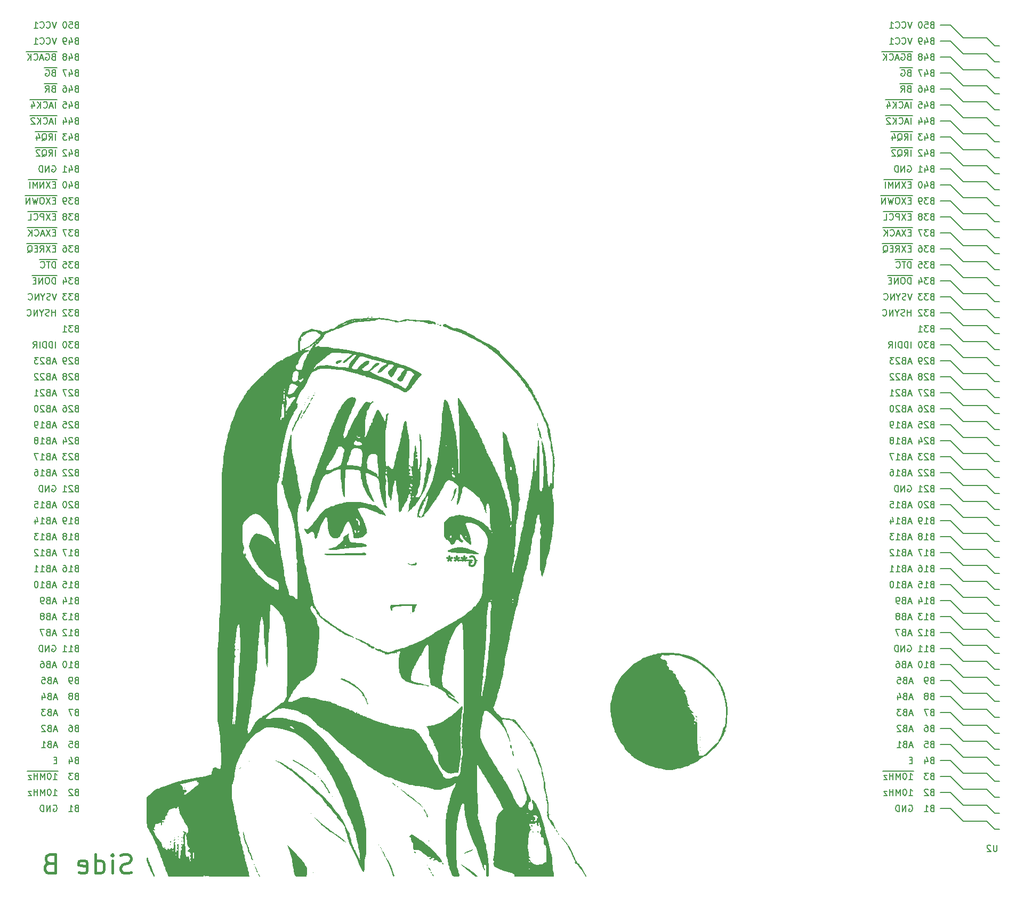
<source format=gbo>
G04 #@! TF.GenerationSoftware,KiCad,Pcbnew,(6.0.5-0)*
G04 #@! TF.CreationDate,2022-09-11T11:11:38+09:00*
G04 #@! TF.ProjectId,X68k-BusExtender,5836386b-2d42-4757-9345-7874656e6465,rev?*
G04 #@! TF.SameCoordinates,Original*
G04 #@! TF.FileFunction,Legend,Bot*
G04 #@! TF.FilePolarity,Positive*
%FSLAX46Y46*%
G04 Gerber Fmt 4.6, Leading zero omitted, Abs format (unit mm)*
G04 Created by KiCad (PCBNEW (6.0.5-0)) date 2022-09-11 11:11:38*
%MOMM*%
%LPD*%
G01*
G04 APERTURE LIST*
%ADD10C,0.150000*%
%ADD11C,0.450000*%
%ADD12C,0.300000*%
G04 APERTURE END LIST*
D10*
X185166000Y-49530000D02*
X187198000Y-51562000D01*
X187198000Y-33782000D02*
X190881000Y-33782000D01*
X183515000Y-151130000D02*
X185166000Y-151130000D01*
X187198000Y-76962000D02*
X190881000Y-76962000D01*
X190881000Y-71882000D02*
X192151000Y-73152000D01*
X187198000Y-104902000D02*
X190881000Y-104902000D01*
X183515000Y-57150000D02*
X185166000Y-57150000D01*
X185166000Y-90170000D02*
X187198000Y-92202000D01*
X187198000Y-112522000D02*
X190881000Y-112522000D01*
X185166000Y-143510000D02*
X187198000Y-145542000D01*
X183515000Y-59690000D02*
X185166000Y-59690000D01*
X192151000Y-98552000D02*
X192913000Y-98552000D01*
X187198000Y-69342000D02*
X190881000Y-69342000D01*
X185166000Y-80010000D02*
X187198000Y-82042000D01*
X190881000Y-145542000D02*
X192151000Y-146812000D01*
X187198000Y-36322000D02*
X190881000Y-36322000D01*
X183515000Y-143510000D02*
X185166000Y-143510000D01*
X187198000Y-64262000D02*
X190881000Y-64262000D01*
X185166000Y-138430000D02*
X187198000Y-140462000D01*
X183515000Y-102870000D02*
X185166000Y-102870000D01*
X185166000Y-153670000D02*
X187198000Y-155702000D01*
X183515000Y-31750000D02*
X185166000Y-31750000D01*
X187198000Y-94742000D02*
X190881000Y-94742000D01*
X192151000Y-96012000D02*
X192913000Y-96012000D01*
X187198000Y-155702000D02*
X190881000Y-155702000D01*
X187198000Y-158242000D02*
X190881000Y-158242000D01*
X185166000Y-130810000D02*
X187198000Y-132842000D01*
X192151000Y-62992000D02*
X192913000Y-62992000D01*
X183515000Y-44450000D02*
X185166000Y-44450000D01*
X183515000Y-130810000D02*
X185166000Y-130810000D01*
X185166000Y-52070000D02*
X187198000Y-54102000D01*
X192151000Y-121412000D02*
X192913000Y-121412000D01*
X183515000Y-82550000D02*
X185166000Y-82550000D01*
X183515000Y-148590000D02*
X185166000Y-148590000D01*
X192151000Y-75692000D02*
X192913000Y-75692000D01*
X190881000Y-64262000D02*
X192151000Y-65532000D01*
X183515000Y-128270000D02*
X185166000Y-128270000D01*
X187198000Y-115062000D02*
X190881000Y-115062000D01*
X187198000Y-92202000D02*
X190881000Y-92202000D01*
X185166000Y-77470000D02*
X187198000Y-79502000D01*
X183515000Y-36830000D02*
X185166000Y-36830000D01*
X187198000Y-79502000D02*
X190881000Y-79502000D01*
X185166000Y-97790000D02*
X187198000Y-99822000D01*
X190881000Y-135382000D02*
X192151000Y-136652000D01*
X183515000Y-120650000D02*
X185166000Y-120650000D01*
X190881000Y-87122000D02*
X192151000Y-88392000D01*
X187198000Y-120142000D02*
X190881000Y-120142000D01*
X190881000Y-97282000D02*
X192151000Y-98552000D01*
X185166000Y-54610000D02*
X187198000Y-56642000D01*
X183515000Y-105410000D02*
X185166000Y-105410000D01*
X183515000Y-67310000D02*
X185166000Y-67310000D01*
X187198000Y-61722000D02*
X190881000Y-61722000D01*
X187198000Y-127762000D02*
X190881000Y-127762000D01*
X192151000Y-134112000D02*
X192913000Y-134112000D01*
X192151000Y-103632000D02*
X192913000Y-103632000D01*
X183515000Y-72390000D02*
X185166000Y-72390000D01*
X190881000Y-89662000D02*
X192151000Y-90932000D01*
X183515000Y-115570000D02*
X185166000Y-115570000D01*
X183515000Y-34290000D02*
X185166000Y-34290000D01*
X187198000Y-71882000D02*
X190881000Y-71882000D01*
X190881000Y-92202000D02*
X192151000Y-93472000D01*
X185166000Y-151130000D02*
X187198000Y-153162000D01*
X187198000Y-56642000D02*
X190881000Y-56642000D01*
X192151000Y-108712000D02*
X192913000Y-108712000D01*
X192151000Y-126492000D02*
X192913000Y-126492000D01*
X185166000Y-67310000D02*
X187198000Y-69342000D01*
X192151000Y-146812000D02*
X192913000Y-146812000D01*
X192151000Y-136652000D02*
X192913000Y-136652000D01*
X183515000Y-64770000D02*
X185166000Y-64770000D01*
X187198000Y-137922000D02*
X190881000Y-137922000D01*
X192151000Y-85852000D02*
X192913000Y-85852000D01*
X187198000Y-74422000D02*
X190881000Y-74422000D01*
X192151000Y-111252000D02*
X192913000Y-111252000D01*
X192151000Y-106172000D02*
X192913000Y-106172000D01*
X192151000Y-80772000D02*
X192913000Y-80772000D01*
X192151000Y-93472000D02*
X192913000Y-93472000D01*
X190881000Y-112522000D02*
X192151000Y-113792000D01*
X183515000Y-46990000D02*
X185166000Y-46990000D01*
X192151000Y-37592000D02*
X192913000Y-37592000D01*
X185166000Y-44450000D02*
X187198000Y-46482000D01*
X183515000Y-156210000D02*
X185166000Y-156210000D01*
X192151000Y-50292000D02*
X192913000Y-50292000D01*
X192151000Y-68072000D02*
X192913000Y-68072000D01*
X187198000Y-153162000D02*
X190881000Y-153162000D01*
X185166000Y-123190000D02*
X187198000Y-125222000D01*
X190881000Y-33782000D02*
X192151000Y-35052000D01*
X190881000Y-155702000D02*
X192151000Y-156972000D01*
X187198000Y-38862000D02*
X190881000Y-38862000D01*
X185166000Y-148590000D02*
X187198000Y-150622000D01*
X187198000Y-140462000D02*
X190881000Y-140462000D01*
X183515000Y-95250000D02*
X185166000Y-95250000D01*
X185166000Y-87630000D02*
X187198000Y-89662000D01*
X185166000Y-135890000D02*
X187198000Y-137922000D01*
X185166000Y-34290000D02*
X187198000Y-36322000D01*
X183515000Y-138430000D02*
X185166000Y-138430000D01*
X190881000Y-59182000D02*
X192151000Y-60452000D01*
X190881000Y-148082000D02*
X192151000Y-149352000D01*
X185166000Y-128270000D02*
X187198000Y-130302000D01*
X185166000Y-140970000D02*
X187198000Y-143002000D01*
X185166000Y-82550000D02*
X187198000Y-84582000D01*
X192151000Y-78232000D02*
X192913000Y-78232000D01*
X185166000Y-107950000D02*
X187198000Y-109982000D01*
X183515000Y-69850000D02*
X185166000Y-69850000D01*
X185166000Y-118110000D02*
X187198000Y-120142000D01*
X192151000Y-52832000D02*
X192913000Y-52832000D01*
X190881000Y-115062000D02*
X192151000Y-116332000D01*
X190881000Y-49022000D02*
X192151000Y-50292000D01*
X187198000Y-143002000D02*
X190881000Y-143002000D01*
X187198000Y-117602000D02*
X190881000Y-117602000D01*
X190881000Y-130302000D02*
X192151000Y-131572000D01*
X192151000Y-159512000D02*
X192913000Y-159512000D01*
X192151000Y-141732000D02*
X192913000Y-141732000D01*
X183515000Y-135890000D02*
X185166000Y-135890000D01*
X192151000Y-47752000D02*
X192913000Y-47752000D01*
X190881000Y-150622000D02*
X192151000Y-151892000D01*
X187198000Y-150622000D02*
X190881000Y-150622000D01*
X187198000Y-125222000D02*
X190881000Y-125222000D01*
X190881000Y-82042000D02*
X192151000Y-83312000D01*
X183515000Y-74930000D02*
X185166000Y-74930000D01*
X185166000Y-46990000D02*
X187198000Y-49022000D01*
X185166000Y-72390000D02*
X187198000Y-74422000D01*
X183515000Y-85090000D02*
X185166000Y-85090000D01*
X192151000Y-65532000D02*
X192913000Y-65532000D01*
X192151000Y-73152000D02*
X192913000Y-73152000D01*
X190881000Y-56642000D02*
X192151000Y-57912000D01*
X185166000Y-156210000D02*
X187198000Y-158242000D01*
X183515000Y-125730000D02*
X185166000Y-125730000D01*
X187198000Y-148082000D02*
X190881000Y-148082000D01*
X190881000Y-69342000D02*
X192151000Y-70612000D01*
X190881000Y-61722000D02*
X192151000Y-62992000D01*
X192151000Y-83312000D02*
X192913000Y-83312000D01*
X185166000Y-31750000D02*
X187198000Y-33782000D01*
X183515000Y-41910000D02*
X185166000Y-41910000D01*
X187198000Y-135382000D02*
X190881000Y-135382000D01*
X183515000Y-107950000D02*
X185166000Y-107950000D01*
X187198000Y-41402000D02*
X190881000Y-41402000D01*
X190881000Y-109982000D02*
X192151000Y-111252000D01*
X190881000Y-153162000D02*
X192151000Y-154432000D01*
X183515000Y-92710000D02*
X185166000Y-92710000D01*
X183515000Y-90170000D02*
X185166000Y-90170000D01*
X190881000Y-140462000D02*
X192151000Y-141732000D01*
X187198000Y-132842000D02*
X190881000Y-132842000D01*
X190881000Y-74422000D02*
X192151000Y-75692000D01*
X185166000Y-59690000D02*
X187198000Y-61722000D01*
X185166000Y-39370000D02*
X187198000Y-41402000D01*
X185166000Y-92710000D02*
X187198000Y-94742000D01*
X190881000Y-120142000D02*
X192151000Y-121412000D01*
X192151000Y-35052000D02*
X192913000Y-35052000D01*
X192151000Y-116332000D02*
X192913000Y-116332000D01*
X187198000Y-49022000D02*
X190881000Y-49022000D01*
X187198000Y-54102000D02*
X190881000Y-54102000D01*
X183515000Y-133350000D02*
X185166000Y-133350000D01*
X192151000Y-156972000D02*
X192913000Y-156972000D01*
X183515000Y-123190000D02*
X185166000Y-123190000D01*
X187198000Y-89662000D02*
X190881000Y-89662000D01*
X192151000Y-88392000D02*
X192913000Y-88392000D01*
X187198000Y-130302000D02*
X190881000Y-130302000D01*
X183515000Y-62230000D02*
X185166000Y-62230000D01*
X183515000Y-52070000D02*
X185166000Y-52070000D01*
X192151000Y-118872000D02*
X192913000Y-118872000D01*
X192151000Y-129032000D02*
X192913000Y-129032000D01*
X185166000Y-110490000D02*
X187198000Y-112522000D01*
X190881000Y-51562000D02*
X192151000Y-52832000D01*
X183515000Y-49530000D02*
X185166000Y-49530000D01*
X190881000Y-102362000D02*
X192151000Y-103632000D01*
X183515000Y-118110000D02*
X185166000Y-118110000D01*
X187198000Y-66802000D02*
X190881000Y-66802000D01*
X183515000Y-113030000D02*
X185166000Y-113030000D01*
X185166000Y-125730000D02*
X187198000Y-127762000D01*
X185166000Y-105410000D02*
X187198000Y-107442000D01*
X190881000Y-158242000D02*
X192151000Y-159512000D01*
X183515000Y-146050000D02*
X185166000Y-146050000D01*
X185166000Y-113030000D02*
X187198000Y-115062000D01*
X187198000Y-122682000D02*
X190881000Y-122682000D01*
X190881000Y-104902000D02*
X192151000Y-106172000D01*
X183515000Y-77470000D02*
X185166000Y-77470000D01*
X187198000Y-59182000D02*
X190881000Y-59182000D01*
X190881000Y-46482000D02*
X192151000Y-47752000D01*
X190881000Y-66802000D02*
X192151000Y-68072000D01*
X192151000Y-123952000D02*
X192913000Y-123952000D01*
X185166000Y-133350000D02*
X187198000Y-135382000D01*
X192151000Y-144272000D02*
X192913000Y-144272000D01*
X185166000Y-57150000D02*
X187198000Y-59182000D01*
X185166000Y-62230000D02*
X187198000Y-64262000D01*
X190881000Y-54102000D02*
X192151000Y-55372000D01*
X185166000Y-85090000D02*
X187198000Y-87122000D01*
X185166000Y-36830000D02*
X187198000Y-38862000D01*
X190881000Y-107442000D02*
X192151000Y-108712000D01*
X185166000Y-102870000D02*
X187198000Y-104902000D01*
X192151000Y-139192000D02*
X192913000Y-139192000D01*
X190881000Y-117602000D02*
X192151000Y-118872000D01*
X185166000Y-69850000D02*
X187198000Y-71882000D01*
X192151000Y-151892000D02*
X192913000Y-151892000D01*
X187198000Y-84582000D02*
X190881000Y-84582000D01*
X183515000Y-39370000D02*
X185166000Y-39370000D01*
X185166000Y-95250000D02*
X187198000Y-97282000D01*
X187198000Y-107442000D02*
X190881000Y-107442000D01*
X183515000Y-153670000D02*
X185166000Y-153670000D01*
X190881000Y-41402000D02*
X192151000Y-42672000D01*
X190881000Y-132842000D02*
X192151000Y-134112000D01*
X190881000Y-38862000D02*
X192151000Y-40132000D01*
X187198000Y-51562000D02*
X190881000Y-51562000D01*
X187198000Y-43942000D02*
X190881000Y-43942000D01*
X190881000Y-99822000D02*
X192151000Y-101092000D01*
X187198000Y-145542000D02*
X190881000Y-145542000D01*
X192151000Y-57912000D02*
X192913000Y-57912000D01*
X190881000Y-76962000D02*
X192151000Y-78232000D01*
X185166000Y-115570000D02*
X187198000Y-117602000D01*
X190881000Y-143002000D02*
X192151000Y-144272000D01*
X183515000Y-140970000D02*
X185166000Y-140970000D01*
X183515000Y-54610000D02*
X185166000Y-54610000D01*
X185166000Y-64770000D02*
X187198000Y-66802000D01*
X185166000Y-100330000D02*
X187198000Y-102362000D01*
X190881000Y-137922000D02*
X192151000Y-139192000D01*
X190881000Y-127762000D02*
X192151000Y-129032000D01*
X185166000Y-74930000D02*
X187198000Y-76962000D01*
X183515000Y-100330000D02*
X185166000Y-100330000D01*
X187198000Y-97282000D02*
X190881000Y-97282000D01*
X192151000Y-149352000D02*
X192913000Y-149352000D01*
X190881000Y-94742000D02*
X192151000Y-96012000D01*
X190881000Y-84582000D02*
X192151000Y-85852000D01*
X183515000Y-87630000D02*
X185166000Y-87630000D01*
X183515000Y-97790000D02*
X185166000Y-97790000D01*
X192151000Y-154432000D02*
X192913000Y-154432000D01*
X190881000Y-122682000D02*
X192151000Y-123952000D01*
X192151000Y-55372000D02*
X192913000Y-55372000D01*
X192151000Y-101092000D02*
X192913000Y-101092000D01*
X192151000Y-40132000D02*
X192913000Y-40132000D01*
X190881000Y-79502000D02*
X192151000Y-80772000D01*
X187198000Y-82042000D02*
X190881000Y-82042000D01*
X187198000Y-99822000D02*
X190881000Y-99822000D01*
X192151000Y-42672000D02*
X192913000Y-42672000D01*
X190881000Y-43942000D02*
X192151000Y-45212000D01*
X192151000Y-45212000D02*
X192913000Y-45212000D01*
X190881000Y-125222000D02*
X192151000Y-126492000D01*
X190881000Y-36322000D02*
X192151000Y-37592000D01*
X187198000Y-109982000D02*
X190881000Y-109982000D01*
X192151000Y-70612000D02*
X192913000Y-70612000D01*
X183515000Y-80010000D02*
X185166000Y-80010000D01*
X192151000Y-60452000D02*
X192913000Y-60452000D01*
X187198000Y-102362000D02*
X190881000Y-102362000D01*
X192151000Y-113792000D02*
X192913000Y-113792000D01*
X185166000Y-120650000D02*
X187198000Y-122682000D01*
X192151000Y-90932000D02*
X192913000Y-90932000D01*
X187198000Y-87122000D02*
X190881000Y-87122000D01*
X187198000Y-46482000D02*
X190881000Y-46482000D01*
X192151000Y-131572000D02*
X192913000Y-131572000D01*
X183515000Y-110490000D02*
X185166000Y-110490000D01*
X185166000Y-146050000D02*
X187198000Y-148082000D01*
X185166000Y-41910000D02*
X187198000Y-43942000D01*
X182211071Y-72318571D02*
X182068214Y-72366190D01*
X182020595Y-72413809D01*
X181972976Y-72509047D01*
X181972976Y-72651904D01*
X182020595Y-72747142D01*
X182068214Y-72794761D01*
X182163452Y-72842380D01*
X182544404Y-72842380D01*
X182544404Y-71842380D01*
X182211071Y-71842380D01*
X182115833Y-71890000D01*
X182068214Y-71937619D01*
X182020595Y-72032857D01*
X182020595Y-72128095D01*
X182068214Y-72223333D01*
X182115833Y-72270952D01*
X182211071Y-72318571D01*
X182544404Y-72318571D01*
X181639642Y-71842380D02*
X181020595Y-71842380D01*
X181353928Y-72223333D01*
X181211071Y-72223333D01*
X181115833Y-72270952D01*
X181068214Y-72318571D01*
X181020595Y-72413809D01*
X181020595Y-72651904D01*
X181068214Y-72747142D01*
X181115833Y-72794761D01*
X181211071Y-72842380D01*
X181496785Y-72842380D01*
X181592023Y-72794761D01*
X181639642Y-72747142D01*
X180163452Y-72175714D02*
X180163452Y-72842380D01*
X180401547Y-71794761D02*
X180639642Y-72509047D01*
X180020595Y-72509047D01*
X179115833Y-71560000D02*
X178115833Y-71560000D01*
X178877738Y-72842380D02*
X178877738Y-71842380D01*
X178639642Y-71842380D01*
X178496785Y-71890000D01*
X178401547Y-71985238D01*
X178353928Y-72080476D01*
X178306309Y-72270952D01*
X178306309Y-72413809D01*
X178353928Y-72604285D01*
X178401547Y-72699523D01*
X178496785Y-72794761D01*
X178639642Y-72842380D01*
X178877738Y-72842380D01*
X178115833Y-71560000D02*
X177068214Y-71560000D01*
X177687261Y-71842380D02*
X177496785Y-71842380D01*
X177401547Y-71890000D01*
X177306309Y-71985238D01*
X177258690Y-72175714D01*
X177258690Y-72509047D01*
X177306309Y-72699523D01*
X177401547Y-72794761D01*
X177496785Y-72842380D01*
X177687261Y-72842380D01*
X177782500Y-72794761D01*
X177877738Y-72699523D01*
X177925357Y-72509047D01*
X177925357Y-72175714D01*
X177877738Y-71985238D01*
X177782500Y-71890000D01*
X177687261Y-71842380D01*
X177068214Y-71560000D02*
X176020595Y-71560000D01*
X176830119Y-72842380D02*
X176830119Y-71842380D01*
X176258690Y-72842380D01*
X176258690Y-71842380D01*
X176020595Y-71560000D02*
X175115833Y-71560000D01*
X175782500Y-72318571D02*
X175449166Y-72318571D01*
X175306309Y-72842380D02*
X175782500Y-72842380D01*
X175782500Y-71842380D01*
X175306309Y-71842380D01*
X182211071Y-87558571D02*
X182068214Y-87606190D01*
X182020595Y-87653809D01*
X181972976Y-87749047D01*
X181972976Y-87891904D01*
X182020595Y-87987142D01*
X182068214Y-88034761D01*
X182163452Y-88082380D01*
X182544404Y-88082380D01*
X182544404Y-87082380D01*
X182211071Y-87082380D01*
X182115833Y-87130000D01*
X182068214Y-87177619D01*
X182020595Y-87272857D01*
X182020595Y-87368095D01*
X182068214Y-87463333D01*
X182115833Y-87510952D01*
X182211071Y-87558571D01*
X182544404Y-87558571D01*
X181592023Y-87177619D02*
X181544404Y-87130000D01*
X181449166Y-87082380D01*
X181211071Y-87082380D01*
X181115833Y-87130000D01*
X181068214Y-87177619D01*
X181020595Y-87272857D01*
X181020595Y-87368095D01*
X181068214Y-87510952D01*
X181639642Y-88082380D01*
X181020595Y-88082380D01*
X180449166Y-87510952D02*
X180544404Y-87463333D01*
X180592023Y-87415714D01*
X180639642Y-87320476D01*
X180639642Y-87272857D01*
X180592023Y-87177619D01*
X180544404Y-87130000D01*
X180449166Y-87082380D01*
X180258690Y-87082380D01*
X180163452Y-87130000D01*
X180115833Y-87177619D01*
X180068214Y-87272857D01*
X180068214Y-87320476D01*
X180115833Y-87415714D01*
X180163452Y-87463333D01*
X180258690Y-87510952D01*
X180449166Y-87510952D01*
X180544404Y-87558571D01*
X180592023Y-87606190D01*
X180639642Y-87701428D01*
X180639642Y-87891904D01*
X180592023Y-87987142D01*
X180544404Y-88034761D01*
X180449166Y-88082380D01*
X180258690Y-88082380D01*
X180163452Y-88034761D01*
X180115833Y-87987142D01*
X180068214Y-87891904D01*
X180068214Y-87701428D01*
X180115833Y-87606190D01*
X180163452Y-87558571D01*
X180258690Y-87510952D01*
X178925357Y-87796666D02*
X178449166Y-87796666D01*
X179020595Y-88082380D02*
X178687261Y-87082380D01*
X178353928Y-88082380D01*
X177687261Y-87558571D02*
X177544404Y-87606190D01*
X177496785Y-87653809D01*
X177449166Y-87749047D01*
X177449166Y-87891904D01*
X177496785Y-87987142D01*
X177544404Y-88034761D01*
X177639642Y-88082380D01*
X178020595Y-88082380D01*
X178020595Y-87082380D01*
X177687261Y-87082380D01*
X177592023Y-87130000D01*
X177544404Y-87177619D01*
X177496785Y-87272857D01*
X177496785Y-87368095D01*
X177544404Y-87463333D01*
X177592023Y-87510952D01*
X177687261Y-87558571D01*
X178020595Y-87558571D01*
X177068214Y-87177619D02*
X177020595Y-87130000D01*
X176925357Y-87082380D01*
X176687261Y-87082380D01*
X176592023Y-87130000D01*
X176544404Y-87177619D01*
X176496785Y-87272857D01*
X176496785Y-87368095D01*
X176544404Y-87510952D01*
X177115833Y-88082380D01*
X176496785Y-88082380D01*
X176115833Y-87177619D02*
X176068214Y-87130000D01*
X175972976Y-87082380D01*
X175734880Y-87082380D01*
X175639642Y-87130000D01*
X175592023Y-87177619D01*
X175544404Y-87272857D01*
X175544404Y-87368095D01*
X175592023Y-87510952D01*
X176163452Y-88082380D01*
X175544404Y-88082380D01*
X182211071Y-92638571D02*
X182068214Y-92686190D01*
X182020595Y-92733809D01*
X181972976Y-92829047D01*
X181972976Y-92971904D01*
X182020595Y-93067142D01*
X182068214Y-93114761D01*
X182163452Y-93162380D01*
X182544404Y-93162380D01*
X182544404Y-92162380D01*
X182211071Y-92162380D01*
X182115833Y-92210000D01*
X182068214Y-92257619D01*
X182020595Y-92352857D01*
X182020595Y-92448095D01*
X182068214Y-92543333D01*
X182115833Y-92590952D01*
X182211071Y-92638571D01*
X182544404Y-92638571D01*
X181592023Y-92257619D02*
X181544404Y-92210000D01*
X181449166Y-92162380D01*
X181211071Y-92162380D01*
X181115833Y-92210000D01*
X181068214Y-92257619D01*
X181020595Y-92352857D01*
X181020595Y-92448095D01*
X181068214Y-92590952D01*
X181639642Y-93162380D01*
X181020595Y-93162380D01*
X180163452Y-92162380D02*
X180353928Y-92162380D01*
X180449166Y-92210000D01*
X180496785Y-92257619D01*
X180592023Y-92400476D01*
X180639642Y-92590952D01*
X180639642Y-92971904D01*
X180592023Y-93067142D01*
X180544404Y-93114761D01*
X180449166Y-93162380D01*
X180258690Y-93162380D01*
X180163452Y-93114761D01*
X180115833Y-93067142D01*
X180068214Y-92971904D01*
X180068214Y-92733809D01*
X180115833Y-92638571D01*
X180163452Y-92590952D01*
X180258690Y-92543333D01*
X180449166Y-92543333D01*
X180544404Y-92590952D01*
X180592023Y-92638571D01*
X180639642Y-92733809D01*
X178925357Y-92876666D02*
X178449166Y-92876666D01*
X179020595Y-93162380D02*
X178687261Y-92162380D01*
X178353928Y-93162380D01*
X177687261Y-92638571D02*
X177544404Y-92686190D01*
X177496785Y-92733809D01*
X177449166Y-92829047D01*
X177449166Y-92971904D01*
X177496785Y-93067142D01*
X177544404Y-93114761D01*
X177639642Y-93162380D01*
X178020595Y-93162380D01*
X178020595Y-92162380D01*
X177687261Y-92162380D01*
X177592023Y-92210000D01*
X177544404Y-92257619D01*
X177496785Y-92352857D01*
X177496785Y-92448095D01*
X177544404Y-92543333D01*
X177592023Y-92590952D01*
X177687261Y-92638571D01*
X178020595Y-92638571D01*
X177068214Y-92257619D02*
X177020595Y-92210000D01*
X176925357Y-92162380D01*
X176687261Y-92162380D01*
X176592023Y-92210000D01*
X176544404Y-92257619D01*
X176496785Y-92352857D01*
X176496785Y-92448095D01*
X176544404Y-92590952D01*
X177115833Y-93162380D01*
X176496785Y-93162380D01*
X175877738Y-92162380D02*
X175782500Y-92162380D01*
X175687261Y-92210000D01*
X175639642Y-92257619D01*
X175592023Y-92352857D01*
X175544404Y-92543333D01*
X175544404Y-92781428D01*
X175592023Y-92971904D01*
X175639642Y-93067142D01*
X175687261Y-93114761D01*
X175782500Y-93162380D01*
X175877738Y-93162380D01*
X175972976Y-93114761D01*
X176020595Y-93067142D01*
X176068214Y-92971904D01*
X176115833Y-92781428D01*
X176115833Y-92543333D01*
X176068214Y-92352857D01*
X176020595Y-92257619D01*
X175972976Y-92210000D01*
X175877738Y-92162380D01*
X46321071Y-72318571D02*
X46178214Y-72366190D01*
X46130595Y-72413809D01*
X46082976Y-72509047D01*
X46082976Y-72651904D01*
X46130595Y-72747142D01*
X46178214Y-72794761D01*
X46273452Y-72842380D01*
X46654404Y-72842380D01*
X46654404Y-71842380D01*
X46321071Y-71842380D01*
X46225833Y-71890000D01*
X46178214Y-71937619D01*
X46130595Y-72032857D01*
X46130595Y-72128095D01*
X46178214Y-72223333D01*
X46225833Y-72270952D01*
X46321071Y-72318571D01*
X46654404Y-72318571D01*
X45749642Y-71842380D02*
X45130595Y-71842380D01*
X45463928Y-72223333D01*
X45321071Y-72223333D01*
X45225833Y-72270952D01*
X45178214Y-72318571D01*
X45130595Y-72413809D01*
X45130595Y-72651904D01*
X45178214Y-72747142D01*
X45225833Y-72794761D01*
X45321071Y-72842380D01*
X45606785Y-72842380D01*
X45702023Y-72794761D01*
X45749642Y-72747142D01*
X44273452Y-72175714D02*
X44273452Y-72842380D01*
X44511547Y-71794761D02*
X44749642Y-72509047D01*
X44130595Y-72509047D01*
X43225833Y-71560000D02*
X42225833Y-71560000D01*
X42987738Y-72842380D02*
X42987738Y-71842380D01*
X42749642Y-71842380D01*
X42606785Y-71890000D01*
X42511547Y-71985238D01*
X42463928Y-72080476D01*
X42416309Y-72270952D01*
X42416309Y-72413809D01*
X42463928Y-72604285D01*
X42511547Y-72699523D01*
X42606785Y-72794761D01*
X42749642Y-72842380D01*
X42987738Y-72842380D01*
X42225833Y-71560000D02*
X41178214Y-71560000D01*
X41797261Y-71842380D02*
X41606785Y-71842380D01*
X41511547Y-71890000D01*
X41416309Y-71985238D01*
X41368690Y-72175714D01*
X41368690Y-72509047D01*
X41416309Y-72699523D01*
X41511547Y-72794761D01*
X41606785Y-72842380D01*
X41797261Y-72842380D01*
X41892500Y-72794761D01*
X41987738Y-72699523D01*
X42035357Y-72509047D01*
X42035357Y-72175714D01*
X41987738Y-71985238D01*
X41892500Y-71890000D01*
X41797261Y-71842380D01*
X41178214Y-71560000D02*
X40130595Y-71560000D01*
X40940119Y-72842380D02*
X40940119Y-71842380D01*
X40368690Y-72842380D01*
X40368690Y-71842380D01*
X40130595Y-71560000D02*
X39225833Y-71560000D01*
X39892500Y-72318571D02*
X39559166Y-72318571D01*
X39416309Y-72842380D02*
X39892500Y-72842380D01*
X39892500Y-71842380D01*
X39416309Y-71842380D01*
X46321071Y-77398571D02*
X46178214Y-77446190D01*
X46130595Y-77493809D01*
X46082976Y-77589047D01*
X46082976Y-77731904D01*
X46130595Y-77827142D01*
X46178214Y-77874761D01*
X46273452Y-77922380D01*
X46654404Y-77922380D01*
X46654404Y-76922380D01*
X46321071Y-76922380D01*
X46225833Y-76970000D01*
X46178214Y-77017619D01*
X46130595Y-77112857D01*
X46130595Y-77208095D01*
X46178214Y-77303333D01*
X46225833Y-77350952D01*
X46321071Y-77398571D01*
X46654404Y-77398571D01*
X45749642Y-76922380D02*
X45130595Y-76922380D01*
X45463928Y-77303333D01*
X45321071Y-77303333D01*
X45225833Y-77350952D01*
X45178214Y-77398571D01*
X45130595Y-77493809D01*
X45130595Y-77731904D01*
X45178214Y-77827142D01*
X45225833Y-77874761D01*
X45321071Y-77922380D01*
X45606785Y-77922380D01*
X45702023Y-77874761D01*
X45749642Y-77827142D01*
X44749642Y-77017619D02*
X44702023Y-76970000D01*
X44606785Y-76922380D01*
X44368690Y-76922380D01*
X44273452Y-76970000D01*
X44225833Y-77017619D01*
X44178214Y-77112857D01*
X44178214Y-77208095D01*
X44225833Y-77350952D01*
X44797261Y-77922380D01*
X44178214Y-77922380D01*
X42987738Y-77922380D02*
X42987738Y-76922380D01*
X42987738Y-77398571D02*
X42416309Y-77398571D01*
X42416309Y-77922380D02*
X42416309Y-76922380D01*
X41987738Y-77874761D02*
X41844880Y-77922380D01*
X41606785Y-77922380D01*
X41511547Y-77874761D01*
X41463928Y-77827142D01*
X41416309Y-77731904D01*
X41416309Y-77636666D01*
X41463928Y-77541428D01*
X41511547Y-77493809D01*
X41606785Y-77446190D01*
X41797261Y-77398571D01*
X41892500Y-77350952D01*
X41940119Y-77303333D01*
X41987738Y-77208095D01*
X41987738Y-77112857D01*
X41940119Y-77017619D01*
X41892500Y-76970000D01*
X41797261Y-76922380D01*
X41559166Y-76922380D01*
X41416309Y-76970000D01*
X40797261Y-77446190D02*
X40797261Y-77922380D01*
X41130595Y-76922380D02*
X40797261Y-77446190D01*
X40463928Y-76922380D01*
X40130595Y-77922380D02*
X40130595Y-76922380D01*
X39559166Y-77922380D01*
X39559166Y-76922380D01*
X38511547Y-77827142D02*
X38559166Y-77874761D01*
X38702023Y-77922380D01*
X38797261Y-77922380D01*
X38940119Y-77874761D01*
X39035357Y-77779523D01*
X39082976Y-77684285D01*
X39130595Y-77493809D01*
X39130595Y-77350952D01*
X39082976Y-77160476D01*
X39035357Y-77065238D01*
X38940119Y-76970000D01*
X38797261Y-76922380D01*
X38702023Y-76922380D01*
X38559166Y-76970000D01*
X38511547Y-77017619D01*
X46321071Y-102798571D02*
X46178214Y-102846190D01*
X46130595Y-102893809D01*
X46082976Y-102989047D01*
X46082976Y-103131904D01*
X46130595Y-103227142D01*
X46178214Y-103274761D01*
X46273452Y-103322380D01*
X46654404Y-103322380D01*
X46654404Y-102322380D01*
X46321071Y-102322380D01*
X46225833Y-102370000D01*
X46178214Y-102417619D01*
X46130595Y-102512857D01*
X46130595Y-102608095D01*
X46178214Y-102703333D01*
X46225833Y-102750952D01*
X46321071Y-102798571D01*
X46654404Y-102798571D01*
X45702023Y-102417619D02*
X45654404Y-102370000D01*
X45559166Y-102322380D01*
X45321071Y-102322380D01*
X45225833Y-102370000D01*
X45178214Y-102417619D01*
X45130595Y-102512857D01*
X45130595Y-102608095D01*
X45178214Y-102750952D01*
X45749642Y-103322380D01*
X45130595Y-103322380D01*
X44749642Y-102417619D02*
X44702023Y-102370000D01*
X44606785Y-102322380D01*
X44368690Y-102322380D01*
X44273452Y-102370000D01*
X44225833Y-102417619D01*
X44178214Y-102512857D01*
X44178214Y-102608095D01*
X44225833Y-102750952D01*
X44797261Y-103322380D01*
X44178214Y-103322380D01*
X43035357Y-103036666D02*
X42559166Y-103036666D01*
X43130595Y-103322380D02*
X42797261Y-102322380D01*
X42463928Y-103322380D01*
X41797261Y-102798571D02*
X41654404Y-102846190D01*
X41606785Y-102893809D01*
X41559166Y-102989047D01*
X41559166Y-103131904D01*
X41606785Y-103227142D01*
X41654404Y-103274761D01*
X41749642Y-103322380D01*
X42130595Y-103322380D01*
X42130595Y-102322380D01*
X41797261Y-102322380D01*
X41702023Y-102370000D01*
X41654404Y-102417619D01*
X41606785Y-102512857D01*
X41606785Y-102608095D01*
X41654404Y-102703333D01*
X41702023Y-102750952D01*
X41797261Y-102798571D01*
X42130595Y-102798571D01*
X40606785Y-103322380D02*
X41178214Y-103322380D01*
X40892500Y-103322380D02*
X40892500Y-102322380D01*
X40987738Y-102465238D01*
X41082976Y-102560476D01*
X41178214Y-102608095D01*
X39749642Y-102322380D02*
X39940119Y-102322380D01*
X40035357Y-102370000D01*
X40082976Y-102417619D01*
X40178214Y-102560476D01*
X40225833Y-102750952D01*
X40225833Y-103131904D01*
X40178214Y-103227142D01*
X40130595Y-103274761D01*
X40035357Y-103322380D01*
X39844880Y-103322380D01*
X39749642Y-103274761D01*
X39702023Y-103227142D01*
X39654404Y-103131904D01*
X39654404Y-102893809D01*
X39702023Y-102798571D01*
X39749642Y-102750952D01*
X39844880Y-102703333D01*
X40035357Y-102703333D01*
X40130595Y-102750952D01*
X40178214Y-102798571D01*
X40225833Y-102893809D01*
X182211071Y-140898571D02*
X182068214Y-140946190D01*
X182020595Y-140993809D01*
X181972976Y-141089047D01*
X181972976Y-141231904D01*
X182020595Y-141327142D01*
X182068214Y-141374761D01*
X182163452Y-141422380D01*
X182544404Y-141422380D01*
X182544404Y-140422380D01*
X182211071Y-140422380D01*
X182115833Y-140470000D01*
X182068214Y-140517619D01*
X182020595Y-140612857D01*
X182020595Y-140708095D01*
X182068214Y-140803333D01*
X182115833Y-140850952D01*
X182211071Y-140898571D01*
X182544404Y-140898571D01*
X181639642Y-140422380D02*
X180972976Y-140422380D01*
X181401547Y-141422380D01*
X179115833Y-141136666D02*
X178639642Y-141136666D01*
X179211071Y-141422380D02*
X178877738Y-140422380D01*
X178544404Y-141422380D01*
X177877738Y-140898571D02*
X177734880Y-140946190D01*
X177687261Y-140993809D01*
X177639642Y-141089047D01*
X177639642Y-141231904D01*
X177687261Y-141327142D01*
X177734880Y-141374761D01*
X177830119Y-141422380D01*
X178211071Y-141422380D01*
X178211071Y-140422380D01*
X177877738Y-140422380D01*
X177782500Y-140470000D01*
X177734880Y-140517619D01*
X177687261Y-140612857D01*
X177687261Y-140708095D01*
X177734880Y-140803333D01*
X177782500Y-140850952D01*
X177877738Y-140898571D01*
X178211071Y-140898571D01*
X177306309Y-140422380D02*
X176687261Y-140422380D01*
X177020595Y-140803333D01*
X176877738Y-140803333D01*
X176782500Y-140850952D01*
X176734880Y-140898571D01*
X176687261Y-140993809D01*
X176687261Y-141231904D01*
X176734880Y-141327142D01*
X176782500Y-141374761D01*
X176877738Y-141422380D01*
X177163452Y-141422380D01*
X177258690Y-141374761D01*
X177306309Y-141327142D01*
X182211071Y-105338571D02*
X182068214Y-105386190D01*
X182020595Y-105433809D01*
X181972976Y-105529047D01*
X181972976Y-105671904D01*
X182020595Y-105767142D01*
X182068214Y-105814761D01*
X182163452Y-105862380D01*
X182544404Y-105862380D01*
X182544404Y-104862380D01*
X182211071Y-104862380D01*
X182115833Y-104910000D01*
X182068214Y-104957619D01*
X182020595Y-105052857D01*
X182020595Y-105148095D01*
X182068214Y-105243333D01*
X182115833Y-105290952D01*
X182211071Y-105338571D01*
X182544404Y-105338571D01*
X181592023Y-104957619D02*
X181544404Y-104910000D01*
X181449166Y-104862380D01*
X181211071Y-104862380D01*
X181115833Y-104910000D01*
X181068214Y-104957619D01*
X181020595Y-105052857D01*
X181020595Y-105148095D01*
X181068214Y-105290952D01*
X181639642Y-105862380D01*
X181020595Y-105862380D01*
X180068214Y-105862380D02*
X180639642Y-105862380D01*
X180353928Y-105862380D02*
X180353928Y-104862380D01*
X180449166Y-105005238D01*
X180544404Y-105100476D01*
X180639642Y-105148095D01*
X178353928Y-104910000D02*
X178449166Y-104862380D01*
X178592023Y-104862380D01*
X178734880Y-104910000D01*
X178830119Y-105005238D01*
X178877738Y-105100476D01*
X178925357Y-105290952D01*
X178925357Y-105433809D01*
X178877738Y-105624285D01*
X178830119Y-105719523D01*
X178734880Y-105814761D01*
X178592023Y-105862380D01*
X178496785Y-105862380D01*
X178353928Y-105814761D01*
X178306309Y-105767142D01*
X178306309Y-105433809D01*
X178496785Y-105433809D01*
X177877738Y-105862380D02*
X177877738Y-104862380D01*
X177306309Y-105862380D01*
X177306309Y-104862380D01*
X176830119Y-105862380D02*
X176830119Y-104862380D01*
X176592023Y-104862380D01*
X176449166Y-104910000D01*
X176353928Y-105005238D01*
X176306309Y-105100476D01*
X176258690Y-105290952D01*
X176258690Y-105433809D01*
X176306309Y-105624285D01*
X176353928Y-105719523D01*
X176449166Y-105814761D01*
X176592023Y-105862380D01*
X176830119Y-105862380D01*
X46321071Y-120578571D02*
X46178214Y-120626190D01*
X46130595Y-120673809D01*
X46082976Y-120769047D01*
X46082976Y-120911904D01*
X46130595Y-121007142D01*
X46178214Y-121054761D01*
X46273452Y-121102380D01*
X46654404Y-121102380D01*
X46654404Y-120102380D01*
X46321071Y-120102380D01*
X46225833Y-120150000D01*
X46178214Y-120197619D01*
X46130595Y-120292857D01*
X46130595Y-120388095D01*
X46178214Y-120483333D01*
X46225833Y-120530952D01*
X46321071Y-120578571D01*
X46654404Y-120578571D01*
X45130595Y-121102380D02*
X45702023Y-121102380D01*
X45416309Y-121102380D02*
X45416309Y-120102380D01*
X45511547Y-120245238D01*
X45606785Y-120340476D01*
X45702023Y-120388095D01*
X44225833Y-120102380D02*
X44702023Y-120102380D01*
X44749642Y-120578571D01*
X44702023Y-120530952D01*
X44606785Y-120483333D01*
X44368690Y-120483333D01*
X44273452Y-120530952D01*
X44225833Y-120578571D01*
X44178214Y-120673809D01*
X44178214Y-120911904D01*
X44225833Y-121007142D01*
X44273452Y-121054761D01*
X44368690Y-121102380D01*
X44606785Y-121102380D01*
X44702023Y-121054761D01*
X44749642Y-121007142D01*
X43035357Y-120816666D02*
X42559166Y-120816666D01*
X43130595Y-121102380D02*
X42797261Y-120102380D01*
X42463928Y-121102380D01*
X41797261Y-120578571D02*
X41654404Y-120626190D01*
X41606785Y-120673809D01*
X41559166Y-120769047D01*
X41559166Y-120911904D01*
X41606785Y-121007142D01*
X41654404Y-121054761D01*
X41749642Y-121102380D01*
X42130595Y-121102380D01*
X42130595Y-120102380D01*
X41797261Y-120102380D01*
X41702023Y-120150000D01*
X41654404Y-120197619D01*
X41606785Y-120292857D01*
X41606785Y-120388095D01*
X41654404Y-120483333D01*
X41702023Y-120530952D01*
X41797261Y-120578571D01*
X42130595Y-120578571D01*
X40606785Y-121102380D02*
X41178214Y-121102380D01*
X40892500Y-121102380D02*
X40892500Y-120102380D01*
X40987738Y-120245238D01*
X41082976Y-120340476D01*
X41178214Y-120388095D01*
X39987738Y-120102380D02*
X39892500Y-120102380D01*
X39797261Y-120150000D01*
X39749642Y-120197619D01*
X39702023Y-120292857D01*
X39654404Y-120483333D01*
X39654404Y-120721428D01*
X39702023Y-120911904D01*
X39749642Y-121007142D01*
X39797261Y-121054761D01*
X39892500Y-121102380D01*
X39987738Y-121102380D01*
X40082976Y-121054761D01*
X40130595Y-121007142D01*
X40178214Y-120911904D01*
X40225833Y-120721428D01*
X40225833Y-120483333D01*
X40178214Y-120292857D01*
X40130595Y-120197619D01*
X40082976Y-120150000D01*
X39987738Y-120102380D01*
X182211071Y-138358571D02*
X182068214Y-138406190D01*
X182020595Y-138453809D01*
X181972976Y-138549047D01*
X181972976Y-138691904D01*
X182020595Y-138787142D01*
X182068214Y-138834761D01*
X182163452Y-138882380D01*
X182544404Y-138882380D01*
X182544404Y-137882380D01*
X182211071Y-137882380D01*
X182115833Y-137930000D01*
X182068214Y-137977619D01*
X182020595Y-138072857D01*
X182020595Y-138168095D01*
X182068214Y-138263333D01*
X182115833Y-138310952D01*
X182211071Y-138358571D01*
X182544404Y-138358571D01*
X181401547Y-138310952D02*
X181496785Y-138263333D01*
X181544404Y-138215714D01*
X181592023Y-138120476D01*
X181592023Y-138072857D01*
X181544404Y-137977619D01*
X181496785Y-137930000D01*
X181401547Y-137882380D01*
X181211071Y-137882380D01*
X181115833Y-137930000D01*
X181068214Y-137977619D01*
X181020595Y-138072857D01*
X181020595Y-138120476D01*
X181068214Y-138215714D01*
X181115833Y-138263333D01*
X181211071Y-138310952D01*
X181401547Y-138310952D01*
X181496785Y-138358571D01*
X181544404Y-138406190D01*
X181592023Y-138501428D01*
X181592023Y-138691904D01*
X181544404Y-138787142D01*
X181496785Y-138834761D01*
X181401547Y-138882380D01*
X181211071Y-138882380D01*
X181115833Y-138834761D01*
X181068214Y-138787142D01*
X181020595Y-138691904D01*
X181020595Y-138501428D01*
X181068214Y-138406190D01*
X181115833Y-138358571D01*
X181211071Y-138310952D01*
X179115833Y-138596666D02*
X178639642Y-138596666D01*
X179211071Y-138882380D02*
X178877738Y-137882380D01*
X178544404Y-138882380D01*
X177877738Y-138358571D02*
X177734880Y-138406190D01*
X177687261Y-138453809D01*
X177639642Y-138549047D01*
X177639642Y-138691904D01*
X177687261Y-138787142D01*
X177734880Y-138834761D01*
X177830119Y-138882380D01*
X178211071Y-138882380D01*
X178211071Y-137882380D01*
X177877738Y-137882380D01*
X177782500Y-137930000D01*
X177734880Y-137977619D01*
X177687261Y-138072857D01*
X177687261Y-138168095D01*
X177734880Y-138263333D01*
X177782500Y-138310952D01*
X177877738Y-138358571D01*
X178211071Y-138358571D01*
X176782500Y-138215714D02*
X176782500Y-138882380D01*
X177020595Y-137834761D02*
X177258690Y-138549047D01*
X176639642Y-138549047D01*
X46321071Y-97718571D02*
X46178214Y-97766190D01*
X46130595Y-97813809D01*
X46082976Y-97909047D01*
X46082976Y-98051904D01*
X46130595Y-98147142D01*
X46178214Y-98194761D01*
X46273452Y-98242380D01*
X46654404Y-98242380D01*
X46654404Y-97242380D01*
X46321071Y-97242380D01*
X46225833Y-97290000D01*
X46178214Y-97337619D01*
X46130595Y-97432857D01*
X46130595Y-97528095D01*
X46178214Y-97623333D01*
X46225833Y-97670952D01*
X46321071Y-97718571D01*
X46654404Y-97718571D01*
X45702023Y-97337619D02*
X45654404Y-97290000D01*
X45559166Y-97242380D01*
X45321071Y-97242380D01*
X45225833Y-97290000D01*
X45178214Y-97337619D01*
X45130595Y-97432857D01*
X45130595Y-97528095D01*
X45178214Y-97670952D01*
X45749642Y-98242380D01*
X45130595Y-98242380D01*
X44273452Y-97575714D02*
X44273452Y-98242380D01*
X44511547Y-97194761D02*
X44749642Y-97909047D01*
X44130595Y-97909047D01*
X43035357Y-97956666D02*
X42559166Y-97956666D01*
X43130595Y-98242380D02*
X42797261Y-97242380D01*
X42463928Y-98242380D01*
X41797261Y-97718571D02*
X41654404Y-97766190D01*
X41606785Y-97813809D01*
X41559166Y-97909047D01*
X41559166Y-98051904D01*
X41606785Y-98147142D01*
X41654404Y-98194761D01*
X41749642Y-98242380D01*
X42130595Y-98242380D01*
X42130595Y-97242380D01*
X41797261Y-97242380D01*
X41702023Y-97290000D01*
X41654404Y-97337619D01*
X41606785Y-97432857D01*
X41606785Y-97528095D01*
X41654404Y-97623333D01*
X41702023Y-97670952D01*
X41797261Y-97718571D01*
X42130595Y-97718571D01*
X40606785Y-98242380D02*
X41178214Y-98242380D01*
X40892500Y-98242380D02*
X40892500Y-97242380D01*
X40987738Y-97385238D01*
X41082976Y-97480476D01*
X41178214Y-97528095D01*
X40035357Y-97670952D02*
X40130595Y-97623333D01*
X40178214Y-97575714D01*
X40225833Y-97480476D01*
X40225833Y-97432857D01*
X40178214Y-97337619D01*
X40130595Y-97290000D01*
X40035357Y-97242380D01*
X39844880Y-97242380D01*
X39749642Y-97290000D01*
X39702023Y-97337619D01*
X39654404Y-97432857D01*
X39654404Y-97480476D01*
X39702023Y-97575714D01*
X39749642Y-97623333D01*
X39844880Y-97670952D01*
X40035357Y-97670952D01*
X40130595Y-97718571D01*
X40178214Y-97766190D01*
X40225833Y-97861428D01*
X40225833Y-98051904D01*
X40178214Y-98147142D01*
X40130595Y-98194761D01*
X40035357Y-98242380D01*
X39844880Y-98242380D01*
X39749642Y-98194761D01*
X39702023Y-98147142D01*
X39654404Y-98051904D01*
X39654404Y-97861428D01*
X39702023Y-97766190D01*
X39749642Y-97718571D01*
X39844880Y-97670952D01*
X182211071Y-102798571D02*
X182068214Y-102846190D01*
X182020595Y-102893809D01*
X181972976Y-102989047D01*
X181972976Y-103131904D01*
X182020595Y-103227142D01*
X182068214Y-103274761D01*
X182163452Y-103322380D01*
X182544404Y-103322380D01*
X182544404Y-102322380D01*
X182211071Y-102322380D01*
X182115833Y-102370000D01*
X182068214Y-102417619D01*
X182020595Y-102512857D01*
X182020595Y-102608095D01*
X182068214Y-102703333D01*
X182115833Y-102750952D01*
X182211071Y-102798571D01*
X182544404Y-102798571D01*
X181592023Y-102417619D02*
X181544404Y-102370000D01*
X181449166Y-102322380D01*
X181211071Y-102322380D01*
X181115833Y-102370000D01*
X181068214Y-102417619D01*
X181020595Y-102512857D01*
X181020595Y-102608095D01*
X181068214Y-102750952D01*
X181639642Y-103322380D01*
X181020595Y-103322380D01*
X180639642Y-102417619D02*
X180592023Y-102370000D01*
X180496785Y-102322380D01*
X180258690Y-102322380D01*
X180163452Y-102370000D01*
X180115833Y-102417619D01*
X180068214Y-102512857D01*
X180068214Y-102608095D01*
X180115833Y-102750952D01*
X180687261Y-103322380D01*
X180068214Y-103322380D01*
X178925357Y-103036666D02*
X178449166Y-103036666D01*
X179020595Y-103322380D02*
X178687261Y-102322380D01*
X178353928Y-103322380D01*
X177687261Y-102798571D02*
X177544404Y-102846190D01*
X177496785Y-102893809D01*
X177449166Y-102989047D01*
X177449166Y-103131904D01*
X177496785Y-103227142D01*
X177544404Y-103274761D01*
X177639642Y-103322380D01*
X178020595Y-103322380D01*
X178020595Y-102322380D01*
X177687261Y-102322380D01*
X177592023Y-102370000D01*
X177544404Y-102417619D01*
X177496785Y-102512857D01*
X177496785Y-102608095D01*
X177544404Y-102703333D01*
X177592023Y-102750952D01*
X177687261Y-102798571D01*
X178020595Y-102798571D01*
X176496785Y-103322380D02*
X177068214Y-103322380D01*
X176782500Y-103322380D02*
X176782500Y-102322380D01*
X176877738Y-102465238D01*
X176972976Y-102560476D01*
X177068214Y-102608095D01*
X175639642Y-102322380D02*
X175830119Y-102322380D01*
X175925357Y-102370000D01*
X175972976Y-102417619D01*
X176068214Y-102560476D01*
X176115833Y-102750952D01*
X176115833Y-103131904D01*
X176068214Y-103227142D01*
X176020595Y-103274761D01*
X175925357Y-103322380D01*
X175734880Y-103322380D01*
X175639642Y-103274761D01*
X175592023Y-103227142D01*
X175544404Y-103131904D01*
X175544404Y-102893809D01*
X175592023Y-102798571D01*
X175639642Y-102750952D01*
X175734880Y-102703333D01*
X175925357Y-102703333D01*
X176020595Y-102750952D01*
X176068214Y-102798571D01*
X176115833Y-102893809D01*
X182211071Y-107878571D02*
X182068214Y-107926190D01*
X182020595Y-107973809D01*
X181972976Y-108069047D01*
X181972976Y-108211904D01*
X182020595Y-108307142D01*
X182068214Y-108354761D01*
X182163452Y-108402380D01*
X182544404Y-108402380D01*
X182544404Y-107402380D01*
X182211071Y-107402380D01*
X182115833Y-107450000D01*
X182068214Y-107497619D01*
X182020595Y-107592857D01*
X182020595Y-107688095D01*
X182068214Y-107783333D01*
X182115833Y-107830952D01*
X182211071Y-107878571D01*
X182544404Y-107878571D01*
X181592023Y-107497619D02*
X181544404Y-107450000D01*
X181449166Y-107402380D01*
X181211071Y-107402380D01*
X181115833Y-107450000D01*
X181068214Y-107497619D01*
X181020595Y-107592857D01*
X181020595Y-107688095D01*
X181068214Y-107830952D01*
X181639642Y-108402380D01*
X181020595Y-108402380D01*
X180401547Y-107402380D02*
X180306309Y-107402380D01*
X180211071Y-107450000D01*
X180163452Y-107497619D01*
X180115833Y-107592857D01*
X180068214Y-107783333D01*
X180068214Y-108021428D01*
X180115833Y-108211904D01*
X180163452Y-108307142D01*
X180211071Y-108354761D01*
X180306309Y-108402380D01*
X180401547Y-108402380D01*
X180496785Y-108354761D01*
X180544404Y-108307142D01*
X180592023Y-108211904D01*
X180639642Y-108021428D01*
X180639642Y-107783333D01*
X180592023Y-107592857D01*
X180544404Y-107497619D01*
X180496785Y-107450000D01*
X180401547Y-107402380D01*
X178925357Y-108116666D02*
X178449166Y-108116666D01*
X179020595Y-108402380D02*
X178687261Y-107402380D01*
X178353928Y-108402380D01*
X177687261Y-107878571D02*
X177544404Y-107926190D01*
X177496785Y-107973809D01*
X177449166Y-108069047D01*
X177449166Y-108211904D01*
X177496785Y-108307142D01*
X177544404Y-108354761D01*
X177639642Y-108402380D01*
X178020595Y-108402380D01*
X178020595Y-107402380D01*
X177687261Y-107402380D01*
X177592023Y-107450000D01*
X177544404Y-107497619D01*
X177496785Y-107592857D01*
X177496785Y-107688095D01*
X177544404Y-107783333D01*
X177592023Y-107830952D01*
X177687261Y-107878571D01*
X178020595Y-107878571D01*
X176496785Y-108402380D02*
X177068214Y-108402380D01*
X176782500Y-108402380D02*
X176782500Y-107402380D01*
X176877738Y-107545238D01*
X176972976Y-107640476D01*
X177068214Y-107688095D01*
X175592023Y-107402380D02*
X176068214Y-107402380D01*
X176115833Y-107878571D01*
X176068214Y-107830952D01*
X175972976Y-107783333D01*
X175734880Y-107783333D01*
X175639642Y-107830952D01*
X175592023Y-107878571D01*
X175544404Y-107973809D01*
X175544404Y-108211904D01*
X175592023Y-108307142D01*
X175639642Y-108354761D01*
X175734880Y-108402380D01*
X175972976Y-108402380D01*
X176068214Y-108354761D01*
X176115833Y-108307142D01*
X182211071Y-112958571D02*
X182068214Y-113006190D01*
X182020595Y-113053809D01*
X181972976Y-113149047D01*
X181972976Y-113291904D01*
X182020595Y-113387142D01*
X182068214Y-113434761D01*
X182163452Y-113482380D01*
X182544404Y-113482380D01*
X182544404Y-112482380D01*
X182211071Y-112482380D01*
X182115833Y-112530000D01*
X182068214Y-112577619D01*
X182020595Y-112672857D01*
X182020595Y-112768095D01*
X182068214Y-112863333D01*
X182115833Y-112910952D01*
X182211071Y-112958571D01*
X182544404Y-112958571D01*
X181020595Y-113482380D02*
X181592023Y-113482380D01*
X181306309Y-113482380D02*
X181306309Y-112482380D01*
X181401547Y-112625238D01*
X181496785Y-112720476D01*
X181592023Y-112768095D01*
X180449166Y-112910952D02*
X180544404Y-112863333D01*
X180592023Y-112815714D01*
X180639642Y-112720476D01*
X180639642Y-112672857D01*
X180592023Y-112577619D01*
X180544404Y-112530000D01*
X180449166Y-112482380D01*
X180258690Y-112482380D01*
X180163452Y-112530000D01*
X180115833Y-112577619D01*
X180068214Y-112672857D01*
X180068214Y-112720476D01*
X180115833Y-112815714D01*
X180163452Y-112863333D01*
X180258690Y-112910952D01*
X180449166Y-112910952D01*
X180544404Y-112958571D01*
X180592023Y-113006190D01*
X180639642Y-113101428D01*
X180639642Y-113291904D01*
X180592023Y-113387142D01*
X180544404Y-113434761D01*
X180449166Y-113482380D01*
X180258690Y-113482380D01*
X180163452Y-113434761D01*
X180115833Y-113387142D01*
X180068214Y-113291904D01*
X180068214Y-113101428D01*
X180115833Y-113006190D01*
X180163452Y-112958571D01*
X180258690Y-112910952D01*
X178925357Y-113196666D02*
X178449166Y-113196666D01*
X179020595Y-113482380D02*
X178687261Y-112482380D01*
X178353928Y-113482380D01*
X177687261Y-112958571D02*
X177544404Y-113006190D01*
X177496785Y-113053809D01*
X177449166Y-113149047D01*
X177449166Y-113291904D01*
X177496785Y-113387142D01*
X177544404Y-113434761D01*
X177639642Y-113482380D01*
X178020595Y-113482380D01*
X178020595Y-112482380D01*
X177687261Y-112482380D01*
X177592023Y-112530000D01*
X177544404Y-112577619D01*
X177496785Y-112672857D01*
X177496785Y-112768095D01*
X177544404Y-112863333D01*
X177592023Y-112910952D01*
X177687261Y-112958571D01*
X178020595Y-112958571D01*
X176496785Y-113482380D02*
X177068214Y-113482380D01*
X176782500Y-113482380D02*
X176782500Y-112482380D01*
X176877738Y-112625238D01*
X176972976Y-112720476D01*
X177068214Y-112768095D01*
X176163452Y-112482380D02*
X175544404Y-112482380D01*
X175877738Y-112863333D01*
X175734880Y-112863333D01*
X175639642Y-112910952D01*
X175592023Y-112958571D01*
X175544404Y-113053809D01*
X175544404Y-113291904D01*
X175592023Y-113387142D01*
X175639642Y-113434761D01*
X175734880Y-113482380D01*
X176020595Y-113482380D01*
X176115833Y-113434761D01*
X176163452Y-113387142D01*
X182211071Y-69778571D02*
X182068214Y-69826190D01*
X182020595Y-69873809D01*
X181972976Y-69969047D01*
X181972976Y-70111904D01*
X182020595Y-70207142D01*
X182068214Y-70254761D01*
X182163452Y-70302380D01*
X182544404Y-70302380D01*
X182544404Y-69302380D01*
X182211071Y-69302380D01*
X182115833Y-69350000D01*
X182068214Y-69397619D01*
X182020595Y-69492857D01*
X182020595Y-69588095D01*
X182068214Y-69683333D01*
X182115833Y-69730952D01*
X182211071Y-69778571D01*
X182544404Y-69778571D01*
X181639642Y-69302380D02*
X181020595Y-69302380D01*
X181353928Y-69683333D01*
X181211071Y-69683333D01*
X181115833Y-69730952D01*
X181068214Y-69778571D01*
X181020595Y-69873809D01*
X181020595Y-70111904D01*
X181068214Y-70207142D01*
X181115833Y-70254761D01*
X181211071Y-70302380D01*
X181496785Y-70302380D01*
X181592023Y-70254761D01*
X181639642Y-70207142D01*
X180115833Y-69302380D02*
X180592023Y-69302380D01*
X180639642Y-69778571D01*
X180592023Y-69730952D01*
X180496785Y-69683333D01*
X180258690Y-69683333D01*
X180163452Y-69730952D01*
X180115833Y-69778571D01*
X180068214Y-69873809D01*
X180068214Y-70111904D01*
X180115833Y-70207142D01*
X180163452Y-70254761D01*
X180258690Y-70302380D01*
X180496785Y-70302380D01*
X180592023Y-70254761D01*
X180639642Y-70207142D01*
X179115833Y-69020000D02*
X178115833Y-69020000D01*
X178877738Y-70302380D02*
X178877738Y-69302380D01*
X178639642Y-69302380D01*
X178496785Y-69350000D01*
X178401547Y-69445238D01*
X178353928Y-69540476D01*
X178306309Y-69730952D01*
X178306309Y-69873809D01*
X178353928Y-70064285D01*
X178401547Y-70159523D01*
X178496785Y-70254761D01*
X178639642Y-70302380D01*
X178877738Y-70302380D01*
X178115833Y-69020000D02*
X177353928Y-69020000D01*
X178020595Y-69302380D02*
X177449166Y-69302380D01*
X177734880Y-70302380D02*
X177734880Y-69302380D01*
X177353928Y-69020000D02*
X176353928Y-69020000D01*
X176544404Y-70207142D02*
X176592023Y-70254761D01*
X176734880Y-70302380D01*
X176830119Y-70302380D01*
X176972976Y-70254761D01*
X177068214Y-70159523D01*
X177115833Y-70064285D01*
X177163452Y-69873809D01*
X177163452Y-69730952D01*
X177115833Y-69540476D01*
X177068214Y-69445238D01*
X176972976Y-69350000D01*
X176830119Y-69302380D01*
X176734880Y-69302380D01*
X176592023Y-69350000D01*
X176544404Y-69397619D01*
X46321071Y-82478571D02*
X46178214Y-82526190D01*
X46130595Y-82573809D01*
X46082976Y-82669047D01*
X46082976Y-82811904D01*
X46130595Y-82907142D01*
X46178214Y-82954761D01*
X46273452Y-83002380D01*
X46654404Y-83002380D01*
X46654404Y-82002380D01*
X46321071Y-82002380D01*
X46225833Y-82050000D01*
X46178214Y-82097619D01*
X46130595Y-82192857D01*
X46130595Y-82288095D01*
X46178214Y-82383333D01*
X46225833Y-82430952D01*
X46321071Y-82478571D01*
X46654404Y-82478571D01*
X45749642Y-82002380D02*
X45130595Y-82002380D01*
X45463928Y-82383333D01*
X45321071Y-82383333D01*
X45225833Y-82430952D01*
X45178214Y-82478571D01*
X45130595Y-82573809D01*
X45130595Y-82811904D01*
X45178214Y-82907142D01*
X45225833Y-82954761D01*
X45321071Y-83002380D01*
X45606785Y-83002380D01*
X45702023Y-82954761D01*
X45749642Y-82907142D01*
X44511547Y-82002380D02*
X44416309Y-82002380D01*
X44321071Y-82050000D01*
X44273452Y-82097619D01*
X44225833Y-82192857D01*
X44178214Y-82383333D01*
X44178214Y-82621428D01*
X44225833Y-82811904D01*
X44273452Y-82907142D01*
X44321071Y-82954761D01*
X44416309Y-83002380D01*
X44511547Y-83002380D01*
X44606785Y-82954761D01*
X44654404Y-82907142D01*
X44702023Y-82811904D01*
X44749642Y-82621428D01*
X44749642Y-82383333D01*
X44702023Y-82192857D01*
X44654404Y-82097619D01*
X44606785Y-82050000D01*
X44511547Y-82002380D01*
X42987738Y-83002380D02*
X42987738Y-82002380D01*
X42511547Y-83002380D02*
X42511547Y-82002380D01*
X42273452Y-82002380D01*
X42130595Y-82050000D01*
X42035357Y-82145238D01*
X41987738Y-82240476D01*
X41940119Y-82430952D01*
X41940119Y-82573809D01*
X41987738Y-82764285D01*
X42035357Y-82859523D01*
X42130595Y-82954761D01*
X42273452Y-83002380D01*
X42511547Y-83002380D01*
X41511547Y-83002380D02*
X41511547Y-82002380D01*
X41273452Y-82002380D01*
X41130595Y-82050000D01*
X41035357Y-82145238D01*
X40987738Y-82240476D01*
X40940119Y-82430952D01*
X40940119Y-82573809D01*
X40987738Y-82764285D01*
X41035357Y-82859523D01*
X41130595Y-82954761D01*
X41273452Y-83002380D01*
X41511547Y-83002380D01*
X40511547Y-83002380D02*
X40511547Y-82002380D01*
X39463928Y-83002380D02*
X39797261Y-82526190D01*
X40035357Y-83002380D02*
X40035357Y-82002380D01*
X39654404Y-82002380D01*
X39559166Y-82050000D01*
X39511547Y-82097619D01*
X39463928Y-82192857D01*
X39463928Y-82335714D01*
X39511547Y-82430952D01*
X39559166Y-82478571D01*
X39654404Y-82526190D01*
X40035357Y-82526190D01*
X46321071Y-153598571D02*
X46178214Y-153646190D01*
X46130595Y-153693809D01*
X46082976Y-153789047D01*
X46082976Y-153931904D01*
X46130595Y-154027142D01*
X46178214Y-154074761D01*
X46273452Y-154122380D01*
X46654404Y-154122380D01*
X46654404Y-153122380D01*
X46321071Y-153122380D01*
X46225833Y-153170000D01*
X46178214Y-153217619D01*
X46130595Y-153312857D01*
X46130595Y-153408095D01*
X46178214Y-153503333D01*
X46225833Y-153550952D01*
X46321071Y-153598571D01*
X46654404Y-153598571D01*
X45702023Y-153217619D02*
X45654404Y-153170000D01*
X45559166Y-153122380D01*
X45321071Y-153122380D01*
X45225833Y-153170000D01*
X45178214Y-153217619D01*
X45130595Y-153312857D01*
X45130595Y-153408095D01*
X45178214Y-153550952D01*
X45749642Y-154122380D01*
X45130595Y-154122380D01*
X42654404Y-154122380D02*
X43225833Y-154122380D01*
X42940119Y-154122380D02*
X42940119Y-153122380D01*
X43035357Y-153265238D01*
X43130595Y-153360476D01*
X43225833Y-153408095D01*
X42035357Y-153122380D02*
X41940119Y-153122380D01*
X41844880Y-153170000D01*
X41797261Y-153217619D01*
X41749642Y-153312857D01*
X41702023Y-153503333D01*
X41702023Y-153741428D01*
X41749642Y-153931904D01*
X41797261Y-154027142D01*
X41844880Y-154074761D01*
X41940119Y-154122380D01*
X42035357Y-154122380D01*
X42130595Y-154074761D01*
X42178214Y-154027142D01*
X42225833Y-153931904D01*
X42273452Y-153741428D01*
X42273452Y-153503333D01*
X42225833Y-153312857D01*
X42178214Y-153217619D01*
X42130595Y-153170000D01*
X42035357Y-153122380D01*
X41273452Y-154122380D02*
X41273452Y-153122380D01*
X40940119Y-153836666D01*
X40606785Y-153122380D01*
X40606785Y-154122380D01*
X40130595Y-154122380D02*
X40130595Y-153122380D01*
X40130595Y-153598571D02*
X39559166Y-153598571D01*
X39559166Y-154122380D02*
X39559166Y-153122380D01*
X39178214Y-153455714D02*
X38654404Y-153455714D01*
X39178214Y-154122380D01*
X38654404Y-154122380D01*
X46321071Y-69778571D02*
X46178214Y-69826190D01*
X46130595Y-69873809D01*
X46082976Y-69969047D01*
X46082976Y-70111904D01*
X46130595Y-70207142D01*
X46178214Y-70254761D01*
X46273452Y-70302380D01*
X46654404Y-70302380D01*
X46654404Y-69302380D01*
X46321071Y-69302380D01*
X46225833Y-69350000D01*
X46178214Y-69397619D01*
X46130595Y-69492857D01*
X46130595Y-69588095D01*
X46178214Y-69683333D01*
X46225833Y-69730952D01*
X46321071Y-69778571D01*
X46654404Y-69778571D01*
X45749642Y-69302380D02*
X45130595Y-69302380D01*
X45463928Y-69683333D01*
X45321071Y-69683333D01*
X45225833Y-69730952D01*
X45178214Y-69778571D01*
X45130595Y-69873809D01*
X45130595Y-70111904D01*
X45178214Y-70207142D01*
X45225833Y-70254761D01*
X45321071Y-70302380D01*
X45606785Y-70302380D01*
X45702023Y-70254761D01*
X45749642Y-70207142D01*
X44225833Y-69302380D02*
X44702023Y-69302380D01*
X44749642Y-69778571D01*
X44702023Y-69730952D01*
X44606785Y-69683333D01*
X44368690Y-69683333D01*
X44273452Y-69730952D01*
X44225833Y-69778571D01*
X44178214Y-69873809D01*
X44178214Y-70111904D01*
X44225833Y-70207142D01*
X44273452Y-70254761D01*
X44368690Y-70302380D01*
X44606785Y-70302380D01*
X44702023Y-70254761D01*
X44749642Y-70207142D01*
X43225833Y-69020000D02*
X42225833Y-69020000D01*
X42987738Y-70302380D02*
X42987738Y-69302380D01*
X42749642Y-69302380D01*
X42606785Y-69350000D01*
X42511547Y-69445238D01*
X42463928Y-69540476D01*
X42416309Y-69730952D01*
X42416309Y-69873809D01*
X42463928Y-70064285D01*
X42511547Y-70159523D01*
X42606785Y-70254761D01*
X42749642Y-70302380D01*
X42987738Y-70302380D01*
X42225833Y-69020000D02*
X41463928Y-69020000D01*
X42130595Y-69302380D02*
X41559166Y-69302380D01*
X41844880Y-70302380D02*
X41844880Y-69302380D01*
X41463928Y-69020000D02*
X40463928Y-69020000D01*
X40654404Y-70207142D02*
X40702023Y-70254761D01*
X40844880Y-70302380D01*
X40940119Y-70302380D01*
X41082976Y-70254761D01*
X41178214Y-70159523D01*
X41225833Y-70064285D01*
X41273452Y-69873809D01*
X41273452Y-69730952D01*
X41225833Y-69540476D01*
X41178214Y-69445238D01*
X41082976Y-69350000D01*
X40940119Y-69302380D01*
X40844880Y-69302380D01*
X40702023Y-69350000D01*
X40654404Y-69397619D01*
X46321071Y-64698571D02*
X46178214Y-64746190D01*
X46130595Y-64793809D01*
X46082976Y-64889047D01*
X46082976Y-65031904D01*
X46130595Y-65127142D01*
X46178214Y-65174761D01*
X46273452Y-65222380D01*
X46654404Y-65222380D01*
X46654404Y-64222380D01*
X46321071Y-64222380D01*
X46225833Y-64270000D01*
X46178214Y-64317619D01*
X46130595Y-64412857D01*
X46130595Y-64508095D01*
X46178214Y-64603333D01*
X46225833Y-64650952D01*
X46321071Y-64698571D01*
X46654404Y-64698571D01*
X45749642Y-64222380D02*
X45130595Y-64222380D01*
X45463928Y-64603333D01*
X45321071Y-64603333D01*
X45225833Y-64650952D01*
X45178214Y-64698571D01*
X45130595Y-64793809D01*
X45130595Y-65031904D01*
X45178214Y-65127142D01*
X45225833Y-65174761D01*
X45321071Y-65222380D01*
X45606785Y-65222380D01*
X45702023Y-65174761D01*
X45749642Y-65127142D01*
X44797261Y-64222380D02*
X44130595Y-64222380D01*
X44559166Y-65222380D01*
X43225833Y-63940000D02*
X42321071Y-63940000D01*
X42987738Y-64698571D02*
X42654404Y-64698571D01*
X42511547Y-65222380D02*
X42987738Y-65222380D01*
X42987738Y-64222380D01*
X42511547Y-64222380D01*
X42321071Y-63940000D02*
X41368690Y-63940000D01*
X42178214Y-64222380D02*
X41511547Y-65222380D01*
X41511547Y-64222380D02*
X42178214Y-65222380D01*
X41368690Y-63940000D02*
X40511547Y-63940000D01*
X41178214Y-64936666D02*
X40702023Y-64936666D01*
X41273452Y-65222380D02*
X40940119Y-64222380D01*
X40606785Y-65222380D01*
X40511547Y-63940000D02*
X39511547Y-63940000D01*
X39702023Y-65127142D02*
X39749642Y-65174761D01*
X39892500Y-65222380D01*
X39987738Y-65222380D01*
X40130595Y-65174761D01*
X40225833Y-65079523D01*
X40273452Y-64984285D01*
X40321071Y-64793809D01*
X40321071Y-64650952D01*
X40273452Y-64460476D01*
X40225833Y-64365238D01*
X40130595Y-64270000D01*
X39987738Y-64222380D01*
X39892500Y-64222380D01*
X39749642Y-64270000D01*
X39702023Y-64317619D01*
X39511547Y-63940000D02*
X38511547Y-63940000D01*
X39273452Y-65222380D02*
X39273452Y-64222380D01*
X38702023Y-65222380D02*
X39130595Y-64650952D01*
X38702023Y-64222380D02*
X39273452Y-64793809D01*
X46321071Y-115498571D02*
X46178214Y-115546190D01*
X46130595Y-115593809D01*
X46082976Y-115689047D01*
X46082976Y-115831904D01*
X46130595Y-115927142D01*
X46178214Y-115974761D01*
X46273452Y-116022380D01*
X46654404Y-116022380D01*
X46654404Y-115022380D01*
X46321071Y-115022380D01*
X46225833Y-115070000D01*
X46178214Y-115117619D01*
X46130595Y-115212857D01*
X46130595Y-115308095D01*
X46178214Y-115403333D01*
X46225833Y-115450952D01*
X46321071Y-115498571D01*
X46654404Y-115498571D01*
X45130595Y-116022380D02*
X45702023Y-116022380D01*
X45416309Y-116022380D02*
X45416309Y-115022380D01*
X45511547Y-115165238D01*
X45606785Y-115260476D01*
X45702023Y-115308095D01*
X44797261Y-115022380D02*
X44130595Y-115022380D01*
X44559166Y-116022380D01*
X43035357Y-115736666D02*
X42559166Y-115736666D01*
X43130595Y-116022380D02*
X42797261Y-115022380D01*
X42463928Y-116022380D01*
X41797261Y-115498571D02*
X41654404Y-115546190D01*
X41606785Y-115593809D01*
X41559166Y-115689047D01*
X41559166Y-115831904D01*
X41606785Y-115927142D01*
X41654404Y-115974761D01*
X41749642Y-116022380D01*
X42130595Y-116022380D01*
X42130595Y-115022380D01*
X41797261Y-115022380D01*
X41702023Y-115070000D01*
X41654404Y-115117619D01*
X41606785Y-115212857D01*
X41606785Y-115308095D01*
X41654404Y-115403333D01*
X41702023Y-115450952D01*
X41797261Y-115498571D01*
X42130595Y-115498571D01*
X40606785Y-116022380D02*
X41178214Y-116022380D01*
X40892500Y-116022380D02*
X40892500Y-115022380D01*
X40987738Y-115165238D01*
X41082976Y-115260476D01*
X41178214Y-115308095D01*
X40225833Y-115117619D02*
X40178214Y-115070000D01*
X40082976Y-115022380D01*
X39844880Y-115022380D01*
X39749642Y-115070000D01*
X39702023Y-115117619D01*
X39654404Y-115212857D01*
X39654404Y-115308095D01*
X39702023Y-115450952D01*
X40273452Y-116022380D01*
X39654404Y-116022380D01*
X182211071Y-36758571D02*
X182068214Y-36806190D01*
X182020595Y-36853809D01*
X181972976Y-36949047D01*
X181972976Y-37091904D01*
X182020595Y-37187142D01*
X182068214Y-37234761D01*
X182163452Y-37282380D01*
X182544404Y-37282380D01*
X182544404Y-36282380D01*
X182211071Y-36282380D01*
X182115833Y-36330000D01*
X182068214Y-36377619D01*
X182020595Y-36472857D01*
X182020595Y-36568095D01*
X182068214Y-36663333D01*
X182115833Y-36710952D01*
X182211071Y-36758571D01*
X182544404Y-36758571D01*
X181115833Y-36615714D02*
X181115833Y-37282380D01*
X181353928Y-36234761D02*
X181592023Y-36949047D01*
X180972976Y-36949047D01*
X180449166Y-36710952D02*
X180544404Y-36663333D01*
X180592023Y-36615714D01*
X180639642Y-36520476D01*
X180639642Y-36472857D01*
X180592023Y-36377619D01*
X180544404Y-36330000D01*
X180449166Y-36282380D01*
X180258690Y-36282380D01*
X180163452Y-36330000D01*
X180115833Y-36377619D01*
X180068214Y-36472857D01*
X180068214Y-36520476D01*
X180115833Y-36615714D01*
X180163452Y-36663333D01*
X180258690Y-36710952D01*
X180449166Y-36710952D01*
X180544404Y-36758571D01*
X180592023Y-36806190D01*
X180639642Y-36901428D01*
X180639642Y-37091904D01*
X180592023Y-37187142D01*
X180544404Y-37234761D01*
X180449166Y-37282380D01*
X180258690Y-37282380D01*
X180163452Y-37234761D01*
X180115833Y-37187142D01*
X180068214Y-37091904D01*
X180068214Y-36901428D01*
X180115833Y-36806190D01*
X180163452Y-36758571D01*
X180258690Y-36710952D01*
X179115833Y-36000000D02*
X178115833Y-36000000D01*
X178544404Y-36758571D02*
X178401547Y-36806190D01*
X178353928Y-36853809D01*
X178306309Y-36949047D01*
X178306309Y-37091904D01*
X178353928Y-37187142D01*
X178401547Y-37234761D01*
X178496785Y-37282380D01*
X178877738Y-37282380D01*
X178877738Y-36282380D01*
X178544404Y-36282380D01*
X178449166Y-36330000D01*
X178401547Y-36377619D01*
X178353928Y-36472857D01*
X178353928Y-36568095D01*
X178401547Y-36663333D01*
X178449166Y-36710952D01*
X178544404Y-36758571D01*
X178877738Y-36758571D01*
X178115833Y-36000000D02*
X177115833Y-36000000D01*
X177353928Y-36330000D02*
X177449166Y-36282380D01*
X177592023Y-36282380D01*
X177734880Y-36330000D01*
X177830119Y-36425238D01*
X177877738Y-36520476D01*
X177925357Y-36710952D01*
X177925357Y-36853809D01*
X177877738Y-37044285D01*
X177830119Y-37139523D01*
X177734880Y-37234761D01*
X177592023Y-37282380D01*
X177496785Y-37282380D01*
X177353928Y-37234761D01*
X177306309Y-37187142D01*
X177306309Y-36853809D01*
X177496785Y-36853809D01*
X177115833Y-36000000D02*
X176258690Y-36000000D01*
X176925357Y-36996666D02*
X176449166Y-36996666D01*
X177020595Y-37282380D02*
X176687261Y-36282380D01*
X176353928Y-37282380D01*
X176258690Y-36000000D02*
X175258690Y-36000000D01*
X175449166Y-37187142D02*
X175496785Y-37234761D01*
X175639642Y-37282380D01*
X175734880Y-37282380D01*
X175877738Y-37234761D01*
X175972976Y-37139523D01*
X176020595Y-37044285D01*
X176068214Y-36853809D01*
X176068214Y-36710952D01*
X176020595Y-36520476D01*
X175972976Y-36425238D01*
X175877738Y-36330000D01*
X175734880Y-36282380D01*
X175639642Y-36282380D01*
X175496785Y-36330000D01*
X175449166Y-36377619D01*
X175258690Y-36000000D02*
X174258690Y-36000000D01*
X175020595Y-37282380D02*
X175020595Y-36282380D01*
X174449166Y-37282380D02*
X174877738Y-36710952D01*
X174449166Y-36282380D02*
X175020595Y-36853809D01*
X46321071Y-151058571D02*
X46178214Y-151106190D01*
X46130595Y-151153809D01*
X46082976Y-151249047D01*
X46082976Y-151391904D01*
X46130595Y-151487142D01*
X46178214Y-151534761D01*
X46273452Y-151582380D01*
X46654404Y-151582380D01*
X46654404Y-150582380D01*
X46321071Y-150582380D01*
X46225833Y-150630000D01*
X46178214Y-150677619D01*
X46130595Y-150772857D01*
X46130595Y-150868095D01*
X46178214Y-150963333D01*
X46225833Y-151010952D01*
X46321071Y-151058571D01*
X46654404Y-151058571D01*
X45749642Y-150582380D02*
X45130595Y-150582380D01*
X45463928Y-150963333D01*
X45321071Y-150963333D01*
X45225833Y-151010952D01*
X45178214Y-151058571D01*
X45130595Y-151153809D01*
X45130595Y-151391904D01*
X45178214Y-151487142D01*
X45225833Y-151534761D01*
X45321071Y-151582380D01*
X45606785Y-151582380D01*
X45702023Y-151534761D01*
X45749642Y-151487142D01*
X43416309Y-150300000D02*
X42463928Y-150300000D01*
X42654404Y-151582380D02*
X43225833Y-151582380D01*
X42940119Y-151582380D02*
X42940119Y-150582380D01*
X43035357Y-150725238D01*
X43130595Y-150820476D01*
X43225833Y-150868095D01*
X42463928Y-150300000D02*
X41511547Y-150300000D01*
X42035357Y-150582380D02*
X41940119Y-150582380D01*
X41844880Y-150630000D01*
X41797261Y-150677619D01*
X41749642Y-150772857D01*
X41702023Y-150963333D01*
X41702023Y-151201428D01*
X41749642Y-151391904D01*
X41797261Y-151487142D01*
X41844880Y-151534761D01*
X41940119Y-151582380D01*
X42035357Y-151582380D01*
X42130595Y-151534761D01*
X42178214Y-151487142D01*
X42225833Y-151391904D01*
X42273452Y-151201428D01*
X42273452Y-150963333D01*
X42225833Y-150772857D01*
X42178214Y-150677619D01*
X42130595Y-150630000D01*
X42035357Y-150582380D01*
X41511547Y-150300000D02*
X40368690Y-150300000D01*
X41273452Y-151582380D02*
X41273452Y-150582380D01*
X40940119Y-151296666D01*
X40606785Y-150582380D01*
X40606785Y-151582380D01*
X40368690Y-150300000D02*
X39321071Y-150300000D01*
X40130595Y-151582380D02*
X40130595Y-150582380D01*
X40130595Y-151058571D02*
X39559166Y-151058571D01*
X39559166Y-151582380D02*
X39559166Y-150582380D01*
X39321071Y-150300000D02*
X38511547Y-150300000D01*
X39178214Y-150915714D02*
X38654404Y-150915714D01*
X39178214Y-151582380D01*
X38654404Y-151582380D01*
X46321071Y-36758571D02*
X46178214Y-36806190D01*
X46130595Y-36853809D01*
X46082976Y-36949047D01*
X46082976Y-37091904D01*
X46130595Y-37187142D01*
X46178214Y-37234761D01*
X46273452Y-37282380D01*
X46654404Y-37282380D01*
X46654404Y-36282380D01*
X46321071Y-36282380D01*
X46225833Y-36330000D01*
X46178214Y-36377619D01*
X46130595Y-36472857D01*
X46130595Y-36568095D01*
X46178214Y-36663333D01*
X46225833Y-36710952D01*
X46321071Y-36758571D01*
X46654404Y-36758571D01*
X45225833Y-36615714D02*
X45225833Y-37282380D01*
X45463928Y-36234761D02*
X45702023Y-36949047D01*
X45082976Y-36949047D01*
X44559166Y-36710952D02*
X44654404Y-36663333D01*
X44702023Y-36615714D01*
X44749642Y-36520476D01*
X44749642Y-36472857D01*
X44702023Y-36377619D01*
X44654404Y-36330000D01*
X44559166Y-36282380D01*
X44368690Y-36282380D01*
X44273452Y-36330000D01*
X44225833Y-36377619D01*
X44178214Y-36472857D01*
X44178214Y-36520476D01*
X44225833Y-36615714D01*
X44273452Y-36663333D01*
X44368690Y-36710952D01*
X44559166Y-36710952D01*
X44654404Y-36758571D01*
X44702023Y-36806190D01*
X44749642Y-36901428D01*
X44749642Y-37091904D01*
X44702023Y-37187142D01*
X44654404Y-37234761D01*
X44559166Y-37282380D01*
X44368690Y-37282380D01*
X44273452Y-37234761D01*
X44225833Y-37187142D01*
X44178214Y-37091904D01*
X44178214Y-36901428D01*
X44225833Y-36806190D01*
X44273452Y-36758571D01*
X44368690Y-36710952D01*
X43225833Y-36000000D02*
X42225833Y-36000000D01*
X42654404Y-36758571D02*
X42511547Y-36806190D01*
X42463928Y-36853809D01*
X42416309Y-36949047D01*
X42416309Y-37091904D01*
X42463928Y-37187142D01*
X42511547Y-37234761D01*
X42606785Y-37282380D01*
X42987738Y-37282380D01*
X42987738Y-36282380D01*
X42654404Y-36282380D01*
X42559166Y-36330000D01*
X42511547Y-36377619D01*
X42463928Y-36472857D01*
X42463928Y-36568095D01*
X42511547Y-36663333D01*
X42559166Y-36710952D01*
X42654404Y-36758571D01*
X42987738Y-36758571D01*
X42225833Y-36000000D02*
X41225833Y-36000000D01*
X41463928Y-36330000D02*
X41559166Y-36282380D01*
X41702023Y-36282380D01*
X41844880Y-36330000D01*
X41940119Y-36425238D01*
X41987738Y-36520476D01*
X42035357Y-36710952D01*
X42035357Y-36853809D01*
X41987738Y-37044285D01*
X41940119Y-37139523D01*
X41844880Y-37234761D01*
X41702023Y-37282380D01*
X41606785Y-37282380D01*
X41463928Y-37234761D01*
X41416309Y-37187142D01*
X41416309Y-36853809D01*
X41606785Y-36853809D01*
X41225833Y-36000000D02*
X40368690Y-36000000D01*
X41035357Y-36996666D02*
X40559166Y-36996666D01*
X41130595Y-37282380D02*
X40797261Y-36282380D01*
X40463928Y-37282380D01*
X40368690Y-36000000D02*
X39368690Y-36000000D01*
X39559166Y-37187142D02*
X39606785Y-37234761D01*
X39749642Y-37282380D01*
X39844880Y-37282380D01*
X39987738Y-37234761D01*
X40082976Y-37139523D01*
X40130595Y-37044285D01*
X40178214Y-36853809D01*
X40178214Y-36710952D01*
X40130595Y-36520476D01*
X40082976Y-36425238D01*
X39987738Y-36330000D01*
X39844880Y-36282380D01*
X39749642Y-36282380D01*
X39606785Y-36330000D01*
X39559166Y-36377619D01*
X39368690Y-36000000D02*
X38368690Y-36000000D01*
X39130595Y-37282380D02*
X39130595Y-36282380D01*
X38559166Y-37282380D02*
X38987738Y-36710952D01*
X38559166Y-36282380D02*
X39130595Y-36853809D01*
X182211071Y-41838571D02*
X182068214Y-41886190D01*
X182020595Y-41933809D01*
X181972976Y-42029047D01*
X181972976Y-42171904D01*
X182020595Y-42267142D01*
X182068214Y-42314761D01*
X182163452Y-42362380D01*
X182544404Y-42362380D01*
X182544404Y-41362380D01*
X182211071Y-41362380D01*
X182115833Y-41410000D01*
X182068214Y-41457619D01*
X182020595Y-41552857D01*
X182020595Y-41648095D01*
X182068214Y-41743333D01*
X182115833Y-41790952D01*
X182211071Y-41838571D01*
X182544404Y-41838571D01*
X181115833Y-41695714D02*
X181115833Y-42362380D01*
X181353928Y-41314761D02*
X181592023Y-42029047D01*
X180972976Y-42029047D01*
X180163452Y-41362380D02*
X180353928Y-41362380D01*
X180449166Y-41410000D01*
X180496785Y-41457619D01*
X180592023Y-41600476D01*
X180639642Y-41790952D01*
X180639642Y-42171904D01*
X180592023Y-42267142D01*
X180544404Y-42314761D01*
X180449166Y-42362380D01*
X180258690Y-42362380D01*
X180163452Y-42314761D01*
X180115833Y-42267142D01*
X180068214Y-42171904D01*
X180068214Y-41933809D01*
X180115833Y-41838571D01*
X180163452Y-41790952D01*
X180258690Y-41743333D01*
X180449166Y-41743333D01*
X180544404Y-41790952D01*
X180592023Y-41838571D01*
X180639642Y-41933809D01*
X179115833Y-41080000D02*
X178115833Y-41080000D01*
X178544404Y-41838571D02*
X178401547Y-41886190D01*
X178353928Y-41933809D01*
X178306309Y-42029047D01*
X178306309Y-42171904D01*
X178353928Y-42267142D01*
X178401547Y-42314761D01*
X178496785Y-42362380D01*
X178877738Y-42362380D01*
X178877738Y-41362380D01*
X178544404Y-41362380D01*
X178449166Y-41410000D01*
X178401547Y-41457619D01*
X178353928Y-41552857D01*
X178353928Y-41648095D01*
X178401547Y-41743333D01*
X178449166Y-41790952D01*
X178544404Y-41838571D01*
X178877738Y-41838571D01*
X178115833Y-41080000D02*
X177115833Y-41080000D01*
X177306309Y-42362380D02*
X177639642Y-41886190D01*
X177877738Y-42362380D02*
X177877738Y-41362380D01*
X177496785Y-41362380D01*
X177401547Y-41410000D01*
X177353928Y-41457619D01*
X177306309Y-41552857D01*
X177306309Y-41695714D01*
X177353928Y-41790952D01*
X177401547Y-41838571D01*
X177496785Y-41886190D01*
X177877738Y-41886190D01*
X182211071Y-125658571D02*
X182068214Y-125706190D01*
X182020595Y-125753809D01*
X181972976Y-125849047D01*
X181972976Y-125991904D01*
X182020595Y-126087142D01*
X182068214Y-126134761D01*
X182163452Y-126182380D01*
X182544404Y-126182380D01*
X182544404Y-125182380D01*
X182211071Y-125182380D01*
X182115833Y-125230000D01*
X182068214Y-125277619D01*
X182020595Y-125372857D01*
X182020595Y-125468095D01*
X182068214Y-125563333D01*
X182115833Y-125610952D01*
X182211071Y-125658571D01*
X182544404Y-125658571D01*
X181020595Y-126182380D02*
X181592023Y-126182380D01*
X181306309Y-126182380D02*
X181306309Y-125182380D01*
X181401547Y-125325238D01*
X181496785Y-125420476D01*
X181592023Y-125468095D01*
X180687261Y-125182380D02*
X180068214Y-125182380D01*
X180401547Y-125563333D01*
X180258690Y-125563333D01*
X180163452Y-125610952D01*
X180115833Y-125658571D01*
X180068214Y-125753809D01*
X180068214Y-125991904D01*
X180115833Y-126087142D01*
X180163452Y-126134761D01*
X180258690Y-126182380D01*
X180544404Y-126182380D01*
X180639642Y-126134761D01*
X180687261Y-126087142D01*
X178925357Y-125896666D02*
X178449166Y-125896666D01*
X179020595Y-126182380D02*
X178687261Y-125182380D01*
X178353928Y-126182380D01*
X177687261Y-125658571D02*
X177544404Y-125706190D01*
X177496785Y-125753809D01*
X177449166Y-125849047D01*
X177449166Y-125991904D01*
X177496785Y-126087142D01*
X177544404Y-126134761D01*
X177639642Y-126182380D01*
X178020595Y-126182380D01*
X178020595Y-125182380D01*
X177687261Y-125182380D01*
X177592023Y-125230000D01*
X177544404Y-125277619D01*
X177496785Y-125372857D01*
X177496785Y-125468095D01*
X177544404Y-125563333D01*
X177592023Y-125610952D01*
X177687261Y-125658571D01*
X178020595Y-125658571D01*
X176877738Y-125610952D02*
X176972976Y-125563333D01*
X177020595Y-125515714D01*
X177068214Y-125420476D01*
X177068214Y-125372857D01*
X177020595Y-125277619D01*
X176972976Y-125230000D01*
X176877738Y-125182380D01*
X176687261Y-125182380D01*
X176592023Y-125230000D01*
X176544404Y-125277619D01*
X176496785Y-125372857D01*
X176496785Y-125420476D01*
X176544404Y-125515714D01*
X176592023Y-125563333D01*
X176687261Y-125610952D01*
X176877738Y-125610952D01*
X176972976Y-125658571D01*
X177020595Y-125706190D01*
X177068214Y-125801428D01*
X177068214Y-125991904D01*
X177020595Y-126087142D01*
X176972976Y-126134761D01*
X176877738Y-126182380D01*
X176687261Y-126182380D01*
X176592023Y-126134761D01*
X176544404Y-126087142D01*
X176496785Y-125991904D01*
X176496785Y-125801428D01*
X176544404Y-125706190D01*
X176592023Y-125658571D01*
X176687261Y-125610952D01*
X182211071Y-156138571D02*
X182068214Y-156186190D01*
X182020595Y-156233809D01*
X181972976Y-156329047D01*
X181972976Y-156471904D01*
X182020595Y-156567142D01*
X182068214Y-156614761D01*
X182163452Y-156662380D01*
X182544404Y-156662380D01*
X182544404Y-155662380D01*
X182211071Y-155662380D01*
X182115833Y-155710000D01*
X182068214Y-155757619D01*
X182020595Y-155852857D01*
X182020595Y-155948095D01*
X182068214Y-156043333D01*
X182115833Y-156090952D01*
X182211071Y-156138571D01*
X182544404Y-156138571D01*
X181020595Y-156662380D02*
X181592023Y-156662380D01*
X181306309Y-156662380D02*
X181306309Y-155662380D01*
X181401547Y-155805238D01*
X181496785Y-155900476D01*
X181592023Y-155948095D01*
X178544404Y-155710000D02*
X178639642Y-155662380D01*
X178782500Y-155662380D01*
X178925357Y-155710000D01*
X179020595Y-155805238D01*
X179068214Y-155900476D01*
X179115833Y-156090952D01*
X179115833Y-156233809D01*
X179068214Y-156424285D01*
X179020595Y-156519523D01*
X178925357Y-156614761D01*
X178782500Y-156662380D01*
X178687261Y-156662380D01*
X178544404Y-156614761D01*
X178496785Y-156567142D01*
X178496785Y-156233809D01*
X178687261Y-156233809D01*
X178068214Y-156662380D02*
X178068214Y-155662380D01*
X177496785Y-156662380D01*
X177496785Y-155662380D01*
X177020595Y-156662380D02*
X177020595Y-155662380D01*
X176782500Y-155662380D01*
X176639642Y-155710000D01*
X176544404Y-155805238D01*
X176496785Y-155900476D01*
X176449166Y-156090952D01*
X176449166Y-156233809D01*
X176496785Y-156424285D01*
X176544404Y-156519523D01*
X176639642Y-156614761D01*
X176782500Y-156662380D01*
X177020595Y-156662380D01*
X182211071Y-54538571D02*
X182068214Y-54586190D01*
X182020595Y-54633809D01*
X181972976Y-54729047D01*
X181972976Y-54871904D01*
X182020595Y-54967142D01*
X182068214Y-55014761D01*
X182163452Y-55062380D01*
X182544404Y-55062380D01*
X182544404Y-54062380D01*
X182211071Y-54062380D01*
X182115833Y-54110000D01*
X182068214Y-54157619D01*
X182020595Y-54252857D01*
X182020595Y-54348095D01*
X182068214Y-54443333D01*
X182115833Y-54490952D01*
X182211071Y-54538571D01*
X182544404Y-54538571D01*
X181115833Y-54395714D02*
X181115833Y-55062380D01*
X181353928Y-54014761D02*
X181592023Y-54729047D01*
X180972976Y-54729047D01*
X180068214Y-55062380D02*
X180639642Y-55062380D01*
X180353928Y-55062380D02*
X180353928Y-54062380D01*
X180449166Y-54205238D01*
X180544404Y-54300476D01*
X180639642Y-54348095D01*
X178353928Y-54110000D02*
X178449166Y-54062380D01*
X178592023Y-54062380D01*
X178734880Y-54110000D01*
X178830119Y-54205238D01*
X178877738Y-54300476D01*
X178925357Y-54490952D01*
X178925357Y-54633809D01*
X178877738Y-54824285D01*
X178830119Y-54919523D01*
X178734880Y-55014761D01*
X178592023Y-55062380D01*
X178496785Y-55062380D01*
X178353928Y-55014761D01*
X178306309Y-54967142D01*
X178306309Y-54633809D01*
X178496785Y-54633809D01*
X177877738Y-55062380D02*
X177877738Y-54062380D01*
X177306309Y-55062380D01*
X177306309Y-54062380D01*
X176830119Y-55062380D02*
X176830119Y-54062380D01*
X176592023Y-54062380D01*
X176449166Y-54110000D01*
X176353928Y-54205238D01*
X176306309Y-54300476D01*
X176258690Y-54490952D01*
X176258690Y-54633809D01*
X176306309Y-54824285D01*
X176353928Y-54919523D01*
X176449166Y-55014761D01*
X176592023Y-55062380D01*
X176830119Y-55062380D01*
X182211071Y-151058571D02*
X182068214Y-151106190D01*
X182020595Y-151153809D01*
X181972976Y-151249047D01*
X181972976Y-151391904D01*
X182020595Y-151487142D01*
X182068214Y-151534761D01*
X182163452Y-151582380D01*
X182544404Y-151582380D01*
X182544404Y-150582380D01*
X182211071Y-150582380D01*
X182115833Y-150630000D01*
X182068214Y-150677619D01*
X182020595Y-150772857D01*
X182020595Y-150868095D01*
X182068214Y-150963333D01*
X182115833Y-151010952D01*
X182211071Y-151058571D01*
X182544404Y-151058571D01*
X181639642Y-150582380D02*
X181020595Y-150582380D01*
X181353928Y-150963333D01*
X181211071Y-150963333D01*
X181115833Y-151010952D01*
X181068214Y-151058571D01*
X181020595Y-151153809D01*
X181020595Y-151391904D01*
X181068214Y-151487142D01*
X181115833Y-151534761D01*
X181211071Y-151582380D01*
X181496785Y-151582380D01*
X181592023Y-151534761D01*
X181639642Y-151487142D01*
X179306309Y-150300000D02*
X178353928Y-150300000D01*
X178544404Y-151582380D02*
X179115833Y-151582380D01*
X178830119Y-151582380D02*
X178830119Y-150582380D01*
X178925357Y-150725238D01*
X179020595Y-150820476D01*
X179115833Y-150868095D01*
X178353928Y-150300000D02*
X177401547Y-150300000D01*
X177925357Y-150582380D02*
X177830119Y-150582380D01*
X177734880Y-150630000D01*
X177687261Y-150677619D01*
X177639642Y-150772857D01*
X177592023Y-150963333D01*
X177592023Y-151201428D01*
X177639642Y-151391904D01*
X177687261Y-151487142D01*
X177734880Y-151534761D01*
X177830119Y-151582380D01*
X177925357Y-151582380D01*
X178020595Y-151534761D01*
X178068214Y-151487142D01*
X178115833Y-151391904D01*
X178163452Y-151201428D01*
X178163452Y-150963333D01*
X178115833Y-150772857D01*
X178068214Y-150677619D01*
X178020595Y-150630000D01*
X177925357Y-150582380D01*
X177401547Y-150300000D02*
X176258690Y-150300000D01*
X177163452Y-151582380D02*
X177163452Y-150582380D01*
X176830119Y-151296666D01*
X176496785Y-150582380D01*
X176496785Y-151582380D01*
X176258690Y-150300000D02*
X175211071Y-150300000D01*
X176020595Y-151582380D02*
X176020595Y-150582380D01*
X176020595Y-151058571D02*
X175449166Y-151058571D01*
X175449166Y-151582380D02*
X175449166Y-150582380D01*
X175211071Y-150300000D02*
X174401547Y-150300000D01*
X175068214Y-150915714D02*
X174544404Y-150915714D01*
X175068214Y-151582380D01*
X174544404Y-151582380D01*
X46321071Y-31678571D02*
X46178214Y-31726190D01*
X46130595Y-31773809D01*
X46082976Y-31869047D01*
X46082976Y-32011904D01*
X46130595Y-32107142D01*
X46178214Y-32154761D01*
X46273452Y-32202380D01*
X46654404Y-32202380D01*
X46654404Y-31202380D01*
X46321071Y-31202380D01*
X46225833Y-31250000D01*
X46178214Y-31297619D01*
X46130595Y-31392857D01*
X46130595Y-31488095D01*
X46178214Y-31583333D01*
X46225833Y-31630952D01*
X46321071Y-31678571D01*
X46654404Y-31678571D01*
X45178214Y-31202380D02*
X45654404Y-31202380D01*
X45702023Y-31678571D01*
X45654404Y-31630952D01*
X45559166Y-31583333D01*
X45321071Y-31583333D01*
X45225833Y-31630952D01*
X45178214Y-31678571D01*
X45130595Y-31773809D01*
X45130595Y-32011904D01*
X45178214Y-32107142D01*
X45225833Y-32154761D01*
X45321071Y-32202380D01*
X45559166Y-32202380D01*
X45654404Y-32154761D01*
X45702023Y-32107142D01*
X44511547Y-31202380D02*
X44416309Y-31202380D01*
X44321071Y-31250000D01*
X44273452Y-31297619D01*
X44225833Y-31392857D01*
X44178214Y-31583333D01*
X44178214Y-31821428D01*
X44225833Y-32011904D01*
X44273452Y-32107142D01*
X44321071Y-32154761D01*
X44416309Y-32202380D01*
X44511547Y-32202380D01*
X44606785Y-32154761D01*
X44654404Y-32107142D01*
X44702023Y-32011904D01*
X44749642Y-31821428D01*
X44749642Y-31583333D01*
X44702023Y-31392857D01*
X44654404Y-31297619D01*
X44606785Y-31250000D01*
X44511547Y-31202380D01*
X43130595Y-31202380D02*
X42797261Y-32202380D01*
X42463928Y-31202380D01*
X41559166Y-32107142D02*
X41606785Y-32154761D01*
X41749642Y-32202380D01*
X41844880Y-32202380D01*
X41987738Y-32154761D01*
X42082976Y-32059523D01*
X42130595Y-31964285D01*
X42178214Y-31773809D01*
X42178214Y-31630952D01*
X42130595Y-31440476D01*
X42082976Y-31345238D01*
X41987738Y-31250000D01*
X41844880Y-31202380D01*
X41749642Y-31202380D01*
X41606785Y-31250000D01*
X41559166Y-31297619D01*
X40559166Y-32107142D02*
X40606785Y-32154761D01*
X40749642Y-32202380D01*
X40844880Y-32202380D01*
X40987738Y-32154761D01*
X41082976Y-32059523D01*
X41130595Y-31964285D01*
X41178214Y-31773809D01*
X41178214Y-31630952D01*
X41130595Y-31440476D01*
X41082976Y-31345238D01*
X40987738Y-31250000D01*
X40844880Y-31202380D01*
X40749642Y-31202380D01*
X40606785Y-31250000D01*
X40559166Y-31297619D01*
X39606785Y-32202380D02*
X40178214Y-32202380D01*
X39892500Y-32202380D02*
X39892500Y-31202380D01*
X39987738Y-31345238D01*
X40082976Y-31440476D01*
X40178214Y-31488095D01*
X46321071Y-123118571D02*
X46178214Y-123166190D01*
X46130595Y-123213809D01*
X46082976Y-123309047D01*
X46082976Y-123451904D01*
X46130595Y-123547142D01*
X46178214Y-123594761D01*
X46273452Y-123642380D01*
X46654404Y-123642380D01*
X46654404Y-122642380D01*
X46321071Y-122642380D01*
X46225833Y-122690000D01*
X46178214Y-122737619D01*
X46130595Y-122832857D01*
X46130595Y-122928095D01*
X46178214Y-123023333D01*
X46225833Y-123070952D01*
X46321071Y-123118571D01*
X46654404Y-123118571D01*
X45130595Y-123642380D02*
X45702023Y-123642380D01*
X45416309Y-123642380D02*
X45416309Y-122642380D01*
X45511547Y-122785238D01*
X45606785Y-122880476D01*
X45702023Y-122928095D01*
X44273452Y-122975714D02*
X44273452Y-123642380D01*
X44511547Y-122594761D02*
X44749642Y-123309047D01*
X44130595Y-123309047D01*
X43035357Y-123356666D02*
X42559166Y-123356666D01*
X43130595Y-123642380D02*
X42797261Y-122642380D01*
X42463928Y-123642380D01*
X41797261Y-123118571D02*
X41654404Y-123166190D01*
X41606785Y-123213809D01*
X41559166Y-123309047D01*
X41559166Y-123451904D01*
X41606785Y-123547142D01*
X41654404Y-123594761D01*
X41749642Y-123642380D01*
X42130595Y-123642380D01*
X42130595Y-122642380D01*
X41797261Y-122642380D01*
X41702023Y-122690000D01*
X41654404Y-122737619D01*
X41606785Y-122832857D01*
X41606785Y-122928095D01*
X41654404Y-123023333D01*
X41702023Y-123070952D01*
X41797261Y-123118571D01*
X42130595Y-123118571D01*
X41082976Y-123642380D02*
X40892500Y-123642380D01*
X40797261Y-123594761D01*
X40749642Y-123547142D01*
X40654404Y-123404285D01*
X40606785Y-123213809D01*
X40606785Y-122832857D01*
X40654404Y-122737619D01*
X40702023Y-122690000D01*
X40797261Y-122642380D01*
X40987738Y-122642380D01*
X41082976Y-122690000D01*
X41130595Y-122737619D01*
X41178214Y-122832857D01*
X41178214Y-123070952D01*
X41130595Y-123166190D01*
X41082976Y-123213809D01*
X40987738Y-123261428D01*
X40797261Y-123261428D01*
X40702023Y-123213809D01*
X40654404Y-123166190D01*
X40606785Y-123070952D01*
X182211071Y-145978571D02*
X182068214Y-146026190D01*
X182020595Y-146073809D01*
X181972976Y-146169047D01*
X181972976Y-146311904D01*
X182020595Y-146407142D01*
X182068214Y-146454761D01*
X182163452Y-146502380D01*
X182544404Y-146502380D01*
X182544404Y-145502380D01*
X182211071Y-145502380D01*
X182115833Y-145550000D01*
X182068214Y-145597619D01*
X182020595Y-145692857D01*
X182020595Y-145788095D01*
X182068214Y-145883333D01*
X182115833Y-145930952D01*
X182211071Y-145978571D01*
X182544404Y-145978571D01*
X181068214Y-145502380D02*
X181544404Y-145502380D01*
X181592023Y-145978571D01*
X181544404Y-145930952D01*
X181449166Y-145883333D01*
X181211071Y-145883333D01*
X181115833Y-145930952D01*
X181068214Y-145978571D01*
X181020595Y-146073809D01*
X181020595Y-146311904D01*
X181068214Y-146407142D01*
X181115833Y-146454761D01*
X181211071Y-146502380D01*
X181449166Y-146502380D01*
X181544404Y-146454761D01*
X181592023Y-146407142D01*
X179115833Y-146216666D02*
X178639642Y-146216666D01*
X179211071Y-146502380D02*
X178877738Y-145502380D01*
X178544404Y-146502380D01*
X177877738Y-145978571D02*
X177734880Y-146026190D01*
X177687261Y-146073809D01*
X177639642Y-146169047D01*
X177639642Y-146311904D01*
X177687261Y-146407142D01*
X177734880Y-146454761D01*
X177830119Y-146502380D01*
X178211071Y-146502380D01*
X178211071Y-145502380D01*
X177877738Y-145502380D01*
X177782500Y-145550000D01*
X177734880Y-145597619D01*
X177687261Y-145692857D01*
X177687261Y-145788095D01*
X177734880Y-145883333D01*
X177782500Y-145930952D01*
X177877738Y-145978571D01*
X178211071Y-145978571D01*
X176687261Y-146502380D02*
X177258690Y-146502380D01*
X176972976Y-146502380D02*
X176972976Y-145502380D01*
X177068214Y-145645238D01*
X177163452Y-145740476D01*
X177258690Y-145788095D01*
X182211071Y-133278571D02*
X182068214Y-133326190D01*
X182020595Y-133373809D01*
X181972976Y-133469047D01*
X181972976Y-133611904D01*
X182020595Y-133707142D01*
X182068214Y-133754761D01*
X182163452Y-133802380D01*
X182544404Y-133802380D01*
X182544404Y-132802380D01*
X182211071Y-132802380D01*
X182115833Y-132850000D01*
X182068214Y-132897619D01*
X182020595Y-132992857D01*
X182020595Y-133088095D01*
X182068214Y-133183333D01*
X182115833Y-133230952D01*
X182211071Y-133278571D01*
X182544404Y-133278571D01*
X181020595Y-133802380D02*
X181592023Y-133802380D01*
X181306309Y-133802380D02*
X181306309Y-132802380D01*
X181401547Y-132945238D01*
X181496785Y-133040476D01*
X181592023Y-133088095D01*
X180401547Y-132802380D02*
X180306309Y-132802380D01*
X180211071Y-132850000D01*
X180163452Y-132897619D01*
X180115833Y-132992857D01*
X180068214Y-133183333D01*
X180068214Y-133421428D01*
X180115833Y-133611904D01*
X180163452Y-133707142D01*
X180211071Y-133754761D01*
X180306309Y-133802380D01*
X180401547Y-133802380D01*
X180496785Y-133754761D01*
X180544404Y-133707142D01*
X180592023Y-133611904D01*
X180639642Y-133421428D01*
X180639642Y-133183333D01*
X180592023Y-132992857D01*
X180544404Y-132897619D01*
X180496785Y-132850000D01*
X180401547Y-132802380D01*
X178925357Y-133516666D02*
X178449166Y-133516666D01*
X179020595Y-133802380D02*
X178687261Y-132802380D01*
X178353928Y-133802380D01*
X177687261Y-133278571D02*
X177544404Y-133326190D01*
X177496785Y-133373809D01*
X177449166Y-133469047D01*
X177449166Y-133611904D01*
X177496785Y-133707142D01*
X177544404Y-133754761D01*
X177639642Y-133802380D01*
X178020595Y-133802380D01*
X178020595Y-132802380D01*
X177687261Y-132802380D01*
X177592023Y-132850000D01*
X177544404Y-132897619D01*
X177496785Y-132992857D01*
X177496785Y-133088095D01*
X177544404Y-133183333D01*
X177592023Y-133230952D01*
X177687261Y-133278571D01*
X178020595Y-133278571D01*
X176592023Y-132802380D02*
X176782500Y-132802380D01*
X176877738Y-132850000D01*
X176925357Y-132897619D01*
X177020595Y-133040476D01*
X177068214Y-133230952D01*
X177068214Y-133611904D01*
X177020595Y-133707142D01*
X176972976Y-133754761D01*
X176877738Y-133802380D01*
X176687261Y-133802380D01*
X176592023Y-133754761D01*
X176544404Y-133707142D01*
X176496785Y-133611904D01*
X176496785Y-133373809D01*
X176544404Y-133278571D01*
X176592023Y-133230952D01*
X176687261Y-133183333D01*
X176877738Y-133183333D01*
X176972976Y-133230952D01*
X177020595Y-133278571D01*
X177068214Y-133373809D01*
X46321071Y-110418571D02*
X46178214Y-110466190D01*
X46130595Y-110513809D01*
X46082976Y-110609047D01*
X46082976Y-110751904D01*
X46130595Y-110847142D01*
X46178214Y-110894761D01*
X46273452Y-110942380D01*
X46654404Y-110942380D01*
X46654404Y-109942380D01*
X46321071Y-109942380D01*
X46225833Y-109990000D01*
X46178214Y-110037619D01*
X46130595Y-110132857D01*
X46130595Y-110228095D01*
X46178214Y-110323333D01*
X46225833Y-110370952D01*
X46321071Y-110418571D01*
X46654404Y-110418571D01*
X45130595Y-110942380D02*
X45702023Y-110942380D01*
X45416309Y-110942380D02*
X45416309Y-109942380D01*
X45511547Y-110085238D01*
X45606785Y-110180476D01*
X45702023Y-110228095D01*
X44654404Y-110942380D02*
X44463928Y-110942380D01*
X44368690Y-110894761D01*
X44321071Y-110847142D01*
X44225833Y-110704285D01*
X44178214Y-110513809D01*
X44178214Y-110132857D01*
X44225833Y-110037619D01*
X44273452Y-109990000D01*
X44368690Y-109942380D01*
X44559166Y-109942380D01*
X44654404Y-109990000D01*
X44702023Y-110037619D01*
X44749642Y-110132857D01*
X44749642Y-110370952D01*
X44702023Y-110466190D01*
X44654404Y-110513809D01*
X44559166Y-110561428D01*
X44368690Y-110561428D01*
X44273452Y-110513809D01*
X44225833Y-110466190D01*
X44178214Y-110370952D01*
X43035357Y-110656666D02*
X42559166Y-110656666D01*
X43130595Y-110942380D02*
X42797261Y-109942380D01*
X42463928Y-110942380D01*
X41797261Y-110418571D02*
X41654404Y-110466190D01*
X41606785Y-110513809D01*
X41559166Y-110609047D01*
X41559166Y-110751904D01*
X41606785Y-110847142D01*
X41654404Y-110894761D01*
X41749642Y-110942380D01*
X42130595Y-110942380D01*
X42130595Y-109942380D01*
X41797261Y-109942380D01*
X41702023Y-109990000D01*
X41654404Y-110037619D01*
X41606785Y-110132857D01*
X41606785Y-110228095D01*
X41654404Y-110323333D01*
X41702023Y-110370952D01*
X41797261Y-110418571D01*
X42130595Y-110418571D01*
X40606785Y-110942380D02*
X41178214Y-110942380D01*
X40892500Y-110942380D02*
X40892500Y-109942380D01*
X40987738Y-110085238D01*
X41082976Y-110180476D01*
X41178214Y-110228095D01*
X39749642Y-110275714D02*
X39749642Y-110942380D01*
X39987738Y-109894761D02*
X40225833Y-110609047D01*
X39606785Y-110609047D01*
X46321071Y-107878571D02*
X46178214Y-107926190D01*
X46130595Y-107973809D01*
X46082976Y-108069047D01*
X46082976Y-108211904D01*
X46130595Y-108307142D01*
X46178214Y-108354761D01*
X46273452Y-108402380D01*
X46654404Y-108402380D01*
X46654404Y-107402380D01*
X46321071Y-107402380D01*
X46225833Y-107450000D01*
X46178214Y-107497619D01*
X46130595Y-107592857D01*
X46130595Y-107688095D01*
X46178214Y-107783333D01*
X46225833Y-107830952D01*
X46321071Y-107878571D01*
X46654404Y-107878571D01*
X45702023Y-107497619D02*
X45654404Y-107450000D01*
X45559166Y-107402380D01*
X45321071Y-107402380D01*
X45225833Y-107450000D01*
X45178214Y-107497619D01*
X45130595Y-107592857D01*
X45130595Y-107688095D01*
X45178214Y-107830952D01*
X45749642Y-108402380D01*
X45130595Y-108402380D01*
X44511547Y-107402380D02*
X44416309Y-107402380D01*
X44321071Y-107450000D01*
X44273452Y-107497619D01*
X44225833Y-107592857D01*
X44178214Y-107783333D01*
X44178214Y-108021428D01*
X44225833Y-108211904D01*
X44273452Y-108307142D01*
X44321071Y-108354761D01*
X44416309Y-108402380D01*
X44511547Y-108402380D01*
X44606785Y-108354761D01*
X44654404Y-108307142D01*
X44702023Y-108211904D01*
X44749642Y-108021428D01*
X44749642Y-107783333D01*
X44702023Y-107592857D01*
X44654404Y-107497619D01*
X44606785Y-107450000D01*
X44511547Y-107402380D01*
X43035357Y-108116666D02*
X42559166Y-108116666D01*
X43130595Y-108402380D02*
X42797261Y-107402380D01*
X42463928Y-108402380D01*
X41797261Y-107878571D02*
X41654404Y-107926190D01*
X41606785Y-107973809D01*
X41559166Y-108069047D01*
X41559166Y-108211904D01*
X41606785Y-108307142D01*
X41654404Y-108354761D01*
X41749642Y-108402380D01*
X42130595Y-108402380D01*
X42130595Y-107402380D01*
X41797261Y-107402380D01*
X41702023Y-107450000D01*
X41654404Y-107497619D01*
X41606785Y-107592857D01*
X41606785Y-107688095D01*
X41654404Y-107783333D01*
X41702023Y-107830952D01*
X41797261Y-107878571D01*
X42130595Y-107878571D01*
X40606785Y-108402380D02*
X41178214Y-108402380D01*
X40892500Y-108402380D02*
X40892500Y-107402380D01*
X40987738Y-107545238D01*
X41082976Y-107640476D01*
X41178214Y-107688095D01*
X39702023Y-107402380D02*
X40178214Y-107402380D01*
X40225833Y-107878571D01*
X40178214Y-107830952D01*
X40082976Y-107783333D01*
X39844880Y-107783333D01*
X39749642Y-107830952D01*
X39702023Y-107878571D01*
X39654404Y-107973809D01*
X39654404Y-108211904D01*
X39702023Y-108307142D01*
X39749642Y-108354761D01*
X39844880Y-108402380D01*
X40082976Y-108402380D01*
X40178214Y-108354761D01*
X40225833Y-108307142D01*
X182211071Y-120578571D02*
X182068214Y-120626190D01*
X182020595Y-120673809D01*
X181972976Y-120769047D01*
X181972976Y-120911904D01*
X182020595Y-121007142D01*
X182068214Y-121054761D01*
X182163452Y-121102380D01*
X182544404Y-121102380D01*
X182544404Y-120102380D01*
X182211071Y-120102380D01*
X182115833Y-120150000D01*
X182068214Y-120197619D01*
X182020595Y-120292857D01*
X182020595Y-120388095D01*
X182068214Y-120483333D01*
X182115833Y-120530952D01*
X182211071Y-120578571D01*
X182544404Y-120578571D01*
X181020595Y-121102380D02*
X181592023Y-121102380D01*
X181306309Y-121102380D02*
X181306309Y-120102380D01*
X181401547Y-120245238D01*
X181496785Y-120340476D01*
X181592023Y-120388095D01*
X180115833Y-120102380D02*
X180592023Y-120102380D01*
X180639642Y-120578571D01*
X180592023Y-120530952D01*
X180496785Y-120483333D01*
X180258690Y-120483333D01*
X180163452Y-120530952D01*
X180115833Y-120578571D01*
X180068214Y-120673809D01*
X180068214Y-120911904D01*
X180115833Y-121007142D01*
X180163452Y-121054761D01*
X180258690Y-121102380D01*
X180496785Y-121102380D01*
X180592023Y-121054761D01*
X180639642Y-121007142D01*
X178925357Y-120816666D02*
X178449166Y-120816666D01*
X179020595Y-121102380D02*
X178687261Y-120102380D01*
X178353928Y-121102380D01*
X177687261Y-120578571D02*
X177544404Y-120626190D01*
X177496785Y-120673809D01*
X177449166Y-120769047D01*
X177449166Y-120911904D01*
X177496785Y-121007142D01*
X177544404Y-121054761D01*
X177639642Y-121102380D01*
X178020595Y-121102380D01*
X178020595Y-120102380D01*
X177687261Y-120102380D01*
X177592023Y-120150000D01*
X177544404Y-120197619D01*
X177496785Y-120292857D01*
X177496785Y-120388095D01*
X177544404Y-120483333D01*
X177592023Y-120530952D01*
X177687261Y-120578571D01*
X178020595Y-120578571D01*
X176496785Y-121102380D02*
X177068214Y-121102380D01*
X176782500Y-121102380D02*
X176782500Y-120102380D01*
X176877738Y-120245238D01*
X176972976Y-120340476D01*
X177068214Y-120388095D01*
X175877738Y-120102380D02*
X175782500Y-120102380D01*
X175687261Y-120150000D01*
X175639642Y-120197619D01*
X175592023Y-120292857D01*
X175544404Y-120483333D01*
X175544404Y-120721428D01*
X175592023Y-120911904D01*
X175639642Y-121007142D01*
X175687261Y-121054761D01*
X175782500Y-121102380D01*
X175877738Y-121102380D01*
X175972976Y-121054761D01*
X176020595Y-121007142D01*
X176068214Y-120911904D01*
X176115833Y-120721428D01*
X176115833Y-120483333D01*
X176068214Y-120292857D01*
X176020595Y-120197619D01*
X175972976Y-120150000D01*
X175877738Y-120102380D01*
X46321071Y-34218571D02*
X46178214Y-34266190D01*
X46130595Y-34313809D01*
X46082976Y-34409047D01*
X46082976Y-34551904D01*
X46130595Y-34647142D01*
X46178214Y-34694761D01*
X46273452Y-34742380D01*
X46654404Y-34742380D01*
X46654404Y-33742380D01*
X46321071Y-33742380D01*
X46225833Y-33790000D01*
X46178214Y-33837619D01*
X46130595Y-33932857D01*
X46130595Y-34028095D01*
X46178214Y-34123333D01*
X46225833Y-34170952D01*
X46321071Y-34218571D01*
X46654404Y-34218571D01*
X45225833Y-34075714D02*
X45225833Y-34742380D01*
X45463928Y-33694761D02*
X45702023Y-34409047D01*
X45082976Y-34409047D01*
X44654404Y-34742380D02*
X44463928Y-34742380D01*
X44368690Y-34694761D01*
X44321071Y-34647142D01*
X44225833Y-34504285D01*
X44178214Y-34313809D01*
X44178214Y-33932857D01*
X44225833Y-33837619D01*
X44273452Y-33790000D01*
X44368690Y-33742380D01*
X44559166Y-33742380D01*
X44654404Y-33790000D01*
X44702023Y-33837619D01*
X44749642Y-33932857D01*
X44749642Y-34170952D01*
X44702023Y-34266190D01*
X44654404Y-34313809D01*
X44559166Y-34361428D01*
X44368690Y-34361428D01*
X44273452Y-34313809D01*
X44225833Y-34266190D01*
X44178214Y-34170952D01*
X43130595Y-33742380D02*
X42797261Y-34742380D01*
X42463928Y-33742380D01*
X41559166Y-34647142D02*
X41606785Y-34694761D01*
X41749642Y-34742380D01*
X41844880Y-34742380D01*
X41987738Y-34694761D01*
X42082976Y-34599523D01*
X42130595Y-34504285D01*
X42178214Y-34313809D01*
X42178214Y-34170952D01*
X42130595Y-33980476D01*
X42082976Y-33885238D01*
X41987738Y-33790000D01*
X41844880Y-33742380D01*
X41749642Y-33742380D01*
X41606785Y-33790000D01*
X41559166Y-33837619D01*
X40559166Y-34647142D02*
X40606785Y-34694761D01*
X40749642Y-34742380D01*
X40844880Y-34742380D01*
X40987738Y-34694761D01*
X41082976Y-34599523D01*
X41130595Y-34504285D01*
X41178214Y-34313809D01*
X41178214Y-34170952D01*
X41130595Y-33980476D01*
X41082976Y-33885238D01*
X40987738Y-33790000D01*
X40844880Y-33742380D01*
X40749642Y-33742380D01*
X40606785Y-33790000D01*
X40559166Y-33837619D01*
X39606785Y-34742380D02*
X40178214Y-34742380D01*
X39892500Y-34742380D02*
X39892500Y-33742380D01*
X39987738Y-33885238D01*
X40082976Y-33980476D01*
X40178214Y-34028095D01*
X46321071Y-90098571D02*
X46178214Y-90146190D01*
X46130595Y-90193809D01*
X46082976Y-90289047D01*
X46082976Y-90431904D01*
X46130595Y-90527142D01*
X46178214Y-90574761D01*
X46273452Y-90622380D01*
X46654404Y-90622380D01*
X46654404Y-89622380D01*
X46321071Y-89622380D01*
X46225833Y-89670000D01*
X46178214Y-89717619D01*
X46130595Y-89812857D01*
X46130595Y-89908095D01*
X46178214Y-90003333D01*
X46225833Y-90050952D01*
X46321071Y-90098571D01*
X46654404Y-90098571D01*
X45702023Y-89717619D02*
X45654404Y-89670000D01*
X45559166Y-89622380D01*
X45321071Y-89622380D01*
X45225833Y-89670000D01*
X45178214Y-89717619D01*
X45130595Y-89812857D01*
X45130595Y-89908095D01*
X45178214Y-90050952D01*
X45749642Y-90622380D01*
X45130595Y-90622380D01*
X44797261Y-89622380D02*
X44130595Y-89622380D01*
X44559166Y-90622380D01*
X43035357Y-90336666D02*
X42559166Y-90336666D01*
X43130595Y-90622380D02*
X42797261Y-89622380D01*
X42463928Y-90622380D01*
X41797261Y-90098571D02*
X41654404Y-90146190D01*
X41606785Y-90193809D01*
X41559166Y-90289047D01*
X41559166Y-90431904D01*
X41606785Y-90527142D01*
X41654404Y-90574761D01*
X41749642Y-90622380D01*
X42130595Y-90622380D01*
X42130595Y-89622380D01*
X41797261Y-89622380D01*
X41702023Y-89670000D01*
X41654404Y-89717619D01*
X41606785Y-89812857D01*
X41606785Y-89908095D01*
X41654404Y-90003333D01*
X41702023Y-90050952D01*
X41797261Y-90098571D01*
X42130595Y-90098571D01*
X41178214Y-89717619D02*
X41130595Y-89670000D01*
X41035357Y-89622380D01*
X40797261Y-89622380D01*
X40702023Y-89670000D01*
X40654404Y-89717619D01*
X40606785Y-89812857D01*
X40606785Y-89908095D01*
X40654404Y-90050952D01*
X41225833Y-90622380D01*
X40606785Y-90622380D01*
X39654404Y-90622380D02*
X40225833Y-90622380D01*
X39940119Y-90622380D02*
X39940119Y-89622380D01*
X40035357Y-89765238D01*
X40130595Y-89860476D01*
X40225833Y-89908095D01*
X182211071Y-153598571D02*
X182068214Y-153646190D01*
X182020595Y-153693809D01*
X181972976Y-153789047D01*
X181972976Y-153931904D01*
X182020595Y-154027142D01*
X182068214Y-154074761D01*
X182163452Y-154122380D01*
X182544404Y-154122380D01*
X182544404Y-153122380D01*
X182211071Y-153122380D01*
X182115833Y-153170000D01*
X182068214Y-153217619D01*
X182020595Y-153312857D01*
X182020595Y-153408095D01*
X182068214Y-153503333D01*
X182115833Y-153550952D01*
X182211071Y-153598571D01*
X182544404Y-153598571D01*
X181592023Y-153217619D02*
X181544404Y-153170000D01*
X181449166Y-153122380D01*
X181211071Y-153122380D01*
X181115833Y-153170000D01*
X181068214Y-153217619D01*
X181020595Y-153312857D01*
X181020595Y-153408095D01*
X181068214Y-153550952D01*
X181639642Y-154122380D01*
X181020595Y-154122380D01*
X178544404Y-154122380D02*
X179115833Y-154122380D01*
X178830119Y-154122380D02*
X178830119Y-153122380D01*
X178925357Y-153265238D01*
X179020595Y-153360476D01*
X179115833Y-153408095D01*
X177925357Y-153122380D02*
X177830119Y-153122380D01*
X177734880Y-153170000D01*
X177687261Y-153217619D01*
X177639642Y-153312857D01*
X177592023Y-153503333D01*
X177592023Y-153741428D01*
X177639642Y-153931904D01*
X177687261Y-154027142D01*
X177734880Y-154074761D01*
X177830119Y-154122380D01*
X177925357Y-154122380D01*
X178020595Y-154074761D01*
X178068214Y-154027142D01*
X178115833Y-153931904D01*
X178163452Y-153741428D01*
X178163452Y-153503333D01*
X178115833Y-153312857D01*
X178068214Y-153217619D01*
X178020595Y-153170000D01*
X177925357Y-153122380D01*
X177163452Y-154122380D02*
X177163452Y-153122380D01*
X176830119Y-153836666D01*
X176496785Y-153122380D01*
X176496785Y-154122380D01*
X176020595Y-154122380D02*
X176020595Y-153122380D01*
X176020595Y-153598571D02*
X175449166Y-153598571D01*
X175449166Y-154122380D02*
X175449166Y-153122380D01*
X175068214Y-153455714D02*
X174544404Y-153455714D01*
X175068214Y-154122380D01*
X174544404Y-154122380D01*
X46321071Y-112958571D02*
X46178214Y-113006190D01*
X46130595Y-113053809D01*
X46082976Y-113149047D01*
X46082976Y-113291904D01*
X46130595Y-113387142D01*
X46178214Y-113434761D01*
X46273452Y-113482380D01*
X46654404Y-113482380D01*
X46654404Y-112482380D01*
X46321071Y-112482380D01*
X46225833Y-112530000D01*
X46178214Y-112577619D01*
X46130595Y-112672857D01*
X46130595Y-112768095D01*
X46178214Y-112863333D01*
X46225833Y-112910952D01*
X46321071Y-112958571D01*
X46654404Y-112958571D01*
X45130595Y-113482380D02*
X45702023Y-113482380D01*
X45416309Y-113482380D02*
X45416309Y-112482380D01*
X45511547Y-112625238D01*
X45606785Y-112720476D01*
X45702023Y-112768095D01*
X44559166Y-112910952D02*
X44654404Y-112863333D01*
X44702023Y-112815714D01*
X44749642Y-112720476D01*
X44749642Y-112672857D01*
X44702023Y-112577619D01*
X44654404Y-112530000D01*
X44559166Y-112482380D01*
X44368690Y-112482380D01*
X44273452Y-112530000D01*
X44225833Y-112577619D01*
X44178214Y-112672857D01*
X44178214Y-112720476D01*
X44225833Y-112815714D01*
X44273452Y-112863333D01*
X44368690Y-112910952D01*
X44559166Y-112910952D01*
X44654404Y-112958571D01*
X44702023Y-113006190D01*
X44749642Y-113101428D01*
X44749642Y-113291904D01*
X44702023Y-113387142D01*
X44654404Y-113434761D01*
X44559166Y-113482380D01*
X44368690Y-113482380D01*
X44273452Y-113434761D01*
X44225833Y-113387142D01*
X44178214Y-113291904D01*
X44178214Y-113101428D01*
X44225833Y-113006190D01*
X44273452Y-112958571D01*
X44368690Y-112910952D01*
X43035357Y-113196666D02*
X42559166Y-113196666D01*
X43130595Y-113482380D02*
X42797261Y-112482380D01*
X42463928Y-113482380D01*
X41797261Y-112958571D02*
X41654404Y-113006190D01*
X41606785Y-113053809D01*
X41559166Y-113149047D01*
X41559166Y-113291904D01*
X41606785Y-113387142D01*
X41654404Y-113434761D01*
X41749642Y-113482380D01*
X42130595Y-113482380D01*
X42130595Y-112482380D01*
X41797261Y-112482380D01*
X41702023Y-112530000D01*
X41654404Y-112577619D01*
X41606785Y-112672857D01*
X41606785Y-112768095D01*
X41654404Y-112863333D01*
X41702023Y-112910952D01*
X41797261Y-112958571D01*
X42130595Y-112958571D01*
X40606785Y-113482380D02*
X41178214Y-113482380D01*
X40892500Y-113482380D02*
X40892500Y-112482380D01*
X40987738Y-112625238D01*
X41082976Y-112720476D01*
X41178214Y-112768095D01*
X40273452Y-112482380D02*
X39654404Y-112482380D01*
X39987738Y-112863333D01*
X39844880Y-112863333D01*
X39749642Y-112910952D01*
X39702023Y-112958571D01*
X39654404Y-113053809D01*
X39654404Y-113291904D01*
X39702023Y-113387142D01*
X39749642Y-113434761D01*
X39844880Y-113482380D01*
X40130595Y-113482380D01*
X40225833Y-113434761D01*
X40273452Y-113387142D01*
X182211071Y-57078571D02*
X182068214Y-57126190D01*
X182020595Y-57173809D01*
X181972976Y-57269047D01*
X181972976Y-57411904D01*
X182020595Y-57507142D01*
X182068214Y-57554761D01*
X182163452Y-57602380D01*
X182544404Y-57602380D01*
X182544404Y-56602380D01*
X182211071Y-56602380D01*
X182115833Y-56650000D01*
X182068214Y-56697619D01*
X182020595Y-56792857D01*
X182020595Y-56888095D01*
X182068214Y-56983333D01*
X182115833Y-57030952D01*
X182211071Y-57078571D01*
X182544404Y-57078571D01*
X181115833Y-56935714D02*
X181115833Y-57602380D01*
X181353928Y-56554761D02*
X181592023Y-57269047D01*
X180972976Y-57269047D01*
X180401547Y-56602380D02*
X180306309Y-56602380D01*
X180211071Y-56650000D01*
X180163452Y-56697619D01*
X180115833Y-56792857D01*
X180068214Y-56983333D01*
X180068214Y-57221428D01*
X180115833Y-57411904D01*
X180163452Y-57507142D01*
X180211071Y-57554761D01*
X180306309Y-57602380D01*
X180401547Y-57602380D01*
X180496785Y-57554761D01*
X180544404Y-57507142D01*
X180592023Y-57411904D01*
X180639642Y-57221428D01*
X180639642Y-56983333D01*
X180592023Y-56792857D01*
X180544404Y-56697619D01*
X180496785Y-56650000D01*
X180401547Y-56602380D01*
X179115833Y-56320000D02*
X178211071Y-56320000D01*
X178877738Y-57078571D02*
X178544404Y-57078571D01*
X178401547Y-57602380D02*
X178877738Y-57602380D01*
X178877738Y-56602380D01*
X178401547Y-56602380D01*
X178211071Y-56320000D02*
X177258690Y-56320000D01*
X178068214Y-56602380D02*
X177401547Y-57602380D01*
X177401547Y-56602380D02*
X178068214Y-57602380D01*
X177258690Y-56320000D02*
X176211071Y-56320000D01*
X177020595Y-57602380D02*
X177020595Y-56602380D01*
X176449166Y-57602380D01*
X176449166Y-56602380D01*
X176211071Y-56320000D02*
X175068214Y-56320000D01*
X175972976Y-57602380D02*
X175972976Y-56602380D01*
X175639642Y-57316666D01*
X175306309Y-56602380D01*
X175306309Y-57602380D01*
X175068214Y-56320000D02*
X174592023Y-56320000D01*
X174830119Y-57602380D02*
X174830119Y-56602380D01*
X182211071Y-123118571D02*
X182068214Y-123166190D01*
X182020595Y-123213809D01*
X181972976Y-123309047D01*
X181972976Y-123451904D01*
X182020595Y-123547142D01*
X182068214Y-123594761D01*
X182163452Y-123642380D01*
X182544404Y-123642380D01*
X182544404Y-122642380D01*
X182211071Y-122642380D01*
X182115833Y-122690000D01*
X182068214Y-122737619D01*
X182020595Y-122832857D01*
X182020595Y-122928095D01*
X182068214Y-123023333D01*
X182115833Y-123070952D01*
X182211071Y-123118571D01*
X182544404Y-123118571D01*
X181020595Y-123642380D02*
X181592023Y-123642380D01*
X181306309Y-123642380D02*
X181306309Y-122642380D01*
X181401547Y-122785238D01*
X181496785Y-122880476D01*
X181592023Y-122928095D01*
X180163452Y-122975714D02*
X180163452Y-123642380D01*
X180401547Y-122594761D02*
X180639642Y-123309047D01*
X180020595Y-123309047D01*
X178925357Y-123356666D02*
X178449166Y-123356666D01*
X179020595Y-123642380D02*
X178687261Y-122642380D01*
X178353928Y-123642380D01*
X177687261Y-123118571D02*
X177544404Y-123166190D01*
X177496785Y-123213809D01*
X177449166Y-123309047D01*
X177449166Y-123451904D01*
X177496785Y-123547142D01*
X177544404Y-123594761D01*
X177639642Y-123642380D01*
X178020595Y-123642380D01*
X178020595Y-122642380D01*
X177687261Y-122642380D01*
X177592023Y-122690000D01*
X177544404Y-122737619D01*
X177496785Y-122832857D01*
X177496785Y-122928095D01*
X177544404Y-123023333D01*
X177592023Y-123070952D01*
X177687261Y-123118571D01*
X178020595Y-123118571D01*
X176972976Y-123642380D02*
X176782500Y-123642380D01*
X176687261Y-123594761D01*
X176639642Y-123547142D01*
X176544404Y-123404285D01*
X176496785Y-123213809D01*
X176496785Y-122832857D01*
X176544404Y-122737619D01*
X176592023Y-122690000D01*
X176687261Y-122642380D01*
X176877738Y-122642380D01*
X176972976Y-122690000D01*
X177020595Y-122737619D01*
X177068214Y-122832857D01*
X177068214Y-123070952D01*
X177020595Y-123166190D01*
X176972976Y-123213809D01*
X176877738Y-123261428D01*
X176687261Y-123261428D01*
X176592023Y-123213809D01*
X176544404Y-123166190D01*
X176496785Y-123070952D01*
X46321071Y-118038571D02*
X46178214Y-118086190D01*
X46130595Y-118133809D01*
X46082976Y-118229047D01*
X46082976Y-118371904D01*
X46130595Y-118467142D01*
X46178214Y-118514761D01*
X46273452Y-118562380D01*
X46654404Y-118562380D01*
X46654404Y-117562380D01*
X46321071Y-117562380D01*
X46225833Y-117610000D01*
X46178214Y-117657619D01*
X46130595Y-117752857D01*
X46130595Y-117848095D01*
X46178214Y-117943333D01*
X46225833Y-117990952D01*
X46321071Y-118038571D01*
X46654404Y-118038571D01*
X45130595Y-118562380D02*
X45702023Y-118562380D01*
X45416309Y-118562380D02*
X45416309Y-117562380D01*
X45511547Y-117705238D01*
X45606785Y-117800476D01*
X45702023Y-117848095D01*
X44273452Y-117562380D02*
X44463928Y-117562380D01*
X44559166Y-117610000D01*
X44606785Y-117657619D01*
X44702023Y-117800476D01*
X44749642Y-117990952D01*
X44749642Y-118371904D01*
X44702023Y-118467142D01*
X44654404Y-118514761D01*
X44559166Y-118562380D01*
X44368690Y-118562380D01*
X44273452Y-118514761D01*
X44225833Y-118467142D01*
X44178214Y-118371904D01*
X44178214Y-118133809D01*
X44225833Y-118038571D01*
X44273452Y-117990952D01*
X44368690Y-117943333D01*
X44559166Y-117943333D01*
X44654404Y-117990952D01*
X44702023Y-118038571D01*
X44749642Y-118133809D01*
X43035357Y-118276666D02*
X42559166Y-118276666D01*
X43130595Y-118562380D02*
X42797261Y-117562380D01*
X42463928Y-118562380D01*
X41797261Y-118038571D02*
X41654404Y-118086190D01*
X41606785Y-118133809D01*
X41559166Y-118229047D01*
X41559166Y-118371904D01*
X41606785Y-118467142D01*
X41654404Y-118514761D01*
X41749642Y-118562380D01*
X42130595Y-118562380D01*
X42130595Y-117562380D01*
X41797261Y-117562380D01*
X41702023Y-117610000D01*
X41654404Y-117657619D01*
X41606785Y-117752857D01*
X41606785Y-117848095D01*
X41654404Y-117943333D01*
X41702023Y-117990952D01*
X41797261Y-118038571D01*
X42130595Y-118038571D01*
X40606785Y-118562380D02*
X41178214Y-118562380D01*
X40892500Y-118562380D02*
X40892500Y-117562380D01*
X40987738Y-117705238D01*
X41082976Y-117800476D01*
X41178214Y-117848095D01*
X39654404Y-118562380D02*
X40225833Y-118562380D01*
X39940119Y-118562380D02*
X39940119Y-117562380D01*
X40035357Y-117705238D01*
X40130595Y-117800476D01*
X40225833Y-117848095D01*
X46321071Y-135818571D02*
X46178214Y-135866190D01*
X46130595Y-135913809D01*
X46082976Y-136009047D01*
X46082976Y-136151904D01*
X46130595Y-136247142D01*
X46178214Y-136294761D01*
X46273452Y-136342380D01*
X46654404Y-136342380D01*
X46654404Y-135342380D01*
X46321071Y-135342380D01*
X46225833Y-135390000D01*
X46178214Y-135437619D01*
X46130595Y-135532857D01*
X46130595Y-135628095D01*
X46178214Y-135723333D01*
X46225833Y-135770952D01*
X46321071Y-135818571D01*
X46654404Y-135818571D01*
X45606785Y-136342380D02*
X45416309Y-136342380D01*
X45321071Y-136294761D01*
X45273452Y-136247142D01*
X45178214Y-136104285D01*
X45130595Y-135913809D01*
X45130595Y-135532857D01*
X45178214Y-135437619D01*
X45225833Y-135390000D01*
X45321071Y-135342380D01*
X45511547Y-135342380D01*
X45606785Y-135390000D01*
X45654404Y-135437619D01*
X45702023Y-135532857D01*
X45702023Y-135770952D01*
X45654404Y-135866190D01*
X45606785Y-135913809D01*
X45511547Y-135961428D01*
X45321071Y-135961428D01*
X45225833Y-135913809D01*
X45178214Y-135866190D01*
X45130595Y-135770952D01*
X43225833Y-136056666D02*
X42749642Y-136056666D01*
X43321071Y-136342380D02*
X42987738Y-135342380D01*
X42654404Y-136342380D01*
X41987738Y-135818571D02*
X41844880Y-135866190D01*
X41797261Y-135913809D01*
X41749642Y-136009047D01*
X41749642Y-136151904D01*
X41797261Y-136247142D01*
X41844880Y-136294761D01*
X41940119Y-136342380D01*
X42321071Y-136342380D01*
X42321071Y-135342380D01*
X41987738Y-135342380D01*
X41892500Y-135390000D01*
X41844880Y-135437619D01*
X41797261Y-135532857D01*
X41797261Y-135628095D01*
X41844880Y-135723333D01*
X41892500Y-135770952D01*
X41987738Y-135818571D01*
X42321071Y-135818571D01*
X40844880Y-135342380D02*
X41321071Y-135342380D01*
X41368690Y-135818571D01*
X41321071Y-135770952D01*
X41225833Y-135723333D01*
X40987738Y-135723333D01*
X40892500Y-135770952D01*
X40844880Y-135818571D01*
X40797261Y-135913809D01*
X40797261Y-136151904D01*
X40844880Y-136247142D01*
X40892500Y-136294761D01*
X40987738Y-136342380D01*
X41225833Y-136342380D01*
X41321071Y-136294761D01*
X41368690Y-136247142D01*
X46321071Y-44378571D02*
X46178214Y-44426190D01*
X46130595Y-44473809D01*
X46082976Y-44569047D01*
X46082976Y-44711904D01*
X46130595Y-44807142D01*
X46178214Y-44854761D01*
X46273452Y-44902380D01*
X46654404Y-44902380D01*
X46654404Y-43902380D01*
X46321071Y-43902380D01*
X46225833Y-43950000D01*
X46178214Y-43997619D01*
X46130595Y-44092857D01*
X46130595Y-44188095D01*
X46178214Y-44283333D01*
X46225833Y-44330952D01*
X46321071Y-44378571D01*
X46654404Y-44378571D01*
X45225833Y-44235714D02*
X45225833Y-44902380D01*
X45463928Y-43854761D02*
X45702023Y-44569047D01*
X45082976Y-44569047D01*
X44225833Y-43902380D02*
X44702023Y-43902380D01*
X44749642Y-44378571D01*
X44702023Y-44330952D01*
X44606785Y-44283333D01*
X44368690Y-44283333D01*
X44273452Y-44330952D01*
X44225833Y-44378571D01*
X44178214Y-44473809D01*
X44178214Y-44711904D01*
X44225833Y-44807142D01*
X44273452Y-44854761D01*
X44368690Y-44902380D01*
X44606785Y-44902380D01*
X44702023Y-44854761D01*
X44749642Y-44807142D01*
X43225833Y-43620000D02*
X42749642Y-43620000D01*
X42987738Y-44902380D02*
X42987738Y-43902380D01*
X42749642Y-43620000D02*
X41892500Y-43620000D01*
X42559166Y-44616666D02*
X42082976Y-44616666D01*
X42654404Y-44902380D02*
X42321071Y-43902380D01*
X41987738Y-44902380D01*
X41892500Y-43620000D02*
X40892500Y-43620000D01*
X41082976Y-44807142D02*
X41130595Y-44854761D01*
X41273452Y-44902380D01*
X41368690Y-44902380D01*
X41511547Y-44854761D01*
X41606785Y-44759523D01*
X41654404Y-44664285D01*
X41702023Y-44473809D01*
X41702023Y-44330952D01*
X41654404Y-44140476D01*
X41606785Y-44045238D01*
X41511547Y-43950000D01*
X41368690Y-43902380D01*
X41273452Y-43902380D01*
X41130595Y-43950000D01*
X41082976Y-43997619D01*
X40892500Y-43620000D02*
X39892500Y-43620000D01*
X40654404Y-44902380D02*
X40654404Y-43902380D01*
X40082976Y-44902380D02*
X40511547Y-44330952D01*
X40082976Y-43902380D02*
X40654404Y-44473809D01*
X39892500Y-43620000D02*
X38940119Y-43620000D01*
X39225833Y-44235714D02*
X39225833Y-44902380D01*
X39463928Y-43854761D02*
X39702023Y-44569047D01*
X39082976Y-44569047D01*
X182211071Y-110418571D02*
X182068214Y-110466190D01*
X182020595Y-110513809D01*
X181972976Y-110609047D01*
X181972976Y-110751904D01*
X182020595Y-110847142D01*
X182068214Y-110894761D01*
X182163452Y-110942380D01*
X182544404Y-110942380D01*
X182544404Y-109942380D01*
X182211071Y-109942380D01*
X182115833Y-109990000D01*
X182068214Y-110037619D01*
X182020595Y-110132857D01*
X182020595Y-110228095D01*
X182068214Y-110323333D01*
X182115833Y-110370952D01*
X182211071Y-110418571D01*
X182544404Y-110418571D01*
X181020595Y-110942380D02*
X181592023Y-110942380D01*
X181306309Y-110942380D02*
X181306309Y-109942380D01*
X181401547Y-110085238D01*
X181496785Y-110180476D01*
X181592023Y-110228095D01*
X180544404Y-110942380D02*
X180353928Y-110942380D01*
X180258690Y-110894761D01*
X180211071Y-110847142D01*
X180115833Y-110704285D01*
X180068214Y-110513809D01*
X180068214Y-110132857D01*
X180115833Y-110037619D01*
X180163452Y-109990000D01*
X180258690Y-109942380D01*
X180449166Y-109942380D01*
X180544404Y-109990000D01*
X180592023Y-110037619D01*
X180639642Y-110132857D01*
X180639642Y-110370952D01*
X180592023Y-110466190D01*
X180544404Y-110513809D01*
X180449166Y-110561428D01*
X180258690Y-110561428D01*
X180163452Y-110513809D01*
X180115833Y-110466190D01*
X180068214Y-110370952D01*
X178925357Y-110656666D02*
X178449166Y-110656666D01*
X179020595Y-110942380D02*
X178687261Y-109942380D01*
X178353928Y-110942380D01*
X177687261Y-110418571D02*
X177544404Y-110466190D01*
X177496785Y-110513809D01*
X177449166Y-110609047D01*
X177449166Y-110751904D01*
X177496785Y-110847142D01*
X177544404Y-110894761D01*
X177639642Y-110942380D01*
X178020595Y-110942380D01*
X178020595Y-109942380D01*
X177687261Y-109942380D01*
X177592023Y-109990000D01*
X177544404Y-110037619D01*
X177496785Y-110132857D01*
X177496785Y-110228095D01*
X177544404Y-110323333D01*
X177592023Y-110370952D01*
X177687261Y-110418571D01*
X178020595Y-110418571D01*
X176496785Y-110942380D02*
X177068214Y-110942380D01*
X176782500Y-110942380D02*
X176782500Y-109942380D01*
X176877738Y-110085238D01*
X176972976Y-110180476D01*
X177068214Y-110228095D01*
X175639642Y-110275714D02*
X175639642Y-110942380D01*
X175877738Y-109894761D02*
X176115833Y-110609047D01*
X175496785Y-110609047D01*
X46321071Y-138358571D02*
X46178214Y-138406190D01*
X46130595Y-138453809D01*
X46082976Y-138549047D01*
X46082976Y-138691904D01*
X46130595Y-138787142D01*
X46178214Y-138834761D01*
X46273452Y-138882380D01*
X46654404Y-138882380D01*
X46654404Y-137882380D01*
X46321071Y-137882380D01*
X46225833Y-137930000D01*
X46178214Y-137977619D01*
X46130595Y-138072857D01*
X46130595Y-138168095D01*
X46178214Y-138263333D01*
X46225833Y-138310952D01*
X46321071Y-138358571D01*
X46654404Y-138358571D01*
X45511547Y-138310952D02*
X45606785Y-138263333D01*
X45654404Y-138215714D01*
X45702023Y-138120476D01*
X45702023Y-138072857D01*
X45654404Y-137977619D01*
X45606785Y-137930000D01*
X45511547Y-137882380D01*
X45321071Y-137882380D01*
X45225833Y-137930000D01*
X45178214Y-137977619D01*
X45130595Y-138072857D01*
X45130595Y-138120476D01*
X45178214Y-138215714D01*
X45225833Y-138263333D01*
X45321071Y-138310952D01*
X45511547Y-138310952D01*
X45606785Y-138358571D01*
X45654404Y-138406190D01*
X45702023Y-138501428D01*
X45702023Y-138691904D01*
X45654404Y-138787142D01*
X45606785Y-138834761D01*
X45511547Y-138882380D01*
X45321071Y-138882380D01*
X45225833Y-138834761D01*
X45178214Y-138787142D01*
X45130595Y-138691904D01*
X45130595Y-138501428D01*
X45178214Y-138406190D01*
X45225833Y-138358571D01*
X45321071Y-138310952D01*
X43225833Y-138596666D02*
X42749642Y-138596666D01*
X43321071Y-138882380D02*
X42987738Y-137882380D01*
X42654404Y-138882380D01*
X41987738Y-138358571D02*
X41844880Y-138406190D01*
X41797261Y-138453809D01*
X41749642Y-138549047D01*
X41749642Y-138691904D01*
X41797261Y-138787142D01*
X41844880Y-138834761D01*
X41940119Y-138882380D01*
X42321071Y-138882380D01*
X42321071Y-137882380D01*
X41987738Y-137882380D01*
X41892500Y-137930000D01*
X41844880Y-137977619D01*
X41797261Y-138072857D01*
X41797261Y-138168095D01*
X41844880Y-138263333D01*
X41892500Y-138310952D01*
X41987738Y-138358571D01*
X42321071Y-138358571D01*
X40892500Y-138215714D02*
X40892500Y-138882380D01*
X41130595Y-137834761D02*
X41368690Y-138549047D01*
X40749642Y-138549047D01*
X46321071Y-74858571D02*
X46178214Y-74906190D01*
X46130595Y-74953809D01*
X46082976Y-75049047D01*
X46082976Y-75191904D01*
X46130595Y-75287142D01*
X46178214Y-75334761D01*
X46273452Y-75382380D01*
X46654404Y-75382380D01*
X46654404Y-74382380D01*
X46321071Y-74382380D01*
X46225833Y-74430000D01*
X46178214Y-74477619D01*
X46130595Y-74572857D01*
X46130595Y-74668095D01*
X46178214Y-74763333D01*
X46225833Y-74810952D01*
X46321071Y-74858571D01*
X46654404Y-74858571D01*
X45749642Y-74382380D02*
X45130595Y-74382380D01*
X45463928Y-74763333D01*
X45321071Y-74763333D01*
X45225833Y-74810952D01*
X45178214Y-74858571D01*
X45130595Y-74953809D01*
X45130595Y-75191904D01*
X45178214Y-75287142D01*
X45225833Y-75334761D01*
X45321071Y-75382380D01*
X45606785Y-75382380D01*
X45702023Y-75334761D01*
X45749642Y-75287142D01*
X44797261Y-74382380D02*
X44178214Y-74382380D01*
X44511547Y-74763333D01*
X44368690Y-74763333D01*
X44273452Y-74810952D01*
X44225833Y-74858571D01*
X44178214Y-74953809D01*
X44178214Y-75191904D01*
X44225833Y-75287142D01*
X44273452Y-75334761D01*
X44368690Y-75382380D01*
X44654404Y-75382380D01*
X44749642Y-75334761D01*
X44797261Y-75287142D01*
X43130595Y-74382380D02*
X42797261Y-75382380D01*
X42463928Y-74382380D01*
X42178214Y-75334761D02*
X42035357Y-75382380D01*
X41797261Y-75382380D01*
X41702023Y-75334761D01*
X41654404Y-75287142D01*
X41606785Y-75191904D01*
X41606785Y-75096666D01*
X41654404Y-75001428D01*
X41702023Y-74953809D01*
X41797261Y-74906190D01*
X41987738Y-74858571D01*
X42082976Y-74810952D01*
X42130595Y-74763333D01*
X42178214Y-74668095D01*
X42178214Y-74572857D01*
X42130595Y-74477619D01*
X42082976Y-74430000D01*
X41987738Y-74382380D01*
X41749642Y-74382380D01*
X41606785Y-74430000D01*
X40987738Y-74906190D02*
X40987738Y-75382380D01*
X41321071Y-74382380D02*
X40987738Y-74906190D01*
X40654404Y-74382380D01*
X40321071Y-75382380D02*
X40321071Y-74382380D01*
X39749642Y-75382380D01*
X39749642Y-74382380D01*
X38702023Y-75287142D02*
X38749642Y-75334761D01*
X38892500Y-75382380D01*
X38987738Y-75382380D01*
X39130595Y-75334761D01*
X39225833Y-75239523D01*
X39273452Y-75144285D01*
X39321071Y-74953809D01*
X39321071Y-74810952D01*
X39273452Y-74620476D01*
X39225833Y-74525238D01*
X39130595Y-74430000D01*
X38987738Y-74382380D01*
X38892500Y-74382380D01*
X38749642Y-74430000D01*
X38702023Y-74477619D01*
X46321071Y-143438571D02*
X46178214Y-143486190D01*
X46130595Y-143533809D01*
X46082976Y-143629047D01*
X46082976Y-143771904D01*
X46130595Y-143867142D01*
X46178214Y-143914761D01*
X46273452Y-143962380D01*
X46654404Y-143962380D01*
X46654404Y-142962380D01*
X46321071Y-142962380D01*
X46225833Y-143010000D01*
X46178214Y-143057619D01*
X46130595Y-143152857D01*
X46130595Y-143248095D01*
X46178214Y-143343333D01*
X46225833Y-143390952D01*
X46321071Y-143438571D01*
X46654404Y-143438571D01*
X45225833Y-142962380D02*
X45416309Y-142962380D01*
X45511547Y-143010000D01*
X45559166Y-143057619D01*
X45654404Y-143200476D01*
X45702023Y-143390952D01*
X45702023Y-143771904D01*
X45654404Y-143867142D01*
X45606785Y-143914761D01*
X45511547Y-143962380D01*
X45321071Y-143962380D01*
X45225833Y-143914761D01*
X45178214Y-143867142D01*
X45130595Y-143771904D01*
X45130595Y-143533809D01*
X45178214Y-143438571D01*
X45225833Y-143390952D01*
X45321071Y-143343333D01*
X45511547Y-143343333D01*
X45606785Y-143390952D01*
X45654404Y-143438571D01*
X45702023Y-143533809D01*
X43225833Y-143676666D02*
X42749642Y-143676666D01*
X43321071Y-143962380D02*
X42987738Y-142962380D01*
X42654404Y-143962380D01*
X41987738Y-143438571D02*
X41844880Y-143486190D01*
X41797261Y-143533809D01*
X41749642Y-143629047D01*
X41749642Y-143771904D01*
X41797261Y-143867142D01*
X41844880Y-143914761D01*
X41940119Y-143962380D01*
X42321071Y-143962380D01*
X42321071Y-142962380D01*
X41987738Y-142962380D01*
X41892500Y-143010000D01*
X41844880Y-143057619D01*
X41797261Y-143152857D01*
X41797261Y-143248095D01*
X41844880Y-143343333D01*
X41892500Y-143390952D01*
X41987738Y-143438571D01*
X42321071Y-143438571D01*
X41368690Y-143057619D02*
X41321071Y-143010000D01*
X41225833Y-142962380D01*
X40987738Y-142962380D01*
X40892500Y-143010000D01*
X40844880Y-143057619D01*
X40797261Y-143152857D01*
X40797261Y-143248095D01*
X40844880Y-143390952D01*
X41416309Y-143962380D01*
X40797261Y-143962380D01*
X182211071Y-46918571D02*
X182068214Y-46966190D01*
X182020595Y-47013809D01*
X181972976Y-47109047D01*
X181972976Y-47251904D01*
X182020595Y-47347142D01*
X182068214Y-47394761D01*
X182163452Y-47442380D01*
X182544404Y-47442380D01*
X182544404Y-46442380D01*
X182211071Y-46442380D01*
X182115833Y-46490000D01*
X182068214Y-46537619D01*
X182020595Y-46632857D01*
X182020595Y-46728095D01*
X182068214Y-46823333D01*
X182115833Y-46870952D01*
X182211071Y-46918571D01*
X182544404Y-46918571D01*
X181115833Y-46775714D02*
X181115833Y-47442380D01*
X181353928Y-46394761D02*
X181592023Y-47109047D01*
X180972976Y-47109047D01*
X180163452Y-46775714D02*
X180163452Y-47442380D01*
X180401547Y-46394761D02*
X180639642Y-47109047D01*
X180020595Y-47109047D01*
X179115833Y-46160000D02*
X178639642Y-46160000D01*
X178877738Y-47442380D02*
X178877738Y-46442380D01*
X178639642Y-46160000D02*
X177782500Y-46160000D01*
X178449166Y-47156666D02*
X177972976Y-47156666D01*
X178544404Y-47442380D02*
X178211071Y-46442380D01*
X177877738Y-47442380D01*
X177782500Y-46160000D02*
X176782500Y-46160000D01*
X176972976Y-47347142D02*
X177020595Y-47394761D01*
X177163452Y-47442380D01*
X177258690Y-47442380D01*
X177401547Y-47394761D01*
X177496785Y-47299523D01*
X177544404Y-47204285D01*
X177592023Y-47013809D01*
X177592023Y-46870952D01*
X177544404Y-46680476D01*
X177496785Y-46585238D01*
X177401547Y-46490000D01*
X177258690Y-46442380D01*
X177163452Y-46442380D01*
X177020595Y-46490000D01*
X176972976Y-46537619D01*
X176782500Y-46160000D02*
X175782500Y-46160000D01*
X176544404Y-47442380D02*
X176544404Y-46442380D01*
X175972976Y-47442380D02*
X176401547Y-46870952D01*
X175972976Y-46442380D02*
X176544404Y-47013809D01*
X175782500Y-46160000D02*
X174830119Y-46160000D01*
X175592023Y-46537619D02*
X175544404Y-46490000D01*
X175449166Y-46442380D01*
X175211071Y-46442380D01*
X175115833Y-46490000D01*
X175068214Y-46537619D01*
X175020595Y-46632857D01*
X175020595Y-46728095D01*
X175068214Y-46870952D01*
X175639642Y-47442380D01*
X175020595Y-47442380D01*
X182211071Y-115498571D02*
X182068214Y-115546190D01*
X182020595Y-115593809D01*
X181972976Y-115689047D01*
X181972976Y-115831904D01*
X182020595Y-115927142D01*
X182068214Y-115974761D01*
X182163452Y-116022380D01*
X182544404Y-116022380D01*
X182544404Y-115022380D01*
X182211071Y-115022380D01*
X182115833Y-115070000D01*
X182068214Y-115117619D01*
X182020595Y-115212857D01*
X182020595Y-115308095D01*
X182068214Y-115403333D01*
X182115833Y-115450952D01*
X182211071Y-115498571D01*
X182544404Y-115498571D01*
X181020595Y-116022380D02*
X181592023Y-116022380D01*
X181306309Y-116022380D02*
X181306309Y-115022380D01*
X181401547Y-115165238D01*
X181496785Y-115260476D01*
X181592023Y-115308095D01*
X180687261Y-115022380D02*
X180020595Y-115022380D01*
X180449166Y-116022380D01*
X178925357Y-115736666D02*
X178449166Y-115736666D01*
X179020595Y-116022380D02*
X178687261Y-115022380D01*
X178353928Y-116022380D01*
X177687261Y-115498571D02*
X177544404Y-115546190D01*
X177496785Y-115593809D01*
X177449166Y-115689047D01*
X177449166Y-115831904D01*
X177496785Y-115927142D01*
X177544404Y-115974761D01*
X177639642Y-116022380D01*
X178020595Y-116022380D01*
X178020595Y-115022380D01*
X177687261Y-115022380D01*
X177592023Y-115070000D01*
X177544404Y-115117619D01*
X177496785Y-115212857D01*
X177496785Y-115308095D01*
X177544404Y-115403333D01*
X177592023Y-115450952D01*
X177687261Y-115498571D01*
X178020595Y-115498571D01*
X176496785Y-116022380D02*
X177068214Y-116022380D01*
X176782500Y-116022380D02*
X176782500Y-115022380D01*
X176877738Y-115165238D01*
X176972976Y-115260476D01*
X177068214Y-115308095D01*
X176115833Y-115117619D02*
X176068214Y-115070000D01*
X175972976Y-115022380D01*
X175734880Y-115022380D01*
X175639642Y-115070000D01*
X175592023Y-115117619D01*
X175544404Y-115212857D01*
X175544404Y-115308095D01*
X175592023Y-115450952D01*
X176163452Y-116022380D01*
X175544404Y-116022380D01*
X182211071Y-79938571D02*
X182068214Y-79986190D01*
X182020595Y-80033809D01*
X181972976Y-80129047D01*
X181972976Y-80271904D01*
X182020595Y-80367142D01*
X182068214Y-80414761D01*
X182163452Y-80462380D01*
X182544404Y-80462380D01*
X182544404Y-79462380D01*
X182211071Y-79462380D01*
X182115833Y-79510000D01*
X182068214Y-79557619D01*
X182020595Y-79652857D01*
X182020595Y-79748095D01*
X182068214Y-79843333D01*
X182115833Y-79890952D01*
X182211071Y-79938571D01*
X182544404Y-79938571D01*
X181639642Y-79462380D02*
X181020595Y-79462380D01*
X181353928Y-79843333D01*
X181211071Y-79843333D01*
X181115833Y-79890952D01*
X181068214Y-79938571D01*
X181020595Y-80033809D01*
X181020595Y-80271904D01*
X181068214Y-80367142D01*
X181115833Y-80414761D01*
X181211071Y-80462380D01*
X181496785Y-80462380D01*
X181592023Y-80414761D01*
X181639642Y-80367142D01*
X180068214Y-80462380D02*
X180639642Y-80462380D01*
X180353928Y-80462380D02*
X180353928Y-79462380D01*
X180449166Y-79605238D01*
X180544404Y-79700476D01*
X180639642Y-79748095D01*
X46321071Y-46918571D02*
X46178214Y-46966190D01*
X46130595Y-47013809D01*
X46082976Y-47109047D01*
X46082976Y-47251904D01*
X46130595Y-47347142D01*
X46178214Y-47394761D01*
X46273452Y-47442380D01*
X46654404Y-47442380D01*
X46654404Y-46442380D01*
X46321071Y-46442380D01*
X46225833Y-46490000D01*
X46178214Y-46537619D01*
X46130595Y-46632857D01*
X46130595Y-46728095D01*
X46178214Y-46823333D01*
X46225833Y-46870952D01*
X46321071Y-46918571D01*
X46654404Y-46918571D01*
X45225833Y-46775714D02*
X45225833Y-47442380D01*
X45463928Y-46394761D02*
X45702023Y-47109047D01*
X45082976Y-47109047D01*
X44273452Y-46775714D02*
X44273452Y-47442380D01*
X44511547Y-46394761D02*
X44749642Y-47109047D01*
X44130595Y-47109047D01*
X43225833Y-46160000D02*
X42749642Y-46160000D01*
X42987738Y-47442380D02*
X42987738Y-46442380D01*
X42749642Y-46160000D02*
X41892500Y-46160000D01*
X42559166Y-47156666D02*
X42082976Y-47156666D01*
X42654404Y-47442380D02*
X42321071Y-46442380D01*
X41987738Y-47442380D01*
X41892500Y-46160000D02*
X40892500Y-46160000D01*
X41082976Y-47347142D02*
X41130595Y-47394761D01*
X41273452Y-47442380D01*
X41368690Y-47442380D01*
X41511547Y-47394761D01*
X41606785Y-47299523D01*
X41654404Y-47204285D01*
X41702023Y-47013809D01*
X41702023Y-46870952D01*
X41654404Y-46680476D01*
X41606785Y-46585238D01*
X41511547Y-46490000D01*
X41368690Y-46442380D01*
X41273452Y-46442380D01*
X41130595Y-46490000D01*
X41082976Y-46537619D01*
X40892500Y-46160000D02*
X39892500Y-46160000D01*
X40654404Y-47442380D02*
X40654404Y-46442380D01*
X40082976Y-47442380D02*
X40511547Y-46870952D01*
X40082976Y-46442380D02*
X40654404Y-47013809D01*
X39892500Y-46160000D02*
X38940119Y-46160000D01*
X39702023Y-46537619D02*
X39654404Y-46490000D01*
X39559166Y-46442380D01*
X39321071Y-46442380D01*
X39225833Y-46490000D01*
X39178214Y-46537619D01*
X39130595Y-46632857D01*
X39130595Y-46728095D01*
X39178214Y-46870952D01*
X39749642Y-47442380D01*
X39130595Y-47442380D01*
X182211071Y-95178571D02*
X182068214Y-95226190D01*
X182020595Y-95273809D01*
X181972976Y-95369047D01*
X181972976Y-95511904D01*
X182020595Y-95607142D01*
X182068214Y-95654761D01*
X182163452Y-95702380D01*
X182544404Y-95702380D01*
X182544404Y-94702380D01*
X182211071Y-94702380D01*
X182115833Y-94750000D01*
X182068214Y-94797619D01*
X182020595Y-94892857D01*
X182020595Y-94988095D01*
X182068214Y-95083333D01*
X182115833Y-95130952D01*
X182211071Y-95178571D01*
X182544404Y-95178571D01*
X181592023Y-94797619D02*
X181544404Y-94750000D01*
X181449166Y-94702380D01*
X181211071Y-94702380D01*
X181115833Y-94750000D01*
X181068214Y-94797619D01*
X181020595Y-94892857D01*
X181020595Y-94988095D01*
X181068214Y-95130952D01*
X181639642Y-95702380D01*
X181020595Y-95702380D01*
X180115833Y-94702380D02*
X180592023Y-94702380D01*
X180639642Y-95178571D01*
X180592023Y-95130952D01*
X180496785Y-95083333D01*
X180258690Y-95083333D01*
X180163452Y-95130952D01*
X180115833Y-95178571D01*
X180068214Y-95273809D01*
X180068214Y-95511904D01*
X180115833Y-95607142D01*
X180163452Y-95654761D01*
X180258690Y-95702380D01*
X180496785Y-95702380D01*
X180592023Y-95654761D01*
X180639642Y-95607142D01*
X178925357Y-95416666D02*
X178449166Y-95416666D01*
X179020595Y-95702380D02*
X178687261Y-94702380D01*
X178353928Y-95702380D01*
X177687261Y-95178571D02*
X177544404Y-95226190D01*
X177496785Y-95273809D01*
X177449166Y-95369047D01*
X177449166Y-95511904D01*
X177496785Y-95607142D01*
X177544404Y-95654761D01*
X177639642Y-95702380D01*
X178020595Y-95702380D01*
X178020595Y-94702380D01*
X177687261Y-94702380D01*
X177592023Y-94750000D01*
X177544404Y-94797619D01*
X177496785Y-94892857D01*
X177496785Y-94988095D01*
X177544404Y-95083333D01*
X177592023Y-95130952D01*
X177687261Y-95178571D01*
X178020595Y-95178571D01*
X176496785Y-95702380D02*
X177068214Y-95702380D01*
X176782500Y-95702380D02*
X176782500Y-94702380D01*
X176877738Y-94845238D01*
X176972976Y-94940476D01*
X177068214Y-94988095D01*
X176020595Y-95702380D02*
X175830119Y-95702380D01*
X175734880Y-95654761D01*
X175687261Y-95607142D01*
X175592023Y-95464285D01*
X175544404Y-95273809D01*
X175544404Y-94892857D01*
X175592023Y-94797619D01*
X175639642Y-94750000D01*
X175734880Y-94702380D01*
X175925357Y-94702380D01*
X176020595Y-94750000D01*
X176068214Y-94797619D01*
X176115833Y-94892857D01*
X176115833Y-95130952D01*
X176068214Y-95226190D01*
X176020595Y-95273809D01*
X175925357Y-95321428D01*
X175734880Y-95321428D01*
X175639642Y-95273809D01*
X175592023Y-95226190D01*
X175544404Y-95130952D01*
X182211071Y-49458571D02*
X182068214Y-49506190D01*
X182020595Y-49553809D01*
X181972976Y-49649047D01*
X181972976Y-49791904D01*
X182020595Y-49887142D01*
X182068214Y-49934761D01*
X182163452Y-49982380D01*
X182544404Y-49982380D01*
X182544404Y-48982380D01*
X182211071Y-48982380D01*
X182115833Y-49030000D01*
X182068214Y-49077619D01*
X182020595Y-49172857D01*
X182020595Y-49268095D01*
X182068214Y-49363333D01*
X182115833Y-49410952D01*
X182211071Y-49458571D01*
X182544404Y-49458571D01*
X181115833Y-49315714D02*
X181115833Y-49982380D01*
X181353928Y-48934761D02*
X181592023Y-49649047D01*
X180972976Y-49649047D01*
X180687261Y-48982380D02*
X180068214Y-48982380D01*
X180401547Y-49363333D01*
X180258690Y-49363333D01*
X180163452Y-49410952D01*
X180115833Y-49458571D01*
X180068214Y-49553809D01*
X180068214Y-49791904D01*
X180115833Y-49887142D01*
X180163452Y-49934761D01*
X180258690Y-49982380D01*
X180544404Y-49982380D01*
X180639642Y-49934761D01*
X180687261Y-49887142D01*
X179115833Y-48700000D02*
X178639642Y-48700000D01*
X178877738Y-49982380D02*
X178877738Y-48982380D01*
X178639642Y-48700000D02*
X177639642Y-48700000D01*
X177830119Y-49982380D02*
X178163452Y-49506190D01*
X178401547Y-49982380D02*
X178401547Y-48982380D01*
X178020595Y-48982380D01*
X177925357Y-49030000D01*
X177877738Y-49077619D01*
X177830119Y-49172857D01*
X177830119Y-49315714D01*
X177877738Y-49410952D01*
X177925357Y-49458571D01*
X178020595Y-49506190D01*
X178401547Y-49506190D01*
X177639642Y-48700000D02*
X176592023Y-48700000D01*
X176734880Y-50077619D02*
X176830119Y-50030000D01*
X176925357Y-49934761D01*
X177068214Y-49791904D01*
X177163452Y-49744285D01*
X177258690Y-49744285D01*
X177211071Y-49982380D02*
X177306309Y-49934761D01*
X177401547Y-49839523D01*
X177449166Y-49649047D01*
X177449166Y-49315714D01*
X177401547Y-49125238D01*
X177306309Y-49030000D01*
X177211071Y-48982380D01*
X177020595Y-48982380D01*
X176925357Y-49030000D01*
X176830119Y-49125238D01*
X176782500Y-49315714D01*
X176782500Y-49649047D01*
X176830119Y-49839523D01*
X176925357Y-49934761D01*
X177020595Y-49982380D01*
X177211071Y-49982380D01*
X176592023Y-48700000D02*
X175639642Y-48700000D01*
X175925357Y-49315714D02*
X175925357Y-49982380D01*
X176163452Y-48934761D02*
X176401547Y-49649047D01*
X175782500Y-49649047D01*
X46321071Y-92638571D02*
X46178214Y-92686190D01*
X46130595Y-92733809D01*
X46082976Y-92829047D01*
X46082976Y-92971904D01*
X46130595Y-93067142D01*
X46178214Y-93114761D01*
X46273452Y-93162380D01*
X46654404Y-93162380D01*
X46654404Y-92162380D01*
X46321071Y-92162380D01*
X46225833Y-92210000D01*
X46178214Y-92257619D01*
X46130595Y-92352857D01*
X46130595Y-92448095D01*
X46178214Y-92543333D01*
X46225833Y-92590952D01*
X46321071Y-92638571D01*
X46654404Y-92638571D01*
X45702023Y-92257619D02*
X45654404Y-92210000D01*
X45559166Y-92162380D01*
X45321071Y-92162380D01*
X45225833Y-92210000D01*
X45178214Y-92257619D01*
X45130595Y-92352857D01*
X45130595Y-92448095D01*
X45178214Y-92590952D01*
X45749642Y-93162380D01*
X45130595Y-93162380D01*
X44273452Y-92162380D02*
X44463928Y-92162380D01*
X44559166Y-92210000D01*
X44606785Y-92257619D01*
X44702023Y-92400476D01*
X44749642Y-92590952D01*
X44749642Y-92971904D01*
X44702023Y-93067142D01*
X44654404Y-93114761D01*
X44559166Y-93162380D01*
X44368690Y-93162380D01*
X44273452Y-93114761D01*
X44225833Y-93067142D01*
X44178214Y-92971904D01*
X44178214Y-92733809D01*
X44225833Y-92638571D01*
X44273452Y-92590952D01*
X44368690Y-92543333D01*
X44559166Y-92543333D01*
X44654404Y-92590952D01*
X44702023Y-92638571D01*
X44749642Y-92733809D01*
X43035357Y-92876666D02*
X42559166Y-92876666D01*
X43130595Y-93162380D02*
X42797261Y-92162380D01*
X42463928Y-93162380D01*
X41797261Y-92638571D02*
X41654404Y-92686190D01*
X41606785Y-92733809D01*
X41559166Y-92829047D01*
X41559166Y-92971904D01*
X41606785Y-93067142D01*
X41654404Y-93114761D01*
X41749642Y-93162380D01*
X42130595Y-93162380D01*
X42130595Y-92162380D01*
X41797261Y-92162380D01*
X41702023Y-92210000D01*
X41654404Y-92257619D01*
X41606785Y-92352857D01*
X41606785Y-92448095D01*
X41654404Y-92543333D01*
X41702023Y-92590952D01*
X41797261Y-92638571D01*
X42130595Y-92638571D01*
X41178214Y-92257619D02*
X41130595Y-92210000D01*
X41035357Y-92162380D01*
X40797261Y-92162380D01*
X40702023Y-92210000D01*
X40654404Y-92257619D01*
X40606785Y-92352857D01*
X40606785Y-92448095D01*
X40654404Y-92590952D01*
X41225833Y-93162380D01*
X40606785Y-93162380D01*
X39987738Y-92162380D02*
X39892500Y-92162380D01*
X39797261Y-92210000D01*
X39749642Y-92257619D01*
X39702023Y-92352857D01*
X39654404Y-92543333D01*
X39654404Y-92781428D01*
X39702023Y-92971904D01*
X39749642Y-93067142D01*
X39797261Y-93114761D01*
X39892500Y-93162380D01*
X39987738Y-93162380D01*
X40082976Y-93114761D01*
X40130595Y-93067142D01*
X40178214Y-92971904D01*
X40225833Y-92781428D01*
X40225833Y-92543333D01*
X40178214Y-92352857D01*
X40130595Y-92257619D01*
X40082976Y-92210000D01*
X39987738Y-92162380D01*
X46321071Y-130738571D02*
X46178214Y-130786190D01*
X46130595Y-130833809D01*
X46082976Y-130929047D01*
X46082976Y-131071904D01*
X46130595Y-131167142D01*
X46178214Y-131214761D01*
X46273452Y-131262380D01*
X46654404Y-131262380D01*
X46654404Y-130262380D01*
X46321071Y-130262380D01*
X46225833Y-130310000D01*
X46178214Y-130357619D01*
X46130595Y-130452857D01*
X46130595Y-130548095D01*
X46178214Y-130643333D01*
X46225833Y-130690952D01*
X46321071Y-130738571D01*
X46654404Y-130738571D01*
X45130595Y-131262380D02*
X45702023Y-131262380D01*
X45416309Y-131262380D02*
X45416309Y-130262380D01*
X45511547Y-130405238D01*
X45606785Y-130500476D01*
X45702023Y-130548095D01*
X44178214Y-131262380D02*
X44749642Y-131262380D01*
X44463928Y-131262380D02*
X44463928Y-130262380D01*
X44559166Y-130405238D01*
X44654404Y-130500476D01*
X44749642Y-130548095D01*
X42463928Y-130310000D02*
X42559166Y-130262380D01*
X42702023Y-130262380D01*
X42844880Y-130310000D01*
X42940119Y-130405238D01*
X42987738Y-130500476D01*
X43035357Y-130690952D01*
X43035357Y-130833809D01*
X42987738Y-131024285D01*
X42940119Y-131119523D01*
X42844880Y-131214761D01*
X42702023Y-131262380D01*
X42606785Y-131262380D01*
X42463928Y-131214761D01*
X42416309Y-131167142D01*
X42416309Y-130833809D01*
X42606785Y-130833809D01*
X41987738Y-131262380D02*
X41987738Y-130262380D01*
X41416309Y-131262380D01*
X41416309Y-130262380D01*
X40940119Y-131262380D02*
X40940119Y-130262380D01*
X40702023Y-130262380D01*
X40559166Y-130310000D01*
X40463928Y-130405238D01*
X40416309Y-130500476D01*
X40368690Y-130690952D01*
X40368690Y-130833809D01*
X40416309Y-131024285D01*
X40463928Y-131119523D01*
X40559166Y-131214761D01*
X40702023Y-131262380D01*
X40940119Y-131262380D01*
X46321071Y-67238571D02*
X46178214Y-67286190D01*
X46130595Y-67333809D01*
X46082976Y-67429047D01*
X46082976Y-67571904D01*
X46130595Y-67667142D01*
X46178214Y-67714761D01*
X46273452Y-67762380D01*
X46654404Y-67762380D01*
X46654404Y-66762380D01*
X46321071Y-66762380D01*
X46225833Y-66810000D01*
X46178214Y-66857619D01*
X46130595Y-66952857D01*
X46130595Y-67048095D01*
X46178214Y-67143333D01*
X46225833Y-67190952D01*
X46321071Y-67238571D01*
X46654404Y-67238571D01*
X45749642Y-66762380D02*
X45130595Y-66762380D01*
X45463928Y-67143333D01*
X45321071Y-67143333D01*
X45225833Y-67190952D01*
X45178214Y-67238571D01*
X45130595Y-67333809D01*
X45130595Y-67571904D01*
X45178214Y-67667142D01*
X45225833Y-67714761D01*
X45321071Y-67762380D01*
X45606785Y-67762380D01*
X45702023Y-67714761D01*
X45749642Y-67667142D01*
X44273452Y-66762380D02*
X44463928Y-66762380D01*
X44559166Y-66810000D01*
X44606785Y-66857619D01*
X44702023Y-67000476D01*
X44749642Y-67190952D01*
X44749642Y-67571904D01*
X44702023Y-67667142D01*
X44654404Y-67714761D01*
X44559166Y-67762380D01*
X44368690Y-67762380D01*
X44273452Y-67714761D01*
X44225833Y-67667142D01*
X44178214Y-67571904D01*
X44178214Y-67333809D01*
X44225833Y-67238571D01*
X44273452Y-67190952D01*
X44368690Y-67143333D01*
X44559166Y-67143333D01*
X44654404Y-67190952D01*
X44702023Y-67238571D01*
X44749642Y-67333809D01*
X43225833Y-66480000D02*
X42321071Y-66480000D01*
X42987738Y-67238571D02*
X42654404Y-67238571D01*
X42511547Y-67762380D02*
X42987738Y-67762380D01*
X42987738Y-66762380D01*
X42511547Y-66762380D01*
X42321071Y-66480000D02*
X41368690Y-66480000D01*
X42178214Y-66762380D02*
X41511547Y-67762380D01*
X41511547Y-66762380D02*
X42178214Y-67762380D01*
X41368690Y-66480000D02*
X40368690Y-66480000D01*
X40559166Y-67762380D02*
X40892500Y-67286190D01*
X41130595Y-67762380D02*
X41130595Y-66762380D01*
X40749642Y-66762380D01*
X40654404Y-66810000D01*
X40606785Y-66857619D01*
X40559166Y-66952857D01*
X40559166Y-67095714D01*
X40606785Y-67190952D01*
X40654404Y-67238571D01*
X40749642Y-67286190D01*
X41130595Y-67286190D01*
X40368690Y-66480000D02*
X39463928Y-66480000D01*
X40130595Y-67238571D02*
X39797261Y-67238571D01*
X39654404Y-67762380D02*
X40130595Y-67762380D01*
X40130595Y-66762380D01*
X39654404Y-66762380D01*
X39463928Y-66480000D02*
X38416309Y-66480000D01*
X38559166Y-67857619D02*
X38654404Y-67810000D01*
X38749642Y-67714761D01*
X38892500Y-67571904D01*
X38987738Y-67524285D01*
X39082976Y-67524285D01*
X39035357Y-67762380D02*
X39130595Y-67714761D01*
X39225833Y-67619523D01*
X39273452Y-67429047D01*
X39273452Y-67095714D01*
X39225833Y-66905238D01*
X39130595Y-66810000D01*
X39035357Y-66762380D01*
X38844880Y-66762380D01*
X38749642Y-66810000D01*
X38654404Y-66905238D01*
X38606785Y-67095714D01*
X38606785Y-67429047D01*
X38654404Y-67619523D01*
X38749642Y-67714761D01*
X38844880Y-67762380D01*
X39035357Y-67762380D01*
X182211071Y-100258571D02*
X182068214Y-100306190D01*
X182020595Y-100353809D01*
X181972976Y-100449047D01*
X181972976Y-100591904D01*
X182020595Y-100687142D01*
X182068214Y-100734761D01*
X182163452Y-100782380D01*
X182544404Y-100782380D01*
X182544404Y-99782380D01*
X182211071Y-99782380D01*
X182115833Y-99830000D01*
X182068214Y-99877619D01*
X182020595Y-99972857D01*
X182020595Y-100068095D01*
X182068214Y-100163333D01*
X182115833Y-100210952D01*
X182211071Y-100258571D01*
X182544404Y-100258571D01*
X181592023Y-99877619D02*
X181544404Y-99830000D01*
X181449166Y-99782380D01*
X181211071Y-99782380D01*
X181115833Y-99830000D01*
X181068214Y-99877619D01*
X181020595Y-99972857D01*
X181020595Y-100068095D01*
X181068214Y-100210952D01*
X181639642Y-100782380D01*
X181020595Y-100782380D01*
X180687261Y-99782380D02*
X180068214Y-99782380D01*
X180401547Y-100163333D01*
X180258690Y-100163333D01*
X180163452Y-100210952D01*
X180115833Y-100258571D01*
X180068214Y-100353809D01*
X180068214Y-100591904D01*
X180115833Y-100687142D01*
X180163452Y-100734761D01*
X180258690Y-100782380D01*
X180544404Y-100782380D01*
X180639642Y-100734761D01*
X180687261Y-100687142D01*
X178925357Y-100496666D02*
X178449166Y-100496666D01*
X179020595Y-100782380D02*
X178687261Y-99782380D01*
X178353928Y-100782380D01*
X177687261Y-100258571D02*
X177544404Y-100306190D01*
X177496785Y-100353809D01*
X177449166Y-100449047D01*
X177449166Y-100591904D01*
X177496785Y-100687142D01*
X177544404Y-100734761D01*
X177639642Y-100782380D01*
X178020595Y-100782380D01*
X178020595Y-99782380D01*
X177687261Y-99782380D01*
X177592023Y-99830000D01*
X177544404Y-99877619D01*
X177496785Y-99972857D01*
X177496785Y-100068095D01*
X177544404Y-100163333D01*
X177592023Y-100210952D01*
X177687261Y-100258571D01*
X178020595Y-100258571D01*
X176496785Y-100782380D02*
X177068214Y-100782380D01*
X176782500Y-100782380D02*
X176782500Y-99782380D01*
X176877738Y-99925238D01*
X176972976Y-100020476D01*
X177068214Y-100068095D01*
X176163452Y-99782380D02*
X175496785Y-99782380D01*
X175925357Y-100782380D01*
X182211071Y-44378571D02*
X182068214Y-44426190D01*
X182020595Y-44473809D01*
X181972976Y-44569047D01*
X181972976Y-44711904D01*
X182020595Y-44807142D01*
X182068214Y-44854761D01*
X182163452Y-44902380D01*
X182544404Y-44902380D01*
X182544404Y-43902380D01*
X182211071Y-43902380D01*
X182115833Y-43950000D01*
X182068214Y-43997619D01*
X182020595Y-44092857D01*
X182020595Y-44188095D01*
X182068214Y-44283333D01*
X182115833Y-44330952D01*
X182211071Y-44378571D01*
X182544404Y-44378571D01*
X181115833Y-44235714D02*
X181115833Y-44902380D01*
X181353928Y-43854761D02*
X181592023Y-44569047D01*
X180972976Y-44569047D01*
X180115833Y-43902380D02*
X180592023Y-43902380D01*
X180639642Y-44378571D01*
X180592023Y-44330952D01*
X180496785Y-44283333D01*
X180258690Y-44283333D01*
X180163452Y-44330952D01*
X180115833Y-44378571D01*
X180068214Y-44473809D01*
X180068214Y-44711904D01*
X180115833Y-44807142D01*
X180163452Y-44854761D01*
X180258690Y-44902380D01*
X180496785Y-44902380D01*
X180592023Y-44854761D01*
X180639642Y-44807142D01*
X179115833Y-43620000D02*
X178639642Y-43620000D01*
X178877738Y-44902380D02*
X178877738Y-43902380D01*
X178639642Y-43620000D02*
X177782500Y-43620000D01*
X178449166Y-44616666D02*
X177972976Y-44616666D01*
X178544404Y-44902380D02*
X178211071Y-43902380D01*
X177877738Y-44902380D01*
X177782500Y-43620000D02*
X176782500Y-43620000D01*
X176972976Y-44807142D02*
X177020595Y-44854761D01*
X177163452Y-44902380D01*
X177258690Y-44902380D01*
X177401547Y-44854761D01*
X177496785Y-44759523D01*
X177544404Y-44664285D01*
X177592023Y-44473809D01*
X177592023Y-44330952D01*
X177544404Y-44140476D01*
X177496785Y-44045238D01*
X177401547Y-43950000D01*
X177258690Y-43902380D01*
X177163452Y-43902380D01*
X177020595Y-43950000D01*
X176972976Y-43997619D01*
X176782500Y-43620000D02*
X175782500Y-43620000D01*
X176544404Y-44902380D02*
X176544404Y-43902380D01*
X175972976Y-44902380D02*
X176401547Y-44330952D01*
X175972976Y-43902380D02*
X176544404Y-44473809D01*
X175782500Y-43620000D02*
X174830119Y-43620000D01*
X175115833Y-44235714D02*
X175115833Y-44902380D01*
X175353928Y-43854761D02*
X175592023Y-44569047D01*
X174972976Y-44569047D01*
X46321071Y-148518571D02*
X46178214Y-148566190D01*
X46130595Y-148613809D01*
X46082976Y-148709047D01*
X46082976Y-148851904D01*
X46130595Y-148947142D01*
X46178214Y-148994761D01*
X46273452Y-149042380D01*
X46654404Y-149042380D01*
X46654404Y-148042380D01*
X46321071Y-148042380D01*
X46225833Y-148090000D01*
X46178214Y-148137619D01*
X46130595Y-148232857D01*
X46130595Y-148328095D01*
X46178214Y-148423333D01*
X46225833Y-148470952D01*
X46321071Y-148518571D01*
X46654404Y-148518571D01*
X45225833Y-148375714D02*
X45225833Y-149042380D01*
X45463928Y-147994761D02*
X45702023Y-148709047D01*
X45082976Y-148709047D01*
X43178214Y-148518571D02*
X42844880Y-148518571D01*
X42702023Y-149042380D02*
X43178214Y-149042380D01*
X43178214Y-148042380D01*
X42702023Y-148042380D01*
X182211071Y-85018571D02*
X182068214Y-85066190D01*
X182020595Y-85113809D01*
X181972976Y-85209047D01*
X181972976Y-85351904D01*
X182020595Y-85447142D01*
X182068214Y-85494761D01*
X182163452Y-85542380D01*
X182544404Y-85542380D01*
X182544404Y-84542380D01*
X182211071Y-84542380D01*
X182115833Y-84590000D01*
X182068214Y-84637619D01*
X182020595Y-84732857D01*
X182020595Y-84828095D01*
X182068214Y-84923333D01*
X182115833Y-84970952D01*
X182211071Y-85018571D01*
X182544404Y-85018571D01*
X181592023Y-84637619D02*
X181544404Y-84590000D01*
X181449166Y-84542380D01*
X181211071Y-84542380D01*
X181115833Y-84590000D01*
X181068214Y-84637619D01*
X181020595Y-84732857D01*
X181020595Y-84828095D01*
X181068214Y-84970952D01*
X181639642Y-85542380D01*
X181020595Y-85542380D01*
X180544404Y-85542380D02*
X180353928Y-85542380D01*
X180258690Y-85494761D01*
X180211071Y-85447142D01*
X180115833Y-85304285D01*
X180068214Y-85113809D01*
X180068214Y-84732857D01*
X180115833Y-84637619D01*
X180163452Y-84590000D01*
X180258690Y-84542380D01*
X180449166Y-84542380D01*
X180544404Y-84590000D01*
X180592023Y-84637619D01*
X180639642Y-84732857D01*
X180639642Y-84970952D01*
X180592023Y-85066190D01*
X180544404Y-85113809D01*
X180449166Y-85161428D01*
X180258690Y-85161428D01*
X180163452Y-85113809D01*
X180115833Y-85066190D01*
X180068214Y-84970952D01*
X178925357Y-85256666D02*
X178449166Y-85256666D01*
X179020595Y-85542380D02*
X178687261Y-84542380D01*
X178353928Y-85542380D01*
X177687261Y-85018571D02*
X177544404Y-85066190D01*
X177496785Y-85113809D01*
X177449166Y-85209047D01*
X177449166Y-85351904D01*
X177496785Y-85447142D01*
X177544404Y-85494761D01*
X177639642Y-85542380D01*
X178020595Y-85542380D01*
X178020595Y-84542380D01*
X177687261Y-84542380D01*
X177592023Y-84590000D01*
X177544404Y-84637619D01*
X177496785Y-84732857D01*
X177496785Y-84828095D01*
X177544404Y-84923333D01*
X177592023Y-84970952D01*
X177687261Y-85018571D01*
X178020595Y-85018571D01*
X177068214Y-84637619D02*
X177020595Y-84590000D01*
X176925357Y-84542380D01*
X176687261Y-84542380D01*
X176592023Y-84590000D01*
X176544404Y-84637619D01*
X176496785Y-84732857D01*
X176496785Y-84828095D01*
X176544404Y-84970952D01*
X177115833Y-85542380D01*
X176496785Y-85542380D01*
X176163452Y-84542380D02*
X175544404Y-84542380D01*
X175877738Y-84923333D01*
X175734880Y-84923333D01*
X175639642Y-84970952D01*
X175592023Y-85018571D01*
X175544404Y-85113809D01*
X175544404Y-85351904D01*
X175592023Y-85447142D01*
X175639642Y-85494761D01*
X175734880Y-85542380D01*
X176020595Y-85542380D01*
X176115833Y-85494761D01*
X176163452Y-85447142D01*
X182211071Y-64698571D02*
X182068214Y-64746190D01*
X182020595Y-64793809D01*
X181972976Y-64889047D01*
X181972976Y-65031904D01*
X182020595Y-65127142D01*
X182068214Y-65174761D01*
X182163452Y-65222380D01*
X182544404Y-65222380D01*
X182544404Y-64222380D01*
X182211071Y-64222380D01*
X182115833Y-64270000D01*
X182068214Y-64317619D01*
X182020595Y-64412857D01*
X182020595Y-64508095D01*
X182068214Y-64603333D01*
X182115833Y-64650952D01*
X182211071Y-64698571D01*
X182544404Y-64698571D01*
X181639642Y-64222380D02*
X181020595Y-64222380D01*
X181353928Y-64603333D01*
X181211071Y-64603333D01*
X181115833Y-64650952D01*
X181068214Y-64698571D01*
X181020595Y-64793809D01*
X181020595Y-65031904D01*
X181068214Y-65127142D01*
X181115833Y-65174761D01*
X181211071Y-65222380D01*
X181496785Y-65222380D01*
X181592023Y-65174761D01*
X181639642Y-65127142D01*
X180687261Y-64222380D02*
X180020595Y-64222380D01*
X180449166Y-65222380D01*
X179115833Y-63940000D02*
X178211071Y-63940000D01*
X178877738Y-64698571D02*
X178544404Y-64698571D01*
X178401547Y-65222380D02*
X178877738Y-65222380D01*
X178877738Y-64222380D01*
X178401547Y-64222380D01*
X178211071Y-63940000D02*
X177258690Y-63940000D01*
X178068214Y-64222380D02*
X177401547Y-65222380D01*
X177401547Y-64222380D02*
X178068214Y-65222380D01*
X177258690Y-63940000D02*
X176401547Y-63940000D01*
X177068214Y-64936666D02*
X176592023Y-64936666D01*
X177163452Y-65222380D02*
X176830119Y-64222380D01*
X176496785Y-65222380D01*
X176401547Y-63940000D02*
X175401547Y-63940000D01*
X175592023Y-65127142D02*
X175639642Y-65174761D01*
X175782500Y-65222380D01*
X175877738Y-65222380D01*
X176020595Y-65174761D01*
X176115833Y-65079523D01*
X176163452Y-64984285D01*
X176211071Y-64793809D01*
X176211071Y-64650952D01*
X176163452Y-64460476D01*
X176115833Y-64365238D01*
X176020595Y-64270000D01*
X175877738Y-64222380D01*
X175782500Y-64222380D01*
X175639642Y-64270000D01*
X175592023Y-64317619D01*
X175401547Y-63940000D02*
X174401547Y-63940000D01*
X175163452Y-65222380D02*
X175163452Y-64222380D01*
X174592023Y-65222380D02*
X175020595Y-64650952D01*
X174592023Y-64222380D02*
X175163452Y-64793809D01*
X46321071Y-133278571D02*
X46178214Y-133326190D01*
X46130595Y-133373809D01*
X46082976Y-133469047D01*
X46082976Y-133611904D01*
X46130595Y-133707142D01*
X46178214Y-133754761D01*
X46273452Y-133802380D01*
X46654404Y-133802380D01*
X46654404Y-132802380D01*
X46321071Y-132802380D01*
X46225833Y-132850000D01*
X46178214Y-132897619D01*
X46130595Y-132992857D01*
X46130595Y-133088095D01*
X46178214Y-133183333D01*
X46225833Y-133230952D01*
X46321071Y-133278571D01*
X46654404Y-133278571D01*
X45130595Y-133802380D02*
X45702023Y-133802380D01*
X45416309Y-133802380D02*
X45416309Y-132802380D01*
X45511547Y-132945238D01*
X45606785Y-133040476D01*
X45702023Y-133088095D01*
X44511547Y-132802380D02*
X44416309Y-132802380D01*
X44321071Y-132850000D01*
X44273452Y-132897619D01*
X44225833Y-132992857D01*
X44178214Y-133183333D01*
X44178214Y-133421428D01*
X44225833Y-133611904D01*
X44273452Y-133707142D01*
X44321071Y-133754761D01*
X44416309Y-133802380D01*
X44511547Y-133802380D01*
X44606785Y-133754761D01*
X44654404Y-133707142D01*
X44702023Y-133611904D01*
X44749642Y-133421428D01*
X44749642Y-133183333D01*
X44702023Y-132992857D01*
X44654404Y-132897619D01*
X44606785Y-132850000D01*
X44511547Y-132802380D01*
X43035357Y-133516666D02*
X42559166Y-133516666D01*
X43130595Y-133802380D02*
X42797261Y-132802380D01*
X42463928Y-133802380D01*
X41797261Y-133278571D02*
X41654404Y-133326190D01*
X41606785Y-133373809D01*
X41559166Y-133469047D01*
X41559166Y-133611904D01*
X41606785Y-133707142D01*
X41654404Y-133754761D01*
X41749642Y-133802380D01*
X42130595Y-133802380D01*
X42130595Y-132802380D01*
X41797261Y-132802380D01*
X41702023Y-132850000D01*
X41654404Y-132897619D01*
X41606785Y-132992857D01*
X41606785Y-133088095D01*
X41654404Y-133183333D01*
X41702023Y-133230952D01*
X41797261Y-133278571D01*
X42130595Y-133278571D01*
X40702023Y-132802380D02*
X40892500Y-132802380D01*
X40987738Y-132850000D01*
X41035357Y-132897619D01*
X41130595Y-133040476D01*
X41178214Y-133230952D01*
X41178214Y-133611904D01*
X41130595Y-133707142D01*
X41082976Y-133754761D01*
X40987738Y-133802380D01*
X40797261Y-133802380D01*
X40702023Y-133754761D01*
X40654404Y-133707142D01*
X40606785Y-133611904D01*
X40606785Y-133373809D01*
X40654404Y-133278571D01*
X40702023Y-133230952D01*
X40797261Y-133183333D01*
X40987738Y-133183333D01*
X41082976Y-133230952D01*
X41130595Y-133278571D01*
X41178214Y-133373809D01*
D11*
X55016071Y-166314285D02*
X54587500Y-166457142D01*
X53873214Y-166457142D01*
X53587500Y-166314285D01*
X53444642Y-166171428D01*
X53301785Y-165885714D01*
X53301785Y-165600000D01*
X53444642Y-165314285D01*
X53587500Y-165171428D01*
X53873214Y-165028571D01*
X54444642Y-164885714D01*
X54730357Y-164742857D01*
X54873214Y-164600000D01*
X55016071Y-164314285D01*
X55016071Y-164028571D01*
X54873214Y-163742857D01*
X54730357Y-163600000D01*
X54444642Y-163457142D01*
X53730357Y-163457142D01*
X53301785Y-163600000D01*
X52016071Y-166457142D02*
X52016071Y-164457142D01*
X52016071Y-163457142D02*
X52158928Y-163600000D01*
X52016071Y-163742857D01*
X51873214Y-163600000D01*
X52016071Y-163457142D01*
X52016071Y-163742857D01*
X49301785Y-166457142D02*
X49301785Y-163457142D01*
X49301785Y-166314285D02*
X49587500Y-166457142D01*
X50158928Y-166457142D01*
X50444642Y-166314285D01*
X50587500Y-166171428D01*
X50730357Y-165885714D01*
X50730357Y-165028571D01*
X50587500Y-164742857D01*
X50444642Y-164600000D01*
X50158928Y-164457142D01*
X49587500Y-164457142D01*
X49301785Y-164600000D01*
X46730357Y-166314285D02*
X47016071Y-166457142D01*
X47587500Y-166457142D01*
X47873214Y-166314285D01*
X48016071Y-166028571D01*
X48016071Y-164885714D01*
X47873214Y-164600000D01*
X47587500Y-164457142D01*
X47016071Y-164457142D01*
X46730357Y-164600000D01*
X46587500Y-164885714D01*
X46587500Y-165171428D01*
X48016071Y-165457142D01*
X42016071Y-164885714D02*
X41587500Y-165028571D01*
X41444642Y-165171428D01*
X41301785Y-165457142D01*
X41301785Y-165885714D01*
X41444642Y-166171428D01*
X41587500Y-166314285D01*
X41873214Y-166457142D01*
X43016071Y-166457142D01*
X43016071Y-163457142D01*
X42016071Y-163457142D01*
X41730357Y-163600000D01*
X41587500Y-163742857D01*
X41444642Y-164028571D01*
X41444642Y-164314285D01*
X41587500Y-164600000D01*
X41730357Y-164742857D01*
X42016071Y-164885714D01*
X43016071Y-164885714D01*
D10*
X182211071Y-128198571D02*
X182068214Y-128246190D01*
X182020595Y-128293809D01*
X181972976Y-128389047D01*
X181972976Y-128531904D01*
X182020595Y-128627142D01*
X182068214Y-128674761D01*
X182163452Y-128722380D01*
X182544404Y-128722380D01*
X182544404Y-127722380D01*
X182211071Y-127722380D01*
X182115833Y-127770000D01*
X182068214Y-127817619D01*
X182020595Y-127912857D01*
X182020595Y-128008095D01*
X182068214Y-128103333D01*
X182115833Y-128150952D01*
X182211071Y-128198571D01*
X182544404Y-128198571D01*
X181020595Y-128722380D02*
X181592023Y-128722380D01*
X181306309Y-128722380D02*
X181306309Y-127722380D01*
X181401547Y-127865238D01*
X181496785Y-127960476D01*
X181592023Y-128008095D01*
X180639642Y-127817619D02*
X180592023Y-127770000D01*
X180496785Y-127722380D01*
X180258690Y-127722380D01*
X180163452Y-127770000D01*
X180115833Y-127817619D01*
X180068214Y-127912857D01*
X180068214Y-128008095D01*
X180115833Y-128150952D01*
X180687261Y-128722380D01*
X180068214Y-128722380D01*
X178925357Y-128436666D02*
X178449166Y-128436666D01*
X179020595Y-128722380D02*
X178687261Y-127722380D01*
X178353928Y-128722380D01*
X177687261Y-128198571D02*
X177544404Y-128246190D01*
X177496785Y-128293809D01*
X177449166Y-128389047D01*
X177449166Y-128531904D01*
X177496785Y-128627142D01*
X177544404Y-128674761D01*
X177639642Y-128722380D01*
X178020595Y-128722380D01*
X178020595Y-127722380D01*
X177687261Y-127722380D01*
X177592023Y-127770000D01*
X177544404Y-127817619D01*
X177496785Y-127912857D01*
X177496785Y-128008095D01*
X177544404Y-128103333D01*
X177592023Y-128150952D01*
X177687261Y-128198571D01*
X178020595Y-128198571D01*
X177115833Y-127722380D02*
X176449166Y-127722380D01*
X176877738Y-128722380D01*
X182211071Y-51998571D02*
X182068214Y-52046190D01*
X182020595Y-52093809D01*
X181972976Y-52189047D01*
X181972976Y-52331904D01*
X182020595Y-52427142D01*
X182068214Y-52474761D01*
X182163452Y-52522380D01*
X182544404Y-52522380D01*
X182544404Y-51522380D01*
X182211071Y-51522380D01*
X182115833Y-51570000D01*
X182068214Y-51617619D01*
X182020595Y-51712857D01*
X182020595Y-51808095D01*
X182068214Y-51903333D01*
X182115833Y-51950952D01*
X182211071Y-51998571D01*
X182544404Y-51998571D01*
X181115833Y-51855714D02*
X181115833Y-52522380D01*
X181353928Y-51474761D02*
X181592023Y-52189047D01*
X180972976Y-52189047D01*
X180639642Y-51617619D02*
X180592023Y-51570000D01*
X180496785Y-51522380D01*
X180258690Y-51522380D01*
X180163452Y-51570000D01*
X180115833Y-51617619D01*
X180068214Y-51712857D01*
X180068214Y-51808095D01*
X180115833Y-51950952D01*
X180687261Y-52522380D01*
X180068214Y-52522380D01*
X179115833Y-51240000D02*
X178639642Y-51240000D01*
X178877738Y-52522380D02*
X178877738Y-51522380D01*
X178639642Y-51240000D02*
X177639642Y-51240000D01*
X177830119Y-52522380D02*
X178163452Y-52046190D01*
X178401547Y-52522380D02*
X178401547Y-51522380D01*
X178020595Y-51522380D01*
X177925357Y-51570000D01*
X177877738Y-51617619D01*
X177830119Y-51712857D01*
X177830119Y-51855714D01*
X177877738Y-51950952D01*
X177925357Y-51998571D01*
X178020595Y-52046190D01*
X178401547Y-52046190D01*
X177639642Y-51240000D02*
X176592023Y-51240000D01*
X176734880Y-52617619D02*
X176830119Y-52570000D01*
X176925357Y-52474761D01*
X177068214Y-52331904D01*
X177163452Y-52284285D01*
X177258690Y-52284285D01*
X177211071Y-52522380D02*
X177306309Y-52474761D01*
X177401547Y-52379523D01*
X177449166Y-52189047D01*
X177449166Y-51855714D01*
X177401547Y-51665238D01*
X177306309Y-51570000D01*
X177211071Y-51522380D01*
X177020595Y-51522380D01*
X176925357Y-51570000D01*
X176830119Y-51665238D01*
X176782500Y-51855714D01*
X176782500Y-52189047D01*
X176830119Y-52379523D01*
X176925357Y-52474761D01*
X177020595Y-52522380D01*
X177211071Y-52522380D01*
X176592023Y-51240000D02*
X175639642Y-51240000D01*
X176401547Y-51617619D02*
X176353928Y-51570000D01*
X176258690Y-51522380D01*
X176020595Y-51522380D01*
X175925357Y-51570000D01*
X175877738Y-51617619D01*
X175830119Y-51712857D01*
X175830119Y-51808095D01*
X175877738Y-51950952D01*
X176449166Y-52522380D01*
X175830119Y-52522380D01*
X46321071Y-105338571D02*
X46178214Y-105386190D01*
X46130595Y-105433809D01*
X46082976Y-105529047D01*
X46082976Y-105671904D01*
X46130595Y-105767142D01*
X46178214Y-105814761D01*
X46273452Y-105862380D01*
X46654404Y-105862380D01*
X46654404Y-104862380D01*
X46321071Y-104862380D01*
X46225833Y-104910000D01*
X46178214Y-104957619D01*
X46130595Y-105052857D01*
X46130595Y-105148095D01*
X46178214Y-105243333D01*
X46225833Y-105290952D01*
X46321071Y-105338571D01*
X46654404Y-105338571D01*
X45702023Y-104957619D02*
X45654404Y-104910000D01*
X45559166Y-104862380D01*
X45321071Y-104862380D01*
X45225833Y-104910000D01*
X45178214Y-104957619D01*
X45130595Y-105052857D01*
X45130595Y-105148095D01*
X45178214Y-105290952D01*
X45749642Y-105862380D01*
X45130595Y-105862380D01*
X44178214Y-105862380D02*
X44749642Y-105862380D01*
X44463928Y-105862380D02*
X44463928Y-104862380D01*
X44559166Y-105005238D01*
X44654404Y-105100476D01*
X44749642Y-105148095D01*
X42463928Y-104910000D02*
X42559166Y-104862380D01*
X42702023Y-104862380D01*
X42844880Y-104910000D01*
X42940119Y-105005238D01*
X42987738Y-105100476D01*
X43035357Y-105290952D01*
X43035357Y-105433809D01*
X42987738Y-105624285D01*
X42940119Y-105719523D01*
X42844880Y-105814761D01*
X42702023Y-105862380D01*
X42606785Y-105862380D01*
X42463928Y-105814761D01*
X42416309Y-105767142D01*
X42416309Y-105433809D01*
X42606785Y-105433809D01*
X41987738Y-105862380D02*
X41987738Y-104862380D01*
X41416309Y-105862380D01*
X41416309Y-104862380D01*
X40940119Y-105862380D02*
X40940119Y-104862380D01*
X40702023Y-104862380D01*
X40559166Y-104910000D01*
X40463928Y-105005238D01*
X40416309Y-105100476D01*
X40368690Y-105290952D01*
X40368690Y-105433809D01*
X40416309Y-105624285D01*
X40463928Y-105719523D01*
X40559166Y-105814761D01*
X40702023Y-105862380D01*
X40940119Y-105862380D01*
X46321071Y-140898571D02*
X46178214Y-140946190D01*
X46130595Y-140993809D01*
X46082976Y-141089047D01*
X46082976Y-141231904D01*
X46130595Y-141327142D01*
X46178214Y-141374761D01*
X46273452Y-141422380D01*
X46654404Y-141422380D01*
X46654404Y-140422380D01*
X46321071Y-140422380D01*
X46225833Y-140470000D01*
X46178214Y-140517619D01*
X46130595Y-140612857D01*
X46130595Y-140708095D01*
X46178214Y-140803333D01*
X46225833Y-140850952D01*
X46321071Y-140898571D01*
X46654404Y-140898571D01*
X45749642Y-140422380D02*
X45082976Y-140422380D01*
X45511547Y-141422380D01*
X43225833Y-141136666D02*
X42749642Y-141136666D01*
X43321071Y-141422380D02*
X42987738Y-140422380D01*
X42654404Y-141422380D01*
X41987738Y-140898571D02*
X41844880Y-140946190D01*
X41797261Y-140993809D01*
X41749642Y-141089047D01*
X41749642Y-141231904D01*
X41797261Y-141327142D01*
X41844880Y-141374761D01*
X41940119Y-141422380D01*
X42321071Y-141422380D01*
X42321071Y-140422380D01*
X41987738Y-140422380D01*
X41892500Y-140470000D01*
X41844880Y-140517619D01*
X41797261Y-140612857D01*
X41797261Y-140708095D01*
X41844880Y-140803333D01*
X41892500Y-140850952D01*
X41987738Y-140898571D01*
X42321071Y-140898571D01*
X41416309Y-140422380D02*
X40797261Y-140422380D01*
X41130595Y-140803333D01*
X40987738Y-140803333D01*
X40892500Y-140850952D01*
X40844880Y-140898571D01*
X40797261Y-140993809D01*
X40797261Y-141231904D01*
X40844880Y-141327142D01*
X40892500Y-141374761D01*
X40987738Y-141422380D01*
X41273452Y-141422380D01*
X41368690Y-141374761D01*
X41416309Y-141327142D01*
X46321071Y-156138571D02*
X46178214Y-156186190D01*
X46130595Y-156233809D01*
X46082976Y-156329047D01*
X46082976Y-156471904D01*
X46130595Y-156567142D01*
X46178214Y-156614761D01*
X46273452Y-156662380D01*
X46654404Y-156662380D01*
X46654404Y-155662380D01*
X46321071Y-155662380D01*
X46225833Y-155710000D01*
X46178214Y-155757619D01*
X46130595Y-155852857D01*
X46130595Y-155948095D01*
X46178214Y-156043333D01*
X46225833Y-156090952D01*
X46321071Y-156138571D01*
X46654404Y-156138571D01*
X45130595Y-156662380D02*
X45702023Y-156662380D01*
X45416309Y-156662380D02*
X45416309Y-155662380D01*
X45511547Y-155805238D01*
X45606785Y-155900476D01*
X45702023Y-155948095D01*
X42654404Y-155710000D02*
X42749642Y-155662380D01*
X42892500Y-155662380D01*
X43035357Y-155710000D01*
X43130595Y-155805238D01*
X43178214Y-155900476D01*
X43225833Y-156090952D01*
X43225833Y-156233809D01*
X43178214Y-156424285D01*
X43130595Y-156519523D01*
X43035357Y-156614761D01*
X42892500Y-156662380D01*
X42797261Y-156662380D01*
X42654404Y-156614761D01*
X42606785Y-156567142D01*
X42606785Y-156233809D01*
X42797261Y-156233809D01*
X42178214Y-156662380D02*
X42178214Y-155662380D01*
X41606785Y-156662380D01*
X41606785Y-155662380D01*
X41130595Y-156662380D02*
X41130595Y-155662380D01*
X40892500Y-155662380D01*
X40749642Y-155710000D01*
X40654404Y-155805238D01*
X40606785Y-155900476D01*
X40559166Y-156090952D01*
X40559166Y-156233809D01*
X40606785Y-156424285D01*
X40654404Y-156519523D01*
X40749642Y-156614761D01*
X40892500Y-156662380D01*
X41130595Y-156662380D01*
X182211071Y-77398571D02*
X182068214Y-77446190D01*
X182020595Y-77493809D01*
X181972976Y-77589047D01*
X181972976Y-77731904D01*
X182020595Y-77827142D01*
X182068214Y-77874761D01*
X182163452Y-77922380D01*
X182544404Y-77922380D01*
X182544404Y-76922380D01*
X182211071Y-76922380D01*
X182115833Y-76970000D01*
X182068214Y-77017619D01*
X182020595Y-77112857D01*
X182020595Y-77208095D01*
X182068214Y-77303333D01*
X182115833Y-77350952D01*
X182211071Y-77398571D01*
X182544404Y-77398571D01*
X181639642Y-76922380D02*
X181020595Y-76922380D01*
X181353928Y-77303333D01*
X181211071Y-77303333D01*
X181115833Y-77350952D01*
X181068214Y-77398571D01*
X181020595Y-77493809D01*
X181020595Y-77731904D01*
X181068214Y-77827142D01*
X181115833Y-77874761D01*
X181211071Y-77922380D01*
X181496785Y-77922380D01*
X181592023Y-77874761D01*
X181639642Y-77827142D01*
X180639642Y-77017619D02*
X180592023Y-76970000D01*
X180496785Y-76922380D01*
X180258690Y-76922380D01*
X180163452Y-76970000D01*
X180115833Y-77017619D01*
X180068214Y-77112857D01*
X180068214Y-77208095D01*
X180115833Y-77350952D01*
X180687261Y-77922380D01*
X180068214Y-77922380D01*
X178877738Y-77922380D02*
X178877738Y-76922380D01*
X178877738Y-77398571D02*
X178306309Y-77398571D01*
X178306309Y-77922380D02*
X178306309Y-76922380D01*
X177877738Y-77874761D02*
X177734880Y-77922380D01*
X177496785Y-77922380D01*
X177401547Y-77874761D01*
X177353928Y-77827142D01*
X177306309Y-77731904D01*
X177306309Y-77636666D01*
X177353928Y-77541428D01*
X177401547Y-77493809D01*
X177496785Y-77446190D01*
X177687261Y-77398571D01*
X177782500Y-77350952D01*
X177830119Y-77303333D01*
X177877738Y-77208095D01*
X177877738Y-77112857D01*
X177830119Y-77017619D01*
X177782500Y-76970000D01*
X177687261Y-76922380D01*
X177449166Y-76922380D01*
X177306309Y-76970000D01*
X176687261Y-77446190D02*
X176687261Y-77922380D01*
X177020595Y-76922380D02*
X176687261Y-77446190D01*
X176353928Y-76922380D01*
X176020595Y-77922380D02*
X176020595Y-76922380D01*
X175449166Y-77922380D01*
X175449166Y-76922380D01*
X174401547Y-77827142D02*
X174449166Y-77874761D01*
X174592023Y-77922380D01*
X174687261Y-77922380D01*
X174830119Y-77874761D01*
X174925357Y-77779523D01*
X174972976Y-77684285D01*
X175020595Y-77493809D01*
X175020595Y-77350952D01*
X174972976Y-77160476D01*
X174925357Y-77065238D01*
X174830119Y-76970000D01*
X174687261Y-76922380D01*
X174592023Y-76922380D01*
X174449166Y-76970000D01*
X174401547Y-77017619D01*
X182211071Y-82478571D02*
X182068214Y-82526190D01*
X182020595Y-82573809D01*
X181972976Y-82669047D01*
X181972976Y-82811904D01*
X182020595Y-82907142D01*
X182068214Y-82954761D01*
X182163452Y-83002380D01*
X182544404Y-83002380D01*
X182544404Y-82002380D01*
X182211071Y-82002380D01*
X182115833Y-82050000D01*
X182068214Y-82097619D01*
X182020595Y-82192857D01*
X182020595Y-82288095D01*
X182068214Y-82383333D01*
X182115833Y-82430952D01*
X182211071Y-82478571D01*
X182544404Y-82478571D01*
X181639642Y-82002380D02*
X181020595Y-82002380D01*
X181353928Y-82383333D01*
X181211071Y-82383333D01*
X181115833Y-82430952D01*
X181068214Y-82478571D01*
X181020595Y-82573809D01*
X181020595Y-82811904D01*
X181068214Y-82907142D01*
X181115833Y-82954761D01*
X181211071Y-83002380D01*
X181496785Y-83002380D01*
X181592023Y-82954761D01*
X181639642Y-82907142D01*
X180401547Y-82002380D02*
X180306309Y-82002380D01*
X180211071Y-82050000D01*
X180163452Y-82097619D01*
X180115833Y-82192857D01*
X180068214Y-82383333D01*
X180068214Y-82621428D01*
X180115833Y-82811904D01*
X180163452Y-82907142D01*
X180211071Y-82954761D01*
X180306309Y-83002380D01*
X180401547Y-83002380D01*
X180496785Y-82954761D01*
X180544404Y-82907142D01*
X180592023Y-82811904D01*
X180639642Y-82621428D01*
X180639642Y-82383333D01*
X180592023Y-82192857D01*
X180544404Y-82097619D01*
X180496785Y-82050000D01*
X180401547Y-82002380D01*
X178877738Y-83002380D02*
X178877738Y-82002380D01*
X178401547Y-83002380D02*
X178401547Y-82002380D01*
X178163452Y-82002380D01*
X178020595Y-82050000D01*
X177925357Y-82145238D01*
X177877738Y-82240476D01*
X177830119Y-82430952D01*
X177830119Y-82573809D01*
X177877738Y-82764285D01*
X177925357Y-82859523D01*
X178020595Y-82954761D01*
X178163452Y-83002380D01*
X178401547Y-83002380D01*
X177401547Y-83002380D02*
X177401547Y-82002380D01*
X177163452Y-82002380D01*
X177020595Y-82050000D01*
X176925357Y-82145238D01*
X176877738Y-82240476D01*
X176830119Y-82430952D01*
X176830119Y-82573809D01*
X176877738Y-82764285D01*
X176925357Y-82859523D01*
X177020595Y-82954761D01*
X177163452Y-83002380D01*
X177401547Y-83002380D01*
X176401547Y-83002380D02*
X176401547Y-82002380D01*
X175353928Y-83002380D02*
X175687261Y-82526190D01*
X175925357Y-83002380D02*
X175925357Y-82002380D01*
X175544404Y-82002380D01*
X175449166Y-82050000D01*
X175401547Y-82097619D01*
X175353928Y-82192857D01*
X175353928Y-82335714D01*
X175401547Y-82430952D01*
X175449166Y-82478571D01*
X175544404Y-82526190D01*
X175925357Y-82526190D01*
X182211071Y-59618571D02*
X182068214Y-59666190D01*
X182020595Y-59713809D01*
X181972976Y-59809047D01*
X181972976Y-59951904D01*
X182020595Y-60047142D01*
X182068214Y-60094761D01*
X182163452Y-60142380D01*
X182544404Y-60142380D01*
X182544404Y-59142380D01*
X182211071Y-59142380D01*
X182115833Y-59190000D01*
X182068214Y-59237619D01*
X182020595Y-59332857D01*
X182020595Y-59428095D01*
X182068214Y-59523333D01*
X182115833Y-59570952D01*
X182211071Y-59618571D01*
X182544404Y-59618571D01*
X181639642Y-59142380D02*
X181020595Y-59142380D01*
X181353928Y-59523333D01*
X181211071Y-59523333D01*
X181115833Y-59570952D01*
X181068214Y-59618571D01*
X181020595Y-59713809D01*
X181020595Y-59951904D01*
X181068214Y-60047142D01*
X181115833Y-60094761D01*
X181211071Y-60142380D01*
X181496785Y-60142380D01*
X181592023Y-60094761D01*
X181639642Y-60047142D01*
X180544404Y-60142380D02*
X180353928Y-60142380D01*
X180258690Y-60094761D01*
X180211071Y-60047142D01*
X180115833Y-59904285D01*
X180068214Y-59713809D01*
X180068214Y-59332857D01*
X180115833Y-59237619D01*
X180163452Y-59190000D01*
X180258690Y-59142380D01*
X180449166Y-59142380D01*
X180544404Y-59190000D01*
X180592023Y-59237619D01*
X180639642Y-59332857D01*
X180639642Y-59570952D01*
X180592023Y-59666190D01*
X180544404Y-59713809D01*
X180449166Y-59761428D01*
X180258690Y-59761428D01*
X180163452Y-59713809D01*
X180115833Y-59666190D01*
X180068214Y-59570952D01*
X179115833Y-58860000D02*
X178211071Y-58860000D01*
X178877738Y-59618571D02*
X178544404Y-59618571D01*
X178401547Y-60142380D02*
X178877738Y-60142380D01*
X178877738Y-59142380D01*
X178401547Y-59142380D01*
X178211071Y-58860000D02*
X177258690Y-58860000D01*
X178068214Y-59142380D02*
X177401547Y-60142380D01*
X177401547Y-59142380D02*
X178068214Y-60142380D01*
X177258690Y-58860000D02*
X176211071Y-58860000D01*
X176830119Y-59142380D02*
X176639642Y-59142380D01*
X176544404Y-59190000D01*
X176449166Y-59285238D01*
X176401547Y-59475714D01*
X176401547Y-59809047D01*
X176449166Y-59999523D01*
X176544404Y-60094761D01*
X176639642Y-60142380D01*
X176830119Y-60142380D01*
X176925357Y-60094761D01*
X177020595Y-59999523D01*
X177068214Y-59809047D01*
X177068214Y-59475714D01*
X177020595Y-59285238D01*
X176925357Y-59190000D01*
X176830119Y-59142380D01*
X176211071Y-58860000D02*
X175068214Y-58860000D01*
X176068214Y-59142380D02*
X175830119Y-60142380D01*
X175639642Y-59428095D01*
X175449166Y-60142380D01*
X175211071Y-59142380D01*
X175068214Y-58860000D02*
X174020595Y-58860000D01*
X174830119Y-60142380D02*
X174830119Y-59142380D01*
X174258690Y-60142380D01*
X174258690Y-59142380D01*
X46321071Y-51998571D02*
X46178214Y-52046190D01*
X46130595Y-52093809D01*
X46082976Y-52189047D01*
X46082976Y-52331904D01*
X46130595Y-52427142D01*
X46178214Y-52474761D01*
X46273452Y-52522380D01*
X46654404Y-52522380D01*
X46654404Y-51522380D01*
X46321071Y-51522380D01*
X46225833Y-51570000D01*
X46178214Y-51617619D01*
X46130595Y-51712857D01*
X46130595Y-51808095D01*
X46178214Y-51903333D01*
X46225833Y-51950952D01*
X46321071Y-51998571D01*
X46654404Y-51998571D01*
X45225833Y-51855714D02*
X45225833Y-52522380D01*
X45463928Y-51474761D02*
X45702023Y-52189047D01*
X45082976Y-52189047D01*
X44749642Y-51617619D02*
X44702023Y-51570000D01*
X44606785Y-51522380D01*
X44368690Y-51522380D01*
X44273452Y-51570000D01*
X44225833Y-51617619D01*
X44178214Y-51712857D01*
X44178214Y-51808095D01*
X44225833Y-51950952D01*
X44797261Y-52522380D01*
X44178214Y-52522380D01*
X43225833Y-51240000D02*
X42749642Y-51240000D01*
X42987738Y-52522380D02*
X42987738Y-51522380D01*
X42749642Y-51240000D02*
X41749642Y-51240000D01*
X41940119Y-52522380D02*
X42273452Y-52046190D01*
X42511547Y-52522380D02*
X42511547Y-51522380D01*
X42130595Y-51522380D01*
X42035357Y-51570000D01*
X41987738Y-51617619D01*
X41940119Y-51712857D01*
X41940119Y-51855714D01*
X41987738Y-51950952D01*
X42035357Y-51998571D01*
X42130595Y-52046190D01*
X42511547Y-52046190D01*
X41749642Y-51240000D02*
X40702023Y-51240000D01*
X40844880Y-52617619D02*
X40940119Y-52570000D01*
X41035357Y-52474761D01*
X41178214Y-52331904D01*
X41273452Y-52284285D01*
X41368690Y-52284285D01*
X41321071Y-52522380D02*
X41416309Y-52474761D01*
X41511547Y-52379523D01*
X41559166Y-52189047D01*
X41559166Y-51855714D01*
X41511547Y-51665238D01*
X41416309Y-51570000D01*
X41321071Y-51522380D01*
X41130595Y-51522380D01*
X41035357Y-51570000D01*
X40940119Y-51665238D01*
X40892500Y-51855714D01*
X40892500Y-52189047D01*
X40940119Y-52379523D01*
X41035357Y-52474761D01*
X41130595Y-52522380D01*
X41321071Y-52522380D01*
X40702023Y-51240000D02*
X39749642Y-51240000D01*
X40511547Y-51617619D02*
X40463928Y-51570000D01*
X40368690Y-51522380D01*
X40130595Y-51522380D01*
X40035357Y-51570000D01*
X39987738Y-51617619D01*
X39940119Y-51712857D01*
X39940119Y-51808095D01*
X39987738Y-51950952D01*
X40559166Y-52522380D01*
X39940119Y-52522380D01*
X182211071Y-148518571D02*
X182068214Y-148566190D01*
X182020595Y-148613809D01*
X181972976Y-148709047D01*
X181972976Y-148851904D01*
X182020595Y-148947142D01*
X182068214Y-148994761D01*
X182163452Y-149042380D01*
X182544404Y-149042380D01*
X182544404Y-148042380D01*
X182211071Y-148042380D01*
X182115833Y-148090000D01*
X182068214Y-148137619D01*
X182020595Y-148232857D01*
X182020595Y-148328095D01*
X182068214Y-148423333D01*
X182115833Y-148470952D01*
X182211071Y-148518571D01*
X182544404Y-148518571D01*
X181115833Y-148375714D02*
X181115833Y-149042380D01*
X181353928Y-147994761D02*
X181592023Y-148709047D01*
X180972976Y-148709047D01*
X179068214Y-148518571D02*
X178734880Y-148518571D01*
X178592023Y-149042380D02*
X179068214Y-149042380D01*
X179068214Y-148042380D01*
X178592023Y-148042380D01*
X46321071Y-145978571D02*
X46178214Y-146026190D01*
X46130595Y-146073809D01*
X46082976Y-146169047D01*
X46082976Y-146311904D01*
X46130595Y-146407142D01*
X46178214Y-146454761D01*
X46273452Y-146502380D01*
X46654404Y-146502380D01*
X46654404Y-145502380D01*
X46321071Y-145502380D01*
X46225833Y-145550000D01*
X46178214Y-145597619D01*
X46130595Y-145692857D01*
X46130595Y-145788095D01*
X46178214Y-145883333D01*
X46225833Y-145930952D01*
X46321071Y-145978571D01*
X46654404Y-145978571D01*
X45178214Y-145502380D02*
X45654404Y-145502380D01*
X45702023Y-145978571D01*
X45654404Y-145930952D01*
X45559166Y-145883333D01*
X45321071Y-145883333D01*
X45225833Y-145930952D01*
X45178214Y-145978571D01*
X45130595Y-146073809D01*
X45130595Y-146311904D01*
X45178214Y-146407142D01*
X45225833Y-146454761D01*
X45321071Y-146502380D01*
X45559166Y-146502380D01*
X45654404Y-146454761D01*
X45702023Y-146407142D01*
X43225833Y-146216666D02*
X42749642Y-146216666D01*
X43321071Y-146502380D02*
X42987738Y-145502380D01*
X42654404Y-146502380D01*
X41987738Y-145978571D02*
X41844880Y-146026190D01*
X41797261Y-146073809D01*
X41749642Y-146169047D01*
X41749642Y-146311904D01*
X41797261Y-146407142D01*
X41844880Y-146454761D01*
X41940119Y-146502380D01*
X42321071Y-146502380D01*
X42321071Y-145502380D01*
X41987738Y-145502380D01*
X41892500Y-145550000D01*
X41844880Y-145597619D01*
X41797261Y-145692857D01*
X41797261Y-145788095D01*
X41844880Y-145883333D01*
X41892500Y-145930952D01*
X41987738Y-145978571D01*
X42321071Y-145978571D01*
X40797261Y-146502380D02*
X41368690Y-146502380D01*
X41082976Y-146502380D02*
X41082976Y-145502380D01*
X41178214Y-145645238D01*
X41273452Y-145740476D01*
X41368690Y-145788095D01*
X182211071Y-74858571D02*
X182068214Y-74906190D01*
X182020595Y-74953809D01*
X181972976Y-75049047D01*
X181972976Y-75191904D01*
X182020595Y-75287142D01*
X182068214Y-75334761D01*
X182163452Y-75382380D01*
X182544404Y-75382380D01*
X182544404Y-74382380D01*
X182211071Y-74382380D01*
X182115833Y-74430000D01*
X182068214Y-74477619D01*
X182020595Y-74572857D01*
X182020595Y-74668095D01*
X182068214Y-74763333D01*
X182115833Y-74810952D01*
X182211071Y-74858571D01*
X182544404Y-74858571D01*
X181639642Y-74382380D02*
X181020595Y-74382380D01*
X181353928Y-74763333D01*
X181211071Y-74763333D01*
X181115833Y-74810952D01*
X181068214Y-74858571D01*
X181020595Y-74953809D01*
X181020595Y-75191904D01*
X181068214Y-75287142D01*
X181115833Y-75334761D01*
X181211071Y-75382380D01*
X181496785Y-75382380D01*
X181592023Y-75334761D01*
X181639642Y-75287142D01*
X180687261Y-74382380D02*
X180068214Y-74382380D01*
X180401547Y-74763333D01*
X180258690Y-74763333D01*
X180163452Y-74810952D01*
X180115833Y-74858571D01*
X180068214Y-74953809D01*
X180068214Y-75191904D01*
X180115833Y-75287142D01*
X180163452Y-75334761D01*
X180258690Y-75382380D01*
X180544404Y-75382380D01*
X180639642Y-75334761D01*
X180687261Y-75287142D01*
X179020595Y-74382380D02*
X178687261Y-75382380D01*
X178353928Y-74382380D01*
X178068214Y-75334761D02*
X177925357Y-75382380D01*
X177687261Y-75382380D01*
X177592023Y-75334761D01*
X177544404Y-75287142D01*
X177496785Y-75191904D01*
X177496785Y-75096666D01*
X177544404Y-75001428D01*
X177592023Y-74953809D01*
X177687261Y-74906190D01*
X177877738Y-74858571D01*
X177972976Y-74810952D01*
X178020595Y-74763333D01*
X178068214Y-74668095D01*
X178068214Y-74572857D01*
X178020595Y-74477619D01*
X177972976Y-74430000D01*
X177877738Y-74382380D01*
X177639642Y-74382380D01*
X177496785Y-74430000D01*
X176877738Y-74906190D02*
X176877738Y-75382380D01*
X177211071Y-74382380D02*
X176877738Y-74906190D01*
X176544404Y-74382380D01*
X176211071Y-75382380D02*
X176211071Y-74382380D01*
X175639642Y-75382380D01*
X175639642Y-74382380D01*
X174592023Y-75287142D02*
X174639642Y-75334761D01*
X174782500Y-75382380D01*
X174877738Y-75382380D01*
X175020595Y-75334761D01*
X175115833Y-75239523D01*
X175163452Y-75144285D01*
X175211071Y-74953809D01*
X175211071Y-74810952D01*
X175163452Y-74620476D01*
X175115833Y-74525238D01*
X175020595Y-74430000D01*
X174877738Y-74382380D01*
X174782500Y-74382380D01*
X174639642Y-74430000D01*
X174592023Y-74477619D01*
X182211071Y-118038571D02*
X182068214Y-118086190D01*
X182020595Y-118133809D01*
X181972976Y-118229047D01*
X181972976Y-118371904D01*
X182020595Y-118467142D01*
X182068214Y-118514761D01*
X182163452Y-118562380D01*
X182544404Y-118562380D01*
X182544404Y-117562380D01*
X182211071Y-117562380D01*
X182115833Y-117610000D01*
X182068214Y-117657619D01*
X182020595Y-117752857D01*
X182020595Y-117848095D01*
X182068214Y-117943333D01*
X182115833Y-117990952D01*
X182211071Y-118038571D01*
X182544404Y-118038571D01*
X181020595Y-118562380D02*
X181592023Y-118562380D01*
X181306309Y-118562380D02*
X181306309Y-117562380D01*
X181401547Y-117705238D01*
X181496785Y-117800476D01*
X181592023Y-117848095D01*
X180163452Y-117562380D02*
X180353928Y-117562380D01*
X180449166Y-117610000D01*
X180496785Y-117657619D01*
X180592023Y-117800476D01*
X180639642Y-117990952D01*
X180639642Y-118371904D01*
X180592023Y-118467142D01*
X180544404Y-118514761D01*
X180449166Y-118562380D01*
X180258690Y-118562380D01*
X180163452Y-118514761D01*
X180115833Y-118467142D01*
X180068214Y-118371904D01*
X180068214Y-118133809D01*
X180115833Y-118038571D01*
X180163452Y-117990952D01*
X180258690Y-117943333D01*
X180449166Y-117943333D01*
X180544404Y-117990952D01*
X180592023Y-118038571D01*
X180639642Y-118133809D01*
X178925357Y-118276666D02*
X178449166Y-118276666D01*
X179020595Y-118562380D02*
X178687261Y-117562380D01*
X178353928Y-118562380D01*
X177687261Y-118038571D02*
X177544404Y-118086190D01*
X177496785Y-118133809D01*
X177449166Y-118229047D01*
X177449166Y-118371904D01*
X177496785Y-118467142D01*
X177544404Y-118514761D01*
X177639642Y-118562380D01*
X178020595Y-118562380D01*
X178020595Y-117562380D01*
X177687261Y-117562380D01*
X177592023Y-117610000D01*
X177544404Y-117657619D01*
X177496785Y-117752857D01*
X177496785Y-117848095D01*
X177544404Y-117943333D01*
X177592023Y-117990952D01*
X177687261Y-118038571D01*
X178020595Y-118038571D01*
X176496785Y-118562380D02*
X177068214Y-118562380D01*
X176782500Y-118562380D02*
X176782500Y-117562380D01*
X176877738Y-117705238D01*
X176972976Y-117800476D01*
X177068214Y-117848095D01*
X175544404Y-118562380D02*
X176115833Y-118562380D01*
X175830119Y-118562380D02*
X175830119Y-117562380D01*
X175925357Y-117705238D01*
X176020595Y-117800476D01*
X176115833Y-117848095D01*
X46321071Y-95178571D02*
X46178214Y-95226190D01*
X46130595Y-95273809D01*
X46082976Y-95369047D01*
X46082976Y-95511904D01*
X46130595Y-95607142D01*
X46178214Y-95654761D01*
X46273452Y-95702380D01*
X46654404Y-95702380D01*
X46654404Y-94702380D01*
X46321071Y-94702380D01*
X46225833Y-94750000D01*
X46178214Y-94797619D01*
X46130595Y-94892857D01*
X46130595Y-94988095D01*
X46178214Y-95083333D01*
X46225833Y-95130952D01*
X46321071Y-95178571D01*
X46654404Y-95178571D01*
X45702023Y-94797619D02*
X45654404Y-94750000D01*
X45559166Y-94702380D01*
X45321071Y-94702380D01*
X45225833Y-94750000D01*
X45178214Y-94797619D01*
X45130595Y-94892857D01*
X45130595Y-94988095D01*
X45178214Y-95130952D01*
X45749642Y-95702380D01*
X45130595Y-95702380D01*
X44225833Y-94702380D02*
X44702023Y-94702380D01*
X44749642Y-95178571D01*
X44702023Y-95130952D01*
X44606785Y-95083333D01*
X44368690Y-95083333D01*
X44273452Y-95130952D01*
X44225833Y-95178571D01*
X44178214Y-95273809D01*
X44178214Y-95511904D01*
X44225833Y-95607142D01*
X44273452Y-95654761D01*
X44368690Y-95702380D01*
X44606785Y-95702380D01*
X44702023Y-95654761D01*
X44749642Y-95607142D01*
X43035357Y-95416666D02*
X42559166Y-95416666D01*
X43130595Y-95702380D02*
X42797261Y-94702380D01*
X42463928Y-95702380D01*
X41797261Y-95178571D02*
X41654404Y-95226190D01*
X41606785Y-95273809D01*
X41559166Y-95369047D01*
X41559166Y-95511904D01*
X41606785Y-95607142D01*
X41654404Y-95654761D01*
X41749642Y-95702380D01*
X42130595Y-95702380D01*
X42130595Y-94702380D01*
X41797261Y-94702380D01*
X41702023Y-94750000D01*
X41654404Y-94797619D01*
X41606785Y-94892857D01*
X41606785Y-94988095D01*
X41654404Y-95083333D01*
X41702023Y-95130952D01*
X41797261Y-95178571D01*
X42130595Y-95178571D01*
X40606785Y-95702380D02*
X41178214Y-95702380D01*
X40892500Y-95702380D02*
X40892500Y-94702380D01*
X40987738Y-94845238D01*
X41082976Y-94940476D01*
X41178214Y-94988095D01*
X40130595Y-95702380D02*
X39940119Y-95702380D01*
X39844880Y-95654761D01*
X39797261Y-95607142D01*
X39702023Y-95464285D01*
X39654404Y-95273809D01*
X39654404Y-94892857D01*
X39702023Y-94797619D01*
X39749642Y-94750000D01*
X39844880Y-94702380D01*
X40035357Y-94702380D01*
X40130595Y-94750000D01*
X40178214Y-94797619D01*
X40225833Y-94892857D01*
X40225833Y-95130952D01*
X40178214Y-95226190D01*
X40130595Y-95273809D01*
X40035357Y-95321428D01*
X39844880Y-95321428D01*
X39749642Y-95273809D01*
X39702023Y-95226190D01*
X39654404Y-95130952D01*
X46321071Y-59618571D02*
X46178214Y-59666190D01*
X46130595Y-59713809D01*
X46082976Y-59809047D01*
X46082976Y-59951904D01*
X46130595Y-60047142D01*
X46178214Y-60094761D01*
X46273452Y-60142380D01*
X46654404Y-60142380D01*
X46654404Y-59142380D01*
X46321071Y-59142380D01*
X46225833Y-59190000D01*
X46178214Y-59237619D01*
X46130595Y-59332857D01*
X46130595Y-59428095D01*
X46178214Y-59523333D01*
X46225833Y-59570952D01*
X46321071Y-59618571D01*
X46654404Y-59618571D01*
X45749642Y-59142380D02*
X45130595Y-59142380D01*
X45463928Y-59523333D01*
X45321071Y-59523333D01*
X45225833Y-59570952D01*
X45178214Y-59618571D01*
X45130595Y-59713809D01*
X45130595Y-59951904D01*
X45178214Y-60047142D01*
X45225833Y-60094761D01*
X45321071Y-60142380D01*
X45606785Y-60142380D01*
X45702023Y-60094761D01*
X45749642Y-60047142D01*
X44654404Y-60142380D02*
X44463928Y-60142380D01*
X44368690Y-60094761D01*
X44321071Y-60047142D01*
X44225833Y-59904285D01*
X44178214Y-59713809D01*
X44178214Y-59332857D01*
X44225833Y-59237619D01*
X44273452Y-59190000D01*
X44368690Y-59142380D01*
X44559166Y-59142380D01*
X44654404Y-59190000D01*
X44702023Y-59237619D01*
X44749642Y-59332857D01*
X44749642Y-59570952D01*
X44702023Y-59666190D01*
X44654404Y-59713809D01*
X44559166Y-59761428D01*
X44368690Y-59761428D01*
X44273452Y-59713809D01*
X44225833Y-59666190D01*
X44178214Y-59570952D01*
X43225833Y-58860000D02*
X42321071Y-58860000D01*
X42987738Y-59618571D02*
X42654404Y-59618571D01*
X42511547Y-60142380D02*
X42987738Y-60142380D01*
X42987738Y-59142380D01*
X42511547Y-59142380D01*
X42321071Y-58860000D02*
X41368690Y-58860000D01*
X42178214Y-59142380D02*
X41511547Y-60142380D01*
X41511547Y-59142380D02*
X42178214Y-60142380D01*
X41368690Y-58860000D02*
X40321071Y-58860000D01*
X40940119Y-59142380D02*
X40749642Y-59142380D01*
X40654404Y-59190000D01*
X40559166Y-59285238D01*
X40511547Y-59475714D01*
X40511547Y-59809047D01*
X40559166Y-59999523D01*
X40654404Y-60094761D01*
X40749642Y-60142380D01*
X40940119Y-60142380D01*
X41035357Y-60094761D01*
X41130595Y-59999523D01*
X41178214Y-59809047D01*
X41178214Y-59475714D01*
X41130595Y-59285238D01*
X41035357Y-59190000D01*
X40940119Y-59142380D01*
X40321071Y-58860000D02*
X39178214Y-58860000D01*
X40178214Y-59142380D02*
X39940119Y-60142380D01*
X39749642Y-59428095D01*
X39559166Y-60142380D01*
X39321071Y-59142380D01*
X39178214Y-58860000D02*
X38130595Y-58860000D01*
X38940119Y-60142380D02*
X38940119Y-59142380D01*
X38368690Y-60142380D01*
X38368690Y-59142380D01*
X182211071Y-39298571D02*
X182068214Y-39346190D01*
X182020595Y-39393809D01*
X181972976Y-39489047D01*
X181972976Y-39631904D01*
X182020595Y-39727142D01*
X182068214Y-39774761D01*
X182163452Y-39822380D01*
X182544404Y-39822380D01*
X182544404Y-38822380D01*
X182211071Y-38822380D01*
X182115833Y-38870000D01*
X182068214Y-38917619D01*
X182020595Y-39012857D01*
X182020595Y-39108095D01*
X182068214Y-39203333D01*
X182115833Y-39250952D01*
X182211071Y-39298571D01*
X182544404Y-39298571D01*
X181115833Y-39155714D02*
X181115833Y-39822380D01*
X181353928Y-38774761D02*
X181592023Y-39489047D01*
X180972976Y-39489047D01*
X180687261Y-38822380D02*
X180020595Y-38822380D01*
X180449166Y-39822380D01*
X179115833Y-38540000D02*
X178115833Y-38540000D01*
X178544404Y-39298571D02*
X178401547Y-39346190D01*
X178353928Y-39393809D01*
X178306309Y-39489047D01*
X178306309Y-39631904D01*
X178353928Y-39727142D01*
X178401547Y-39774761D01*
X178496785Y-39822380D01*
X178877738Y-39822380D01*
X178877738Y-38822380D01*
X178544404Y-38822380D01*
X178449166Y-38870000D01*
X178401547Y-38917619D01*
X178353928Y-39012857D01*
X178353928Y-39108095D01*
X178401547Y-39203333D01*
X178449166Y-39250952D01*
X178544404Y-39298571D01*
X178877738Y-39298571D01*
X178115833Y-38540000D02*
X177115833Y-38540000D01*
X177353928Y-38870000D02*
X177449166Y-38822380D01*
X177592023Y-38822380D01*
X177734880Y-38870000D01*
X177830119Y-38965238D01*
X177877738Y-39060476D01*
X177925357Y-39250952D01*
X177925357Y-39393809D01*
X177877738Y-39584285D01*
X177830119Y-39679523D01*
X177734880Y-39774761D01*
X177592023Y-39822380D01*
X177496785Y-39822380D01*
X177353928Y-39774761D01*
X177306309Y-39727142D01*
X177306309Y-39393809D01*
X177496785Y-39393809D01*
X182211071Y-62158571D02*
X182068214Y-62206190D01*
X182020595Y-62253809D01*
X181972976Y-62349047D01*
X181972976Y-62491904D01*
X182020595Y-62587142D01*
X182068214Y-62634761D01*
X182163452Y-62682380D01*
X182544404Y-62682380D01*
X182544404Y-61682380D01*
X182211071Y-61682380D01*
X182115833Y-61730000D01*
X182068214Y-61777619D01*
X182020595Y-61872857D01*
X182020595Y-61968095D01*
X182068214Y-62063333D01*
X182115833Y-62110952D01*
X182211071Y-62158571D01*
X182544404Y-62158571D01*
X181639642Y-61682380D02*
X181020595Y-61682380D01*
X181353928Y-62063333D01*
X181211071Y-62063333D01*
X181115833Y-62110952D01*
X181068214Y-62158571D01*
X181020595Y-62253809D01*
X181020595Y-62491904D01*
X181068214Y-62587142D01*
X181115833Y-62634761D01*
X181211071Y-62682380D01*
X181496785Y-62682380D01*
X181592023Y-62634761D01*
X181639642Y-62587142D01*
X180449166Y-62110952D02*
X180544404Y-62063333D01*
X180592023Y-62015714D01*
X180639642Y-61920476D01*
X180639642Y-61872857D01*
X180592023Y-61777619D01*
X180544404Y-61730000D01*
X180449166Y-61682380D01*
X180258690Y-61682380D01*
X180163452Y-61730000D01*
X180115833Y-61777619D01*
X180068214Y-61872857D01*
X180068214Y-61920476D01*
X180115833Y-62015714D01*
X180163452Y-62063333D01*
X180258690Y-62110952D01*
X180449166Y-62110952D01*
X180544404Y-62158571D01*
X180592023Y-62206190D01*
X180639642Y-62301428D01*
X180639642Y-62491904D01*
X180592023Y-62587142D01*
X180544404Y-62634761D01*
X180449166Y-62682380D01*
X180258690Y-62682380D01*
X180163452Y-62634761D01*
X180115833Y-62587142D01*
X180068214Y-62491904D01*
X180068214Y-62301428D01*
X180115833Y-62206190D01*
X180163452Y-62158571D01*
X180258690Y-62110952D01*
X179115833Y-61400000D02*
X178211071Y-61400000D01*
X178877738Y-62158571D02*
X178544404Y-62158571D01*
X178401547Y-62682380D02*
X178877738Y-62682380D01*
X178877738Y-61682380D01*
X178401547Y-61682380D01*
X178211071Y-61400000D02*
X177258690Y-61400000D01*
X178068214Y-61682380D02*
X177401547Y-62682380D01*
X177401547Y-61682380D02*
X178068214Y-62682380D01*
X177258690Y-61400000D02*
X176258690Y-61400000D01*
X177020595Y-62682380D02*
X177020595Y-61682380D01*
X176639642Y-61682380D01*
X176544404Y-61730000D01*
X176496785Y-61777619D01*
X176449166Y-61872857D01*
X176449166Y-62015714D01*
X176496785Y-62110952D01*
X176544404Y-62158571D01*
X176639642Y-62206190D01*
X177020595Y-62206190D01*
X176258690Y-61400000D02*
X175258690Y-61400000D01*
X175449166Y-62587142D02*
X175496785Y-62634761D01*
X175639642Y-62682380D01*
X175734880Y-62682380D01*
X175877738Y-62634761D01*
X175972976Y-62539523D01*
X176020595Y-62444285D01*
X176068214Y-62253809D01*
X176068214Y-62110952D01*
X176020595Y-61920476D01*
X175972976Y-61825238D01*
X175877738Y-61730000D01*
X175734880Y-61682380D01*
X175639642Y-61682380D01*
X175496785Y-61730000D01*
X175449166Y-61777619D01*
X175258690Y-61400000D02*
X174449166Y-61400000D01*
X174544404Y-62682380D02*
X175020595Y-62682380D01*
X175020595Y-61682380D01*
X46321071Y-41838571D02*
X46178214Y-41886190D01*
X46130595Y-41933809D01*
X46082976Y-42029047D01*
X46082976Y-42171904D01*
X46130595Y-42267142D01*
X46178214Y-42314761D01*
X46273452Y-42362380D01*
X46654404Y-42362380D01*
X46654404Y-41362380D01*
X46321071Y-41362380D01*
X46225833Y-41410000D01*
X46178214Y-41457619D01*
X46130595Y-41552857D01*
X46130595Y-41648095D01*
X46178214Y-41743333D01*
X46225833Y-41790952D01*
X46321071Y-41838571D01*
X46654404Y-41838571D01*
X45225833Y-41695714D02*
X45225833Y-42362380D01*
X45463928Y-41314761D02*
X45702023Y-42029047D01*
X45082976Y-42029047D01*
X44273452Y-41362380D02*
X44463928Y-41362380D01*
X44559166Y-41410000D01*
X44606785Y-41457619D01*
X44702023Y-41600476D01*
X44749642Y-41790952D01*
X44749642Y-42171904D01*
X44702023Y-42267142D01*
X44654404Y-42314761D01*
X44559166Y-42362380D01*
X44368690Y-42362380D01*
X44273452Y-42314761D01*
X44225833Y-42267142D01*
X44178214Y-42171904D01*
X44178214Y-41933809D01*
X44225833Y-41838571D01*
X44273452Y-41790952D01*
X44368690Y-41743333D01*
X44559166Y-41743333D01*
X44654404Y-41790952D01*
X44702023Y-41838571D01*
X44749642Y-41933809D01*
X43225833Y-41080000D02*
X42225833Y-41080000D01*
X42654404Y-41838571D02*
X42511547Y-41886190D01*
X42463928Y-41933809D01*
X42416309Y-42029047D01*
X42416309Y-42171904D01*
X42463928Y-42267142D01*
X42511547Y-42314761D01*
X42606785Y-42362380D01*
X42987738Y-42362380D01*
X42987738Y-41362380D01*
X42654404Y-41362380D01*
X42559166Y-41410000D01*
X42511547Y-41457619D01*
X42463928Y-41552857D01*
X42463928Y-41648095D01*
X42511547Y-41743333D01*
X42559166Y-41790952D01*
X42654404Y-41838571D01*
X42987738Y-41838571D01*
X42225833Y-41080000D02*
X41225833Y-41080000D01*
X41416309Y-42362380D02*
X41749642Y-41886190D01*
X41987738Y-42362380D02*
X41987738Y-41362380D01*
X41606785Y-41362380D01*
X41511547Y-41410000D01*
X41463928Y-41457619D01*
X41416309Y-41552857D01*
X41416309Y-41695714D01*
X41463928Y-41790952D01*
X41511547Y-41838571D01*
X41606785Y-41886190D01*
X41987738Y-41886190D01*
X46321071Y-87558571D02*
X46178214Y-87606190D01*
X46130595Y-87653809D01*
X46082976Y-87749047D01*
X46082976Y-87891904D01*
X46130595Y-87987142D01*
X46178214Y-88034761D01*
X46273452Y-88082380D01*
X46654404Y-88082380D01*
X46654404Y-87082380D01*
X46321071Y-87082380D01*
X46225833Y-87130000D01*
X46178214Y-87177619D01*
X46130595Y-87272857D01*
X46130595Y-87368095D01*
X46178214Y-87463333D01*
X46225833Y-87510952D01*
X46321071Y-87558571D01*
X46654404Y-87558571D01*
X45702023Y-87177619D02*
X45654404Y-87130000D01*
X45559166Y-87082380D01*
X45321071Y-87082380D01*
X45225833Y-87130000D01*
X45178214Y-87177619D01*
X45130595Y-87272857D01*
X45130595Y-87368095D01*
X45178214Y-87510952D01*
X45749642Y-88082380D01*
X45130595Y-88082380D01*
X44559166Y-87510952D02*
X44654404Y-87463333D01*
X44702023Y-87415714D01*
X44749642Y-87320476D01*
X44749642Y-87272857D01*
X44702023Y-87177619D01*
X44654404Y-87130000D01*
X44559166Y-87082380D01*
X44368690Y-87082380D01*
X44273452Y-87130000D01*
X44225833Y-87177619D01*
X44178214Y-87272857D01*
X44178214Y-87320476D01*
X44225833Y-87415714D01*
X44273452Y-87463333D01*
X44368690Y-87510952D01*
X44559166Y-87510952D01*
X44654404Y-87558571D01*
X44702023Y-87606190D01*
X44749642Y-87701428D01*
X44749642Y-87891904D01*
X44702023Y-87987142D01*
X44654404Y-88034761D01*
X44559166Y-88082380D01*
X44368690Y-88082380D01*
X44273452Y-88034761D01*
X44225833Y-87987142D01*
X44178214Y-87891904D01*
X44178214Y-87701428D01*
X44225833Y-87606190D01*
X44273452Y-87558571D01*
X44368690Y-87510952D01*
X43035357Y-87796666D02*
X42559166Y-87796666D01*
X43130595Y-88082380D02*
X42797261Y-87082380D01*
X42463928Y-88082380D01*
X41797261Y-87558571D02*
X41654404Y-87606190D01*
X41606785Y-87653809D01*
X41559166Y-87749047D01*
X41559166Y-87891904D01*
X41606785Y-87987142D01*
X41654404Y-88034761D01*
X41749642Y-88082380D01*
X42130595Y-88082380D01*
X42130595Y-87082380D01*
X41797261Y-87082380D01*
X41702023Y-87130000D01*
X41654404Y-87177619D01*
X41606785Y-87272857D01*
X41606785Y-87368095D01*
X41654404Y-87463333D01*
X41702023Y-87510952D01*
X41797261Y-87558571D01*
X42130595Y-87558571D01*
X41178214Y-87177619D02*
X41130595Y-87130000D01*
X41035357Y-87082380D01*
X40797261Y-87082380D01*
X40702023Y-87130000D01*
X40654404Y-87177619D01*
X40606785Y-87272857D01*
X40606785Y-87368095D01*
X40654404Y-87510952D01*
X41225833Y-88082380D01*
X40606785Y-88082380D01*
X40225833Y-87177619D02*
X40178214Y-87130000D01*
X40082976Y-87082380D01*
X39844880Y-87082380D01*
X39749642Y-87130000D01*
X39702023Y-87177619D01*
X39654404Y-87272857D01*
X39654404Y-87368095D01*
X39702023Y-87510952D01*
X40273452Y-88082380D01*
X39654404Y-88082380D01*
X46321071Y-100258571D02*
X46178214Y-100306190D01*
X46130595Y-100353809D01*
X46082976Y-100449047D01*
X46082976Y-100591904D01*
X46130595Y-100687142D01*
X46178214Y-100734761D01*
X46273452Y-100782380D01*
X46654404Y-100782380D01*
X46654404Y-99782380D01*
X46321071Y-99782380D01*
X46225833Y-99830000D01*
X46178214Y-99877619D01*
X46130595Y-99972857D01*
X46130595Y-100068095D01*
X46178214Y-100163333D01*
X46225833Y-100210952D01*
X46321071Y-100258571D01*
X46654404Y-100258571D01*
X45702023Y-99877619D02*
X45654404Y-99830000D01*
X45559166Y-99782380D01*
X45321071Y-99782380D01*
X45225833Y-99830000D01*
X45178214Y-99877619D01*
X45130595Y-99972857D01*
X45130595Y-100068095D01*
X45178214Y-100210952D01*
X45749642Y-100782380D01*
X45130595Y-100782380D01*
X44797261Y-99782380D02*
X44178214Y-99782380D01*
X44511547Y-100163333D01*
X44368690Y-100163333D01*
X44273452Y-100210952D01*
X44225833Y-100258571D01*
X44178214Y-100353809D01*
X44178214Y-100591904D01*
X44225833Y-100687142D01*
X44273452Y-100734761D01*
X44368690Y-100782380D01*
X44654404Y-100782380D01*
X44749642Y-100734761D01*
X44797261Y-100687142D01*
X43035357Y-100496666D02*
X42559166Y-100496666D01*
X43130595Y-100782380D02*
X42797261Y-99782380D01*
X42463928Y-100782380D01*
X41797261Y-100258571D02*
X41654404Y-100306190D01*
X41606785Y-100353809D01*
X41559166Y-100449047D01*
X41559166Y-100591904D01*
X41606785Y-100687142D01*
X41654404Y-100734761D01*
X41749642Y-100782380D01*
X42130595Y-100782380D01*
X42130595Y-99782380D01*
X41797261Y-99782380D01*
X41702023Y-99830000D01*
X41654404Y-99877619D01*
X41606785Y-99972857D01*
X41606785Y-100068095D01*
X41654404Y-100163333D01*
X41702023Y-100210952D01*
X41797261Y-100258571D01*
X42130595Y-100258571D01*
X40606785Y-100782380D02*
X41178214Y-100782380D01*
X40892500Y-100782380D02*
X40892500Y-99782380D01*
X40987738Y-99925238D01*
X41082976Y-100020476D01*
X41178214Y-100068095D01*
X40273452Y-99782380D02*
X39606785Y-99782380D01*
X40035357Y-100782380D01*
X182211071Y-143438571D02*
X182068214Y-143486190D01*
X182020595Y-143533809D01*
X181972976Y-143629047D01*
X181972976Y-143771904D01*
X182020595Y-143867142D01*
X182068214Y-143914761D01*
X182163452Y-143962380D01*
X182544404Y-143962380D01*
X182544404Y-142962380D01*
X182211071Y-142962380D01*
X182115833Y-143010000D01*
X182068214Y-143057619D01*
X182020595Y-143152857D01*
X182020595Y-143248095D01*
X182068214Y-143343333D01*
X182115833Y-143390952D01*
X182211071Y-143438571D01*
X182544404Y-143438571D01*
X181115833Y-142962380D02*
X181306309Y-142962380D01*
X181401547Y-143010000D01*
X181449166Y-143057619D01*
X181544404Y-143200476D01*
X181592023Y-143390952D01*
X181592023Y-143771904D01*
X181544404Y-143867142D01*
X181496785Y-143914761D01*
X181401547Y-143962380D01*
X181211071Y-143962380D01*
X181115833Y-143914761D01*
X181068214Y-143867142D01*
X181020595Y-143771904D01*
X181020595Y-143533809D01*
X181068214Y-143438571D01*
X181115833Y-143390952D01*
X181211071Y-143343333D01*
X181401547Y-143343333D01*
X181496785Y-143390952D01*
X181544404Y-143438571D01*
X181592023Y-143533809D01*
X179115833Y-143676666D02*
X178639642Y-143676666D01*
X179211071Y-143962380D02*
X178877738Y-142962380D01*
X178544404Y-143962380D01*
X177877738Y-143438571D02*
X177734880Y-143486190D01*
X177687261Y-143533809D01*
X177639642Y-143629047D01*
X177639642Y-143771904D01*
X177687261Y-143867142D01*
X177734880Y-143914761D01*
X177830119Y-143962380D01*
X178211071Y-143962380D01*
X178211071Y-142962380D01*
X177877738Y-142962380D01*
X177782500Y-143010000D01*
X177734880Y-143057619D01*
X177687261Y-143152857D01*
X177687261Y-143248095D01*
X177734880Y-143343333D01*
X177782500Y-143390952D01*
X177877738Y-143438571D01*
X178211071Y-143438571D01*
X177258690Y-143057619D02*
X177211071Y-143010000D01*
X177115833Y-142962380D01*
X176877738Y-142962380D01*
X176782500Y-143010000D01*
X176734880Y-143057619D01*
X176687261Y-143152857D01*
X176687261Y-143248095D01*
X176734880Y-143390952D01*
X177306309Y-143962380D01*
X176687261Y-143962380D01*
X182211071Y-34218571D02*
X182068214Y-34266190D01*
X182020595Y-34313809D01*
X181972976Y-34409047D01*
X181972976Y-34551904D01*
X182020595Y-34647142D01*
X182068214Y-34694761D01*
X182163452Y-34742380D01*
X182544404Y-34742380D01*
X182544404Y-33742380D01*
X182211071Y-33742380D01*
X182115833Y-33790000D01*
X182068214Y-33837619D01*
X182020595Y-33932857D01*
X182020595Y-34028095D01*
X182068214Y-34123333D01*
X182115833Y-34170952D01*
X182211071Y-34218571D01*
X182544404Y-34218571D01*
X181115833Y-34075714D02*
X181115833Y-34742380D01*
X181353928Y-33694761D02*
X181592023Y-34409047D01*
X180972976Y-34409047D01*
X180544404Y-34742380D02*
X180353928Y-34742380D01*
X180258690Y-34694761D01*
X180211071Y-34647142D01*
X180115833Y-34504285D01*
X180068214Y-34313809D01*
X180068214Y-33932857D01*
X180115833Y-33837619D01*
X180163452Y-33790000D01*
X180258690Y-33742380D01*
X180449166Y-33742380D01*
X180544404Y-33790000D01*
X180592023Y-33837619D01*
X180639642Y-33932857D01*
X180639642Y-34170952D01*
X180592023Y-34266190D01*
X180544404Y-34313809D01*
X180449166Y-34361428D01*
X180258690Y-34361428D01*
X180163452Y-34313809D01*
X180115833Y-34266190D01*
X180068214Y-34170952D01*
X179020595Y-33742380D02*
X178687261Y-34742380D01*
X178353928Y-33742380D01*
X177449166Y-34647142D02*
X177496785Y-34694761D01*
X177639642Y-34742380D01*
X177734880Y-34742380D01*
X177877738Y-34694761D01*
X177972976Y-34599523D01*
X178020595Y-34504285D01*
X178068214Y-34313809D01*
X178068214Y-34170952D01*
X178020595Y-33980476D01*
X177972976Y-33885238D01*
X177877738Y-33790000D01*
X177734880Y-33742380D01*
X177639642Y-33742380D01*
X177496785Y-33790000D01*
X177449166Y-33837619D01*
X176449166Y-34647142D02*
X176496785Y-34694761D01*
X176639642Y-34742380D01*
X176734880Y-34742380D01*
X176877738Y-34694761D01*
X176972976Y-34599523D01*
X177020595Y-34504285D01*
X177068214Y-34313809D01*
X177068214Y-34170952D01*
X177020595Y-33980476D01*
X176972976Y-33885238D01*
X176877738Y-33790000D01*
X176734880Y-33742380D01*
X176639642Y-33742380D01*
X176496785Y-33790000D01*
X176449166Y-33837619D01*
X175496785Y-34742380D02*
X176068214Y-34742380D01*
X175782500Y-34742380D02*
X175782500Y-33742380D01*
X175877738Y-33885238D01*
X175972976Y-33980476D01*
X176068214Y-34028095D01*
X182211071Y-130738571D02*
X182068214Y-130786190D01*
X182020595Y-130833809D01*
X181972976Y-130929047D01*
X181972976Y-131071904D01*
X182020595Y-131167142D01*
X182068214Y-131214761D01*
X182163452Y-131262380D01*
X182544404Y-131262380D01*
X182544404Y-130262380D01*
X182211071Y-130262380D01*
X182115833Y-130310000D01*
X182068214Y-130357619D01*
X182020595Y-130452857D01*
X182020595Y-130548095D01*
X182068214Y-130643333D01*
X182115833Y-130690952D01*
X182211071Y-130738571D01*
X182544404Y-130738571D01*
X181020595Y-131262380D02*
X181592023Y-131262380D01*
X181306309Y-131262380D02*
X181306309Y-130262380D01*
X181401547Y-130405238D01*
X181496785Y-130500476D01*
X181592023Y-130548095D01*
X180068214Y-131262380D02*
X180639642Y-131262380D01*
X180353928Y-131262380D02*
X180353928Y-130262380D01*
X180449166Y-130405238D01*
X180544404Y-130500476D01*
X180639642Y-130548095D01*
X178353928Y-130310000D02*
X178449166Y-130262380D01*
X178592023Y-130262380D01*
X178734880Y-130310000D01*
X178830119Y-130405238D01*
X178877738Y-130500476D01*
X178925357Y-130690952D01*
X178925357Y-130833809D01*
X178877738Y-131024285D01*
X178830119Y-131119523D01*
X178734880Y-131214761D01*
X178592023Y-131262380D01*
X178496785Y-131262380D01*
X178353928Y-131214761D01*
X178306309Y-131167142D01*
X178306309Y-130833809D01*
X178496785Y-130833809D01*
X177877738Y-131262380D02*
X177877738Y-130262380D01*
X177306309Y-131262380D01*
X177306309Y-130262380D01*
X176830119Y-131262380D02*
X176830119Y-130262380D01*
X176592023Y-130262380D01*
X176449166Y-130310000D01*
X176353928Y-130405238D01*
X176306309Y-130500476D01*
X176258690Y-130690952D01*
X176258690Y-130833809D01*
X176306309Y-131024285D01*
X176353928Y-131119523D01*
X176449166Y-131214761D01*
X176592023Y-131262380D01*
X176830119Y-131262380D01*
X46321071Y-79938571D02*
X46178214Y-79986190D01*
X46130595Y-80033809D01*
X46082976Y-80129047D01*
X46082976Y-80271904D01*
X46130595Y-80367142D01*
X46178214Y-80414761D01*
X46273452Y-80462380D01*
X46654404Y-80462380D01*
X46654404Y-79462380D01*
X46321071Y-79462380D01*
X46225833Y-79510000D01*
X46178214Y-79557619D01*
X46130595Y-79652857D01*
X46130595Y-79748095D01*
X46178214Y-79843333D01*
X46225833Y-79890952D01*
X46321071Y-79938571D01*
X46654404Y-79938571D01*
X45749642Y-79462380D02*
X45130595Y-79462380D01*
X45463928Y-79843333D01*
X45321071Y-79843333D01*
X45225833Y-79890952D01*
X45178214Y-79938571D01*
X45130595Y-80033809D01*
X45130595Y-80271904D01*
X45178214Y-80367142D01*
X45225833Y-80414761D01*
X45321071Y-80462380D01*
X45606785Y-80462380D01*
X45702023Y-80414761D01*
X45749642Y-80367142D01*
X44178214Y-80462380D02*
X44749642Y-80462380D01*
X44463928Y-80462380D02*
X44463928Y-79462380D01*
X44559166Y-79605238D01*
X44654404Y-79700476D01*
X44749642Y-79748095D01*
X182211071Y-90098571D02*
X182068214Y-90146190D01*
X182020595Y-90193809D01*
X181972976Y-90289047D01*
X181972976Y-90431904D01*
X182020595Y-90527142D01*
X182068214Y-90574761D01*
X182163452Y-90622380D01*
X182544404Y-90622380D01*
X182544404Y-89622380D01*
X182211071Y-89622380D01*
X182115833Y-89670000D01*
X182068214Y-89717619D01*
X182020595Y-89812857D01*
X182020595Y-89908095D01*
X182068214Y-90003333D01*
X182115833Y-90050952D01*
X182211071Y-90098571D01*
X182544404Y-90098571D01*
X181592023Y-89717619D02*
X181544404Y-89670000D01*
X181449166Y-89622380D01*
X181211071Y-89622380D01*
X181115833Y-89670000D01*
X181068214Y-89717619D01*
X181020595Y-89812857D01*
X181020595Y-89908095D01*
X181068214Y-90050952D01*
X181639642Y-90622380D01*
X181020595Y-90622380D01*
X180687261Y-89622380D02*
X180020595Y-89622380D01*
X180449166Y-90622380D01*
X178925357Y-90336666D02*
X178449166Y-90336666D01*
X179020595Y-90622380D02*
X178687261Y-89622380D01*
X178353928Y-90622380D01*
X177687261Y-90098571D02*
X177544404Y-90146190D01*
X177496785Y-90193809D01*
X177449166Y-90289047D01*
X177449166Y-90431904D01*
X177496785Y-90527142D01*
X177544404Y-90574761D01*
X177639642Y-90622380D01*
X178020595Y-90622380D01*
X178020595Y-89622380D01*
X177687261Y-89622380D01*
X177592023Y-89670000D01*
X177544404Y-89717619D01*
X177496785Y-89812857D01*
X177496785Y-89908095D01*
X177544404Y-90003333D01*
X177592023Y-90050952D01*
X177687261Y-90098571D01*
X178020595Y-90098571D01*
X177068214Y-89717619D02*
X177020595Y-89670000D01*
X176925357Y-89622380D01*
X176687261Y-89622380D01*
X176
... [306996 chars truncated]
</source>
